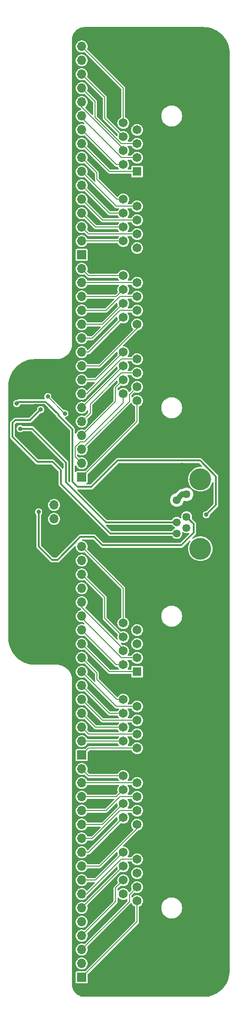
<source format=gbl>
%TF.GenerationSoftware,KiCad,Pcbnew,8.0.4*%
%TF.CreationDate,2024-08-08T21:12:42+02:00*%
%TF.ProjectId,Pico Wide GPIO Connect,5069636f-2057-4696-9465-204750494f20,rev?*%
%TF.SameCoordinates,PX1c76608PY1287e58*%
%TF.FileFunction,Copper,L2,Bot*%
%TF.FilePolarity,Positive*%
%FSLAX46Y46*%
G04 Gerber Fmt 4.6, Leading zero omitted, Abs format (unit mm)*
G04 Created by KiCad (PCBNEW 8.0.4) date 2024-08-08 21:12:42*
%MOMM*%
%LPD*%
G01*
G04 APERTURE LIST*
%TA.AperFunction,ComponentPad*%
%ADD10R,1.650000X1.650000*%
%TD*%
%TA.AperFunction,ComponentPad*%
%ADD11C,1.650000*%
%TD*%
%TA.AperFunction,ComponentPad*%
%ADD12C,2.475000*%
%TD*%
%TA.AperFunction,WasherPad*%
%ADD13C,4.000000*%
%TD*%
%TA.AperFunction,ComponentPad*%
%ADD14C,1.470000*%
%TD*%
%TA.AperFunction,ComponentPad*%
%ADD15C,2.500000*%
%TD*%
%TA.AperFunction,ComponentPad*%
%ADD16R,1.700000X1.700000*%
%TD*%
%TA.AperFunction,ComponentPad*%
%ADD17O,1.700000X1.700000*%
%TD*%
%TA.AperFunction,ViaPad*%
%ADD18C,0.800000*%
%TD*%
%TA.AperFunction,ViaPad*%
%ADD19C,1.600000*%
%TD*%
%TA.AperFunction,Conductor*%
%ADD20C,0.380000*%
%TD*%
%TA.AperFunction,Conductor*%
%ADD21C,1.000000*%
%TD*%
%TA.AperFunction,Conductor*%
%ADD22C,0.200000*%
%TD*%
G04 APERTURE END LIST*
D10*
%TO.P,J3,A1,A1*%
%TO.N,Net-(J5-Pin_9)*%
X10156000Y-114300000D03*
D11*
%TO.P,J3,A2,A2*%
%TO.N,Net-(J5-Pin_10)*%
X7616000Y-113030000D03*
%TO.P,J3,A3,A3*%
%TO.N,Net-(J5-Pin_11)*%
X10156000Y-111760000D03*
%TO.P,J3,A4,A4*%
%TO.N,Net-(J5-Pin_12)*%
X7616000Y-110490000D03*
%TO.P,J3,A5,A5*%
%TO.N,Net-(J5-Pin_13)*%
X10156000Y-109220000D03*
%TO.P,J3,A6,A6*%
%TO.N,Net-(J5-Pin_14)*%
X7616000Y-107950000D03*
%TO.P,J3,A7,A7*%
%TO.N,Net-(J5-Pin_15)*%
X10156000Y-106680000D03*
%TO.P,J3,A8,A8*%
%TO.N,Net-(J5-Pin_16)*%
X7616000Y-105410000D03*
%TO.P,J3,B1,B1*%
%TO.N,Net-(J5-Pin_1)*%
X10156000Y-128270000D03*
%TO.P,J3,B2,B2*%
%TO.N,Net-(J5-Pin_2)*%
X7616000Y-127000000D03*
%TO.P,J3,B3,B3*%
%TO.N,Net-(J5-Pin_3)*%
X10156000Y-125730000D03*
%TO.P,J3,B4,B4*%
%TO.N,Net-(J5-Pin_4)*%
X7616000Y-124460000D03*
%TO.P,J3,B5,B5*%
%TO.N,Net-(J5-Pin_5)*%
X10156000Y-123190000D03*
%TO.P,J3,B6,B6*%
%TO.N,Net-(J5-Pin_6)*%
X7616000Y-121920000D03*
%TO.P,J3,B7,B7*%
%TO.N,Net-(J5-Pin_7)*%
X10156000Y-120650000D03*
%TO.P,J3,B8,B8*%
%TO.N,Net-(J5-Pin_8)*%
X7616000Y-119380000D03*
%TO.P,J3,C1,C1*%
%TO.N,Net-(J4-Pin_9)*%
X10156000Y-142240000D03*
%TO.P,J3,C2,C2*%
%TO.N,Net-(J4-Pin_10)*%
X7616000Y-140970000D03*
%TO.P,J3,C3,C3*%
%TO.N,Net-(J4-Pin_11)*%
X10156000Y-139700000D03*
%TO.P,J3,C4,C4*%
%TO.N,Net-(J4-Pin_12)*%
X7616000Y-138430000D03*
%TO.P,J3,C5,C5*%
%TO.N,Net-(J4-Pin_13)*%
X10156000Y-137160000D03*
%TO.P,J3,C6,C6*%
%TO.N,Net-(J4-Pin_14)*%
X7616000Y-135890000D03*
%TO.P,J3,C7,C7*%
%TO.N,Net-(J4-Pin_15)*%
X10156000Y-134620000D03*
%TO.P,J3,C8,C8*%
%TO.N,Net-(J4-Pin_16)*%
X7616000Y-133350000D03*
%TO.P,J3,D1,D1*%
%TO.N,Net-(J4-Pin_1)*%
X10156000Y-156210000D03*
%TO.P,J3,D2,D2*%
%TO.N,Net-(J4-Pin_2)*%
X7616000Y-154940000D03*
%TO.P,J3,D3,D3*%
%TO.N,Net-(J4-Pin_3)*%
X10156000Y-153670000D03*
%TO.P,J3,D4,D4*%
%TO.N,Net-(J4-Pin_4)*%
X7616000Y-152400000D03*
%TO.P,J3,D5,D5*%
%TO.N,Net-(J4-Pin_5)*%
X10156000Y-151130000D03*
%TO.P,J3,D6,D6*%
%TO.N,Net-(J4-Pin_6)*%
X7616000Y-149860000D03*
%TO.P,J3,D7,D7*%
%TO.N,Net-(J4-Pin_7)*%
X10156000Y-148590000D03*
%TO.P,J3,D8,D8*%
%TO.N,Net-(J4-Pin_8)*%
X7616000Y-147320000D03*
D12*
%TO.P,J3,MH1,MH1*%
%TO.N,/GND*%
X21076000Y-160270000D03*
%TO.P,J3,MH2,MH2*%
X6096000Y-144780000D03*
%TO.P,J3,MH3,MH3*%
X6096000Y-130810000D03*
%TO.P,J3,MH4,MH4*%
X6096000Y-116840000D03*
%TO.P,J3,MH5,MH5*%
X21076000Y-101350000D03*
%TD*%
D10*
%TO.P,J2,A1,A1*%
%TO.N,Net-(J7-Pin_9)*%
X10156000Y-22860000D03*
D11*
%TO.P,J2,A2,A2*%
%TO.N,Net-(J7-Pin_10)*%
X7616000Y-21590000D03*
%TO.P,J2,A3,A3*%
%TO.N,Net-(J7-Pin_11)*%
X10156000Y-20320000D03*
%TO.P,J2,A4,A4*%
%TO.N,Net-(J7-Pin_12)*%
X7616000Y-19050000D03*
%TO.P,J2,A5,A5*%
%TO.N,Net-(J7-Pin_13)*%
X10156000Y-17780000D03*
%TO.P,J2,A6,A6*%
%TO.N,Net-(J7-Pin_14)*%
X7616000Y-16510000D03*
%TO.P,J2,A7,A7*%
%TO.N,Net-(J7-Pin_15)*%
X10156000Y-15240000D03*
%TO.P,J2,A8,A8*%
%TO.N,Net-(J7-Pin_16)*%
X7616000Y-13970000D03*
%TO.P,J2,B1,B1*%
%TO.N,Net-(J7-Pin_1)*%
X10156000Y-36830000D03*
%TO.P,J2,B2,B2*%
%TO.N,Net-(J7-Pin_2)*%
X7616000Y-35560000D03*
%TO.P,J2,B3,B3*%
%TO.N,Net-(J7-Pin_3)*%
X10156000Y-34290000D03*
%TO.P,J2,B4,B4*%
%TO.N,Net-(J7-Pin_4)*%
X7616000Y-33020000D03*
%TO.P,J2,B5,B5*%
%TO.N,Net-(J7-Pin_5)*%
X10156000Y-31750000D03*
%TO.P,J2,B6,B6*%
%TO.N,Net-(J7-Pin_6)*%
X7616000Y-30480000D03*
%TO.P,J2,B7,B7*%
%TO.N,Net-(J7-Pin_7)*%
X10156000Y-29210000D03*
%TO.P,J2,B8,B8*%
%TO.N,Net-(J7-Pin_8)*%
X7616000Y-27940000D03*
%TO.P,J2,C1,C1*%
%TO.N,Net-(J6-Pin_9)*%
X10156000Y-50800000D03*
%TO.P,J2,C2,C2*%
%TO.N,Net-(J6-Pin_10)*%
X7616000Y-49530000D03*
%TO.P,J2,C3,C3*%
%TO.N,Net-(J6-Pin_11)*%
X10156000Y-48260000D03*
%TO.P,J2,C4,C4*%
%TO.N,Net-(J6-Pin_12)*%
X7616000Y-46990000D03*
%TO.P,J2,C5,C5*%
%TO.N,Net-(J6-Pin_13)*%
X10156000Y-45720000D03*
%TO.P,J2,C6,C6*%
%TO.N,Net-(J6-Pin_14)*%
X7616000Y-44450000D03*
%TO.P,J2,C7,C7*%
%TO.N,Net-(J6-Pin_15)*%
X10156000Y-43180000D03*
%TO.P,J2,C8,C8*%
%TO.N,Net-(J6-Pin_16)*%
X7616000Y-41910000D03*
%TO.P,J2,D1,D1*%
%TO.N,Net-(J6-Pin_1)*%
X10156000Y-64770000D03*
%TO.P,J2,D2,D2*%
%TO.N,Net-(J6-Pin_2)*%
X7616000Y-63500000D03*
%TO.P,J2,D3,D3*%
%TO.N,Net-(J6-Pin_3)*%
X10156000Y-62230000D03*
%TO.P,J2,D4,D4*%
%TO.N,Net-(J6-Pin_4)*%
X7616000Y-60960000D03*
%TO.P,J2,D5,D5*%
%TO.N,Net-(J6-Pin_5)*%
X10156000Y-59690000D03*
%TO.P,J2,D6,D6*%
%TO.N,Net-(J6-Pin_6)*%
X7616000Y-58420000D03*
%TO.P,J2,D7,D7*%
%TO.N,Net-(J6-Pin_7)*%
X10156000Y-57150000D03*
%TO.P,J2,D8,D8*%
%TO.N,Net-(J6-Pin_8)*%
X7616000Y-55880000D03*
D12*
%TO.P,J2,MH1,MH1*%
%TO.N,/GND*%
X21076000Y-68830000D03*
%TO.P,J2,MH2,MH2*%
X6096000Y-53340000D03*
%TO.P,J2,MH3,MH3*%
X6096000Y-39370000D03*
%TO.P,J2,MH4,MH4*%
X6096000Y-25400000D03*
%TO.P,J2,MH5,MH5*%
X21076000Y-9910000D03*
%TD*%
D13*
%TO.P,J1,*%
%TO.N,*%
X21774000Y-91809000D03*
X21774000Y-79109000D03*
D14*
%TO.P,J1,1,1*%
%TO.N,/12V_{OUT}*%
X19234000Y-81879000D03*
%TO.P,J1,2,2*%
X17454000Y-82899000D03*
%TO.P,J1,3,3*%
%TO.N,/GND*%
X19234000Y-83919000D03*
%TO.P,J1,4,4*%
X17454000Y-84939000D03*
%TO.P,J1,5,5*%
%TO.N,/5V_{OUT1}*%
X19234000Y-85959000D03*
%TO.P,J1,6,6*%
%TO.N,/5V_{OUT2}*%
X17454000Y-86979000D03*
%TO.P,J1,7,7*%
%TO.N,/5V_{OUT3}*%
X19234000Y-87999000D03*
%TO.P,J1,8,8*%
%TO.N,/5V_{OUT4}*%
X17454000Y-89019000D03*
D15*
%TO.P,J1,MH1,MH1*%
%TO.N,/GND*%
X18344000Y-77329000D03*
%TO.P,J1,MH2,MH2*%
X18344000Y-93589000D03*
%TD*%
D16*
%TO.P,J4,1,Pin_1*%
%TO.N,Net-(J4-Pin_1)*%
X0Y-170180000D03*
D17*
%TO.P,J4,2,Pin_2*%
%TO.N,Net-(J4-Pin_2)*%
X0Y-167640000D03*
%TO.P,J4,3,Pin_3*%
%TO.N,Net-(J4-Pin_3)*%
X0Y-165100000D03*
%TO.P,J4,4,Pin_4*%
%TO.N,Net-(J4-Pin_4)*%
X0Y-162560000D03*
%TO.P,J4,5,Pin_5*%
%TO.N,Net-(J4-Pin_5)*%
X0Y-160020000D03*
%TO.P,J4,6,Pin_6*%
%TO.N,Net-(J4-Pin_6)*%
X0Y-157480000D03*
%TO.P,J4,7,Pin_7*%
%TO.N,Net-(J4-Pin_7)*%
X0Y-154940000D03*
%TO.P,J4,8,Pin_8*%
%TO.N,Net-(J4-Pin_8)*%
X0Y-152400000D03*
%TO.P,J4,9,Pin_9*%
%TO.N,Net-(J4-Pin_9)*%
X0Y-149860000D03*
%TO.P,J4,10,Pin_10*%
%TO.N,Net-(J4-Pin_10)*%
X0Y-147320000D03*
%TO.P,J4,11,Pin_11*%
%TO.N,Net-(J4-Pin_11)*%
X0Y-144780000D03*
%TO.P,J4,12,Pin_12*%
%TO.N,Net-(J4-Pin_12)*%
X0Y-142240000D03*
%TO.P,J4,13,Pin_13*%
%TO.N,Net-(J4-Pin_13)*%
X0Y-139700000D03*
%TO.P,J4,14,Pin_14*%
%TO.N,Net-(J4-Pin_14)*%
X0Y-137160000D03*
%TO.P,J4,15,Pin_15*%
%TO.N,Net-(J4-Pin_15)*%
X0Y-134620000D03*
%TO.P,J4,16,Pin_16*%
%TO.N,Net-(J4-Pin_16)*%
X0Y-132080000D03*
%TD*%
D16*
%TO.P,J7,1,Pin_1*%
%TO.N,Net-(J7-Pin_1)*%
X0Y-38100000D03*
D17*
%TO.P,J7,2,Pin_2*%
%TO.N,Net-(J7-Pin_2)*%
X0Y-35560000D03*
%TO.P,J7,3,Pin_3*%
%TO.N,Net-(J7-Pin_3)*%
X0Y-33020000D03*
%TO.P,J7,4,Pin_4*%
%TO.N,Net-(J7-Pin_4)*%
X0Y-30480000D03*
%TO.P,J7,5,Pin_5*%
%TO.N,Net-(J7-Pin_5)*%
X0Y-27940000D03*
%TO.P,J7,6,Pin_6*%
%TO.N,Net-(J7-Pin_6)*%
X0Y-25400000D03*
%TO.P,J7,7,Pin_7*%
%TO.N,Net-(J7-Pin_7)*%
X0Y-22860000D03*
%TO.P,J7,8,Pin_8*%
%TO.N,Net-(J7-Pin_8)*%
X0Y-20320000D03*
%TO.P,J7,9,Pin_9*%
%TO.N,Net-(J7-Pin_9)*%
X0Y-17780000D03*
%TO.P,J7,10,Pin_10*%
%TO.N,Net-(J7-Pin_10)*%
X0Y-15240000D03*
%TO.P,J7,11,Pin_11*%
%TO.N,Net-(J7-Pin_11)*%
X0Y-12700000D03*
%TO.P,J7,12,Pin_12*%
%TO.N,Net-(J7-Pin_12)*%
X0Y-10160000D03*
%TO.P,J7,13,Pin_13*%
%TO.N,Net-(J7-Pin_13)*%
X0Y-7620000D03*
%TO.P,J7,14,Pin_14*%
%TO.N,Net-(J7-Pin_14)*%
X0Y-5080000D03*
%TO.P,J7,15,Pin_15*%
%TO.N,Net-(J7-Pin_15)*%
X0Y-2540000D03*
%TO.P,J7,16,Pin_16*%
%TO.N,Net-(J7-Pin_16)*%
X0Y0D03*
%TD*%
D16*
%TO.P,J6,1,Pin_1*%
%TO.N,Net-(J6-Pin_1)*%
X0Y-78740000D03*
D17*
%TO.P,J6,2,Pin_2*%
%TO.N,Net-(J6-Pin_2)*%
X0Y-76200000D03*
%TO.P,J6,3,Pin_3*%
%TO.N,Net-(J6-Pin_3)*%
X0Y-73660000D03*
%TO.P,J6,4,Pin_4*%
%TO.N,Net-(J6-Pin_4)*%
X0Y-71120000D03*
%TO.P,J6,5,Pin_5*%
%TO.N,Net-(J6-Pin_5)*%
X0Y-68580000D03*
%TO.P,J6,6,Pin_6*%
%TO.N,Net-(J6-Pin_6)*%
X0Y-66040000D03*
%TO.P,J6,7,Pin_7*%
%TO.N,Net-(J6-Pin_7)*%
X0Y-63500000D03*
%TO.P,J6,8,Pin_8*%
%TO.N,Net-(J6-Pin_8)*%
X0Y-60960000D03*
%TO.P,J6,9,Pin_9*%
%TO.N,Net-(J6-Pin_9)*%
X0Y-58420000D03*
%TO.P,J6,10,Pin_10*%
%TO.N,Net-(J6-Pin_10)*%
X0Y-55880000D03*
%TO.P,J6,11,Pin_11*%
%TO.N,Net-(J6-Pin_11)*%
X0Y-53340000D03*
%TO.P,J6,12,Pin_12*%
%TO.N,Net-(J6-Pin_12)*%
X0Y-50800000D03*
%TO.P,J6,13,Pin_13*%
%TO.N,Net-(J6-Pin_13)*%
X0Y-48260000D03*
%TO.P,J6,14,Pin_14*%
%TO.N,Net-(J6-Pin_14)*%
X0Y-45720000D03*
%TO.P,J6,15,Pin_15*%
%TO.N,Net-(J6-Pin_15)*%
X0Y-43180000D03*
%TO.P,J6,16,Pin_16*%
%TO.N,Net-(J6-Pin_16)*%
X0Y-40640000D03*
%TD*%
D16*
%TO.P,J9,1,Pin_1*%
%TO.N,/GND*%
X-5080000Y-78740000D03*
D17*
%TO.P,J9,2,Pin_2*%
X-5080000Y-81280000D03*
%TO.P,J9,3,Pin_3*%
%TO.N,/5V*%
X-5080000Y-83820000D03*
%TO.P,J9,4,Pin_4*%
X-5080000Y-86360000D03*
%TO.P,J9,5,Pin_5*%
%TO.N,/GND*%
X-5080000Y-88900000D03*
%TO.P,J9,6,Pin_6*%
X-5080000Y-91440000D03*
%TD*%
D16*
%TO.P,J5,1,Pin_1*%
%TO.N,Net-(J5-Pin_1)*%
X0Y-129540000D03*
D17*
%TO.P,J5,2,Pin_2*%
%TO.N,Net-(J5-Pin_2)*%
X0Y-127000000D03*
%TO.P,J5,3,Pin_3*%
%TO.N,Net-(J5-Pin_3)*%
X0Y-124460000D03*
%TO.P,J5,4,Pin_4*%
%TO.N,Net-(J5-Pin_4)*%
X0Y-121920000D03*
%TO.P,J5,5,Pin_5*%
%TO.N,Net-(J5-Pin_5)*%
X0Y-119380000D03*
%TO.P,J5,6,Pin_6*%
%TO.N,Net-(J5-Pin_6)*%
X0Y-116840000D03*
%TO.P,J5,7,Pin_7*%
%TO.N,Net-(J5-Pin_7)*%
X0Y-114300000D03*
%TO.P,J5,8,Pin_8*%
%TO.N,Net-(J5-Pin_8)*%
X0Y-111760000D03*
%TO.P,J5,9,Pin_9*%
%TO.N,Net-(J5-Pin_9)*%
X0Y-109220000D03*
%TO.P,J5,10,Pin_10*%
%TO.N,Net-(J5-Pin_10)*%
X0Y-106680000D03*
%TO.P,J5,11,Pin_11*%
%TO.N,Net-(J5-Pin_11)*%
X0Y-104140000D03*
%TO.P,J5,12,Pin_12*%
%TO.N,Net-(J5-Pin_12)*%
X0Y-101600000D03*
%TO.P,J5,13,Pin_13*%
%TO.N,Net-(J5-Pin_13)*%
X0Y-99060000D03*
%TO.P,J5,14,Pin_14*%
%TO.N,Net-(J5-Pin_14)*%
X0Y-96520000D03*
%TO.P,J5,15,Pin_15*%
%TO.N,Net-(J5-Pin_15)*%
X0Y-93980000D03*
%TO.P,J5,16,Pin_16*%
%TO.N,Net-(J5-Pin_16)*%
X0Y-91440000D03*
%TD*%
D18*
%TO.N,/GND*%
X11938000Y-88011000D03*
X-7134331Y-69827669D03*
X-8636000Y-77470000D03*
X-12714170Y-82542752D03*
D19*
X-5030000Y-95879998D03*
X14478000Y-84836002D03*
X14478000Y-80518000D03*
D18*
X-7522107Y-67510065D03*
X-3175000Y-64389000D03*
D19*
X-2286000Y-83566000D03*
D18*
X-8636000Y-82550000D03*
X-12192000Y-75692000D03*
X4572000Y-72136000D03*
X-12954000Y-67056000D03*
D19*
X-11176000Y-106680000D03*
D18*
X-2540000Y-72390000D03*
X-4572000Y-71120000D03*
X-9940999Y-91404999D03*
X-12700000Y-88138000D03*
X-9652000Y-89662000D03*
%TO.N,/5V_{OUT4}*%
X-7534030Y-66379970D03*
%TO.N,/5V_{OUT3}*%
X-11938000Y-65278000D03*
X22860000Y-85598000D03*
%TO.N,/5V_{OUT2}*%
X-11297660Y-69860681D03*
%TO.N,/EN2_{5V}*%
X-3094000Y-67116356D03*
X-6223000Y-64008000D03*
%TO.N,/5V_{OUT1}*%
X-7919958Y-85090008D03*
%TD*%
D20*
%TO.N,/GND*%
X-12954000Y-67056000D02*
X-12700000Y-67310000D01*
X-6804065Y-67510065D02*
X-7522107Y-67510065D01*
D21*
X-11176000Y-100815758D02*
X-11176000Y-106680000D01*
D20*
X-7522107Y-67510065D02*
X-7522107Y-69439893D01*
X-5080000Y-78740000D02*
X-7366000Y-78740000D01*
X-10414000Y-67310000D02*
X-8636000Y-65532000D01*
D21*
X-5080000Y-78740000D02*
X-5080000Y-80772000D01*
D20*
X-12714170Y-82542752D02*
X-12706922Y-82550000D01*
X-3302000Y-72390000D02*
X-2540000Y-72390000D01*
X-11176000Y-88138000D02*
X-12700000Y-88138000D01*
D21*
X-5030000Y-95879998D02*
X-6240240Y-95879998D01*
D20*
X-5080000Y-81280000D02*
X-7366000Y-81280000D01*
X-6350000Y-66040000D02*
X-6350000Y-67056000D01*
X-12706922Y-82550000D02*
X-8636000Y-82550000D01*
X-7522107Y-69439893D02*
X-7134331Y-69827669D01*
D21*
X14478000Y-80518000D02*
X14478000Y-84836002D01*
D20*
X-6858000Y-65532000D02*
X-6350000Y-66040000D01*
X-10414000Y-75692000D02*
X-12192000Y-75692000D01*
D21*
X-5080000Y-80772000D02*
X-2286000Y-83566000D01*
X-6240240Y-95879998D02*
X-11176000Y-100815758D01*
D20*
X-8636000Y-65532000D02*
X-6858000Y-65532000D01*
X-9652000Y-89662000D02*
X-11176000Y-88138000D01*
X-5842000Y-71120000D02*
X-7134331Y-69827669D01*
X-12700000Y-67310000D02*
X-10414000Y-67310000D01*
X-4572000Y-71120000D02*
X-5842000Y-71120000D01*
X-8636000Y-77470000D02*
X-10414000Y-75692000D01*
X-7366000Y-81280000D02*
X-8636000Y-82550000D01*
X-7366000Y-78740000D02*
X-8636000Y-77470000D01*
X-4572000Y-71120000D02*
X-3302000Y-72390000D01*
X-6350000Y-67056000D02*
X-6804065Y-67510065D01*
D22*
%TO.N,Net-(J7-Pin_14)*%
X4235200Y-13129200D02*
X7616000Y-16510000D01*
X4235200Y-9315200D02*
X4235200Y-13129200D01*
X0Y-5080000D02*
X4235200Y-9315200D01*
%TO.N,Net-(J7-Pin_5)*%
X3810000Y-31750000D02*
X0Y-27940000D01*
X10156000Y-31750000D02*
X3810000Y-31750000D01*
%TO.N,Net-(J6-Pin_3)*%
X8742700Y-63643300D02*
X10156000Y-62230000D01*
X0Y-73660000D02*
X8742700Y-64917300D01*
X8742700Y-64917300D02*
X8742700Y-63643300D01*
%TO.N,Net-(J6-Pin_16)*%
X1270000Y-41910000D02*
X7616000Y-41910000D01*
X0Y-40640000D02*
X1270000Y-41910000D01*
%TO.N,Net-(J6-Pin_4)*%
X0Y-71120000D02*
X6201200Y-64918800D01*
X6201200Y-62374800D02*
X7616000Y-60960000D01*
X6201200Y-64918800D02*
X6201200Y-62374800D01*
%TO.N,Net-(J6-Pin_10)*%
X1266000Y-55880000D02*
X7616000Y-49530000D01*
X0Y-55880000D02*
X1266000Y-55880000D01*
%TO.N,Net-(J7-Pin_6)*%
X5080000Y-30480000D02*
X7616000Y-30480000D01*
X0Y-25400000D02*
X5080000Y-30480000D01*
%TO.N,Net-(J7-Pin_16)*%
X7616000Y-7616000D02*
X7616000Y-13970000D01*
X0Y0D02*
X7616000Y-7616000D01*
%TO.N,Net-(J7-Pin_12)*%
X0Y-10160000D02*
X0Y-11055700D01*
X0Y-11055700D02*
X7616000Y-18671700D01*
%TO.N,Net-(J7-Pin_9)*%
X0Y-17780000D02*
X5080000Y-22860000D01*
X5080000Y-22860000D02*
X10156000Y-22860000D01*
%TO.N,Net-(J6-Pin_5)*%
X0Y-68580000D02*
X1546100Y-67033900D01*
X1546100Y-67033900D02*
X1546100Y-65433600D01*
X7289700Y-59690000D02*
X10156000Y-59690000D01*
X1546100Y-65433600D02*
X7289700Y-59690000D01*
%TO.N,Net-(J7-Pin_8)*%
X6416100Y-27940000D02*
X2774000Y-24297900D01*
X7616000Y-27940000D02*
X6416100Y-27940000D01*
X2774000Y-24297900D02*
X2774000Y-23094000D01*
X2774000Y-23094000D02*
X0Y-20320000D01*
%TO.N,Net-(J6-Pin_2)*%
X-1197200Y-73223900D02*
X-245000Y-72271700D01*
X-245000Y-72271700D02*
X516000Y-72271700D01*
X0Y-76200000D02*
X-1197200Y-75002800D01*
X7616000Y-65171700D02*
X7616000Y-63500000D01*
X516000Y-72271700D02*
X7616000Y-65171700D01*
X-1197200Y-75002800D02*
X-1197200Y-73223900D01*
%TO.N,Net-(J6-Pin_7)*%
X10156000Y-57150000D02*
X7232100Y-57150000D01*
X882100Y-63500000D02*
X0Y-63500000D01*
X7232100Y-57150000D02*
X882100Y-63500000D01*
%TO.N,Net-(J6-Pin_13)*%
X4449500Y-48260000D02*
X6989500Y-45720000D01*
X0Y-48260000D02*
X4449500Y-48260000D01*
X6989500Y-45720000D02*
X10156000Y-45720000D01*
%TO.N,Net-(J6-Pin_1)*%
X0Y-78740000D02*
X10156000Y-68584000D01*
X10156000Y-68584000D02*
X10156000Y-64770000D01*
%TO.N,Net-(J7-Pin_4)*%
X2540000Y-33020000D02*
X7616000Y-33020000D01*
X0Y-30480000D02*
X2540000Y-33020000D01*
%TO.N,Net-(J6-Pin_14)*%
X7616000Y-44450000D02*
X6346000Y-45720000D01*
X6346000Y-45720000D02*
X0Y-45720000D01*
%TO.N,Net-(J7-Pin_11)*%
X7282400Y-20320000D02*
X10156000Y-20320000D01*
X0Y-13037600D02*
X7282400Y-20320000D01*
%TO.N,Net-(J7-Pin_7)*%
X10156000Y-29210000D02*
X6350000Y-29210000D01*
X6350000Y-29210000D02*
X0Y-22860000D01*
%TO.N,Net-(J6-Pin_12)*%
X3806000Y-50800000D02*
X0Y-50800000D01*
X7616000Y-46990000D02*
X3806000Y-50800000D01*
%TO.N,Net-(J6-Pin_8)*%
X7616000Y-55880000D02*
X2536000Y-60960000D01*
X2536000Y-60960000D02*
X0Y-60960000D01*
%TO.N,Net-(J6-Pin_15)*%
X0Y-43180000D02*
X10156000Y-43180000D01*
%TO.N,Net-(J6-Pin_9)*%
X0Y-58420000D02*
X3268300Y-58420000D01*
X10156000Y-51532300D02*
X10156000Y-50800000D01*
X3268300Y-58420000D02*
X10156000Y-51532300D01*
%TO.N,Net-(J7-Pin_2)*%
X0Y-35560000D02*
X7616000Y-35560000D01*
%TO.N,Net-(J6-Pin_6)*%
X7616000Y-58424000D02*
X0Y-66040000D01*
%TO.N,Net-(J7-Pin_3)*%
X1270000Y-34290000D02*
X10156000Y-34290000D01*
X0Y-33020000D02*
X1270000Y-34290000D01*
%TO.N,Net-(J7-Pin_10)*%
X6350000Y-21590000D02*
X7616000Y-21590000D01*
X0Y-15240000D02*
X6350000Y-21590000D01*
%TO.N,Net-(J6-Pin_11)*%
X0Y-53340000D02*
X1927600Y-53340000D01*
X7007600Y-48260000D02*
X10156000Y-48260000D01*
X1927600Y-53340000D02*
X7007600Y-48260000D01*
%TO.N,Net-(J7-Pin_13)*%
X7292600Y-17780000D02*
X10156000Y-17780000D01*
X0Y-7620000D02*
X2431100Y-10051100D01*
X2431100Y-10051100D02*
X2431100Y-12918500D01*
X2431100Y-12918500D02*
X7292600Y-17780000D01*
%TO.N,Net-(J5-Pin_11)*%
X7282400Y-111760000D02*
X10156000Y-111760000D01*
X0Y-104477600D02*
X7282400Y-111760000D01*
%TO.N,Net-(J5-Pin_4)*%
X0Y-121920000D02*
X2540000Y-124460000D01*
X2540000Y-124460000D02*
X7616000Y-124460000D01*
%TO.N,Net-(J5-Pin_16)*%
X7616000Y-99056000D02*
X7616000Y-105410000D01*
X0Y-91440000D02*
X7616000Y-99056000D01*
%TO.N,Net-(J4-Pin_14)*%
X7616000Y-135890000D02*
X6346000Y-137160000D01*
X6346000Y-137160000D02*
X0Y-137160000D01*
%TO.N,Net-(J5-Pin_6)*%
X0Y-116840000D02*
X5080000Y-121920000D01*
X5080000Y-121920000D02*
X7616000Y-121920000D01*
%TO.N,Net-(J4-Pin_16)*%
X1270000Y-133350000D02*
X7616000Y-133350000D01*
X0Y-132080000D02*
X1270000Y-133350000D01*
%TO.N,Net-(J4-Pin_4)*%
X6201200Y-156358800D02*
X6201200Y-153814800D01*
X6201200Y-153814800D02*
X7616000Y-152400000D01*
X0Y-162560000D02*
X6201200Y-156358800D01*
%TO.N,Net-(J5-Pin_8)*%
X2774000Y-115737900D02*
X2774000Y-114534000D01*
X6416100Y-119380000D02*
X2774000Y-115737900D01*
X7616000Y-119380000D02*
X6416100Y-119380000D01*
X2774000Y-114534000D02*
X0Y-111760000D01*
%TO.N,Net-(J5-Pin_12)*%
X0Y-101600000D02*
X0Y-102495700D01*
X0Y-102495700D02*
X7616000Y-110111700D01*
%TO.N,Net-(J4-Pin_9)*%
X0Y-149860000D02*
X3268300Y-149860000D01*
X3268300Y-149860000D02*
X10156000Y-142972300D01*
X10156000Y-142972300D02*
X10156000Y-142240000D01*
%TO.N,Net-(J5-Pin_7)*%
X6350000Y-120650000D02*
X0Y-114300000D01*
X10156000Y-120650000D02*
X6350000Y-120650000D01*
%TO.N,Net-(J4-Pin_1)*%
X0Y-170180000D02*
X10156000Y-160024000D01*
X10156000Y-160024000D02*
X10156000Y-156210000D01*
%TO.N,Net-(J4-Pin_7)*%
X882100Y-154940000D02*
X0Y-154940000D01*
X7232100Y-148590000D02*
X882100Y-154940000D01*
X10156000Y-148590000D02*
X7232100Y-148590000D01*
%TO.N,Net-(J5-Pin_2)*%
X0Y-127000000D02*
X7616000Y-127000000D01*
%TO.N,Net-(J4-Pin_13)*%
X4449500Y-139700000D02*
X6989500Y-137160000D01*
X6989500Y-137160000D02*
X10156000Y-137160000D01*
X0Y-139700000D02*
X4449500Y-139700000D01*
%TO.N,Net-(J4-Pin_6)*%
X7616000Y-149864000D02*
X0Y-157480000D01*
%TO.N,Net-(J5-Pin_10)*%
X6350000Y-113030000D02*
X7616000Y-113030000D01*
X0Y-106680000D02*
X6350000Y-113030000D01*
%TO.N,Net-(J4-Pin_10)*%
X0Y-147320000D02*
X1266000Y-147320000D01*
X1266000Y-147320000D02*
X7616000Y-140970000D01*
%TO.N,Net-(J5-Pin_5)*%
X10156000Y-123190000D02*
X3810000Y-123190000D01*
X3810000Y-123190000D02*
X0Y-119380000D01*
%TO.N,Net-(J5-Pin_14)*%
X0Y-96520000D02*
X4235200Y-100755200D01*
X4235200Y-104569200D02*
X7616000Y-107950000D01*
X4235200Y-100755200D02*
X4235200Y-104569200D01*
%TO.N,Net-(J4-Pin_11)*%
X1927600Y-144780000D02*
X7007600Y-139700000D01*
X0Y-144780000D02*
X1927600Y-144780000D01*
X7007600Y-139700000D02*
X10156000Y-139700000D01*
%TO.N,Net-(J5-Pin_3)*%
X1270000Y-125730000D02*
X10156000Y-125730000D01*
X0Y-124460000D02*
X1270000Y-125730000D01*
%TO.N,Net-(J4-Pin_12)*%
X3806000Y-142240000D02*
X0Y-142240000D01*
X7616000Y-138430000D02*
X3806000Y-142240000D01*
%TO.N,Net-(J4-Pin_15)*%
X0Y-134620000D02*
X10156000Y-134620000D01*
%TO.N,Net-(J5-Pin_9)*%
X5080000Y-114300000D02*
X10156000Y-114300000D01*
X0Y-109220000D02*
X5080000Y-114300000D01*
%TO.N,Net-(J4-Pin_3)*%
X0Y-165100000D02*
X8742700Y-156357300D01*
X8742700Y-155083300D02*
X10156000Y-153670000D01*
X8742700Y-156357300D02*
X8742700Y-155083300D01*
%TO.N,Net-(J4-Pin_8)*%
X7616000Y-147320000D02*
X2536000Y-152400000D01*
X2536000Y-152400000D02*
X0Y-152400000D01*
%TO.N,Net-(J5-Pin_1)*%
X0Y-129540000D02*
X1270000Y-128270000D01*
X1270000Y-128270000D02*
X10156000Y-128270000D01*
D20*
%TO.N,/5V_{OUT4}*%
X-12192000Y-68326000D02*
X-12700000Y-68834000D01*
X-8128000Y-75946000D02*
X-5364000Y-75946000D01*
X-12700000Y-68834000D02*
X-12700000Y-71374000D01*
X5199000Y-89019000D02*
X17454000Y-89019000D01*
X-12700000Y-71374000D02*
X-8128000Y-75946000D01*
X-3840000Y-77470000D02*
X-3840000Y-79980000D01*
X-5364000Y-75946000D02*
X-3840000Y-77470000D01*
X-7534030Y-66379970D02*
X-9480060Y-68326000D01*
X-9480060Y-68326000D02*
X-12192000Y-68326000D01*
X-3840000Y-79980000D02*
X5199000Y-89019000D01*
%TO.N,/5V_{OUT3}*%
X-762000Y-80518000D02*
X-1700000Y-79580000D01*
X1778000Y-80518000D02*
X-762000Y-80518000D01*
X-6617756Y-64952000D02*
X-11612000Y-64952000D01*
X21733971Y-75689000D02*
X6607000Y-75689000D01*
X-11612000Y-64952000D02*
X-11938000Y-65278000D01*
X-1700000Y-79580000D02*
X-1700000Y-69972940D01*
X24638000Y-83820000D02*
X24638000Y-78593029D01*
X-4269000Y-67403940D02*
X-4269000Y-67300756D01*
X-1700000Y-69972940D02*
X-4269000Y-67403940D01*
X22860000Y-85598000D02*
X24638000Y-83820000D01*
X-4269000Y-67300756D02*
X-6617756Y-64952000D01*
X24638000Y-78593029D02*
X21733971Y-75689000D01*
X6607000Y-75689000D02*
X1778000Y-80518000D01*
%TO.N,/5V_{OUT2}*%
X4429000Y-86979000D02*
X-2921000Y-79629000D01*
X-2921000Y-76044756D02*
X-9105075Y-69860681D01*
X-2921000Y-79629000D02*
X-2921000Y-76044756D01*
X17454000Y-86979000D02*
X4429000Y-86979000D01*
X-9105075Y-69860681D02*
X-11297660Y-69860681D01*
D22*
%TO.N,/EN2_{5V}*%
X-3114644Y-67116356D02*
X-6223000Y-64008000D01*
X-3094000Y-67116356D02*
X-3114644Y-67116356D01*
D20*
%TO.N,/5V_{OUT1}*%
X-254000Y-89662000D02*
X-4445000Y-93853000D01*
X20574000Y-88900000D02*
X18288000Y-91186000D01*
X-5461000Y-93853000D02*
X-7919958Y-91394042D01*
X18288000Y-91186000D02*
X3810000Y-91186000D01*
X-7919958Y-91394042D02*
X-7919958Y-85090008D01*
X-4445000Y-93853000D02*
X-5461000Y-93853000D01*
X19234000Y-85959000D02*
X20574000Y-87299000D01*
X3810000Y-91186000D02*
X2286000Y-89662000D01*
X20574000Y-87299000D02*
X20574000Y-88900000D01*
X2286000Y-89662000D02*
X-254000Y-89662000D01*
D21*
%TO.N,/12V_{OUT}*%
X19234000Y-81879000D02*
X18474000Y-81879000D01*
X18474000Y-81879000D02*
X17454000Y-82899000D01*
%TD*%
%TA.AperFunction,Conductor*%
%TO.N,/GND*%
G36*
X16564722Y-87439185D02*
G01*
X16607042Y-87485048D01*
X16630620Y-87529161D01*
X16630622Y-87529164D01*
X16753774Y-87679225D01*
X16903835Y-87802377D01*
X16903838Y-87802379D01*
X17067096Y-87889642D01*
X17116940Y-87938604D01*
X17132401Y-88006742D01*
X17108569Y-88072421D01*
X17067096Y-88108358D01*
X16903838Y-88195620D01*
X16903835Y-88195622D01*
X16753774Y-88318774D01*
X16630622Y-88468835D01*
X16630620Y-88468838D01*
X16607042Y-88512952D01*
X16558080Y-88562797D01*
X16497683Y-88578500D01*
X5432824Y-88578500D01*
X5365785Y-88558815D01*
X5345143Y-88542181D01*
X4434143Y-87631181D01*
X4400658Y-87569858D01*
X4405642Y-87500166D01*
X4447514Y-87444233D01*
X4512978Y-87419816D01*
X4521824Y-87419500D01*
X16497683Y-87419500D01*
X16564722Y-87439185D01*
G37*
%TD.AperFunction*%
%TA.AperFunction,Conductor*%
G36*
X9107012Y-65151183D02*
G01*
X9162945Y-65193055D01*
X9174678Y-65212093D01*
X9237670Y-65338598D01*
X9237675Y-65338606D01*
X9357792Y-65497666D01*
X9450878Y-65582524D01*
X9505090Y-65631945D01*
X9559301Y-65665511D01*
X9674552Y-65736872D01*
X9674560Y-65736876D01*
X9704125Y-65748329D01*
X9726293Y-65756917D01*
X9781694Y-65799487D01*
X9805286Y-65865254D01*
X9805500Y-65872543D01*
X9805500Y-68387456D01*
X9785815Y-68454495D01*
X9769181Y-68475137D01*
X641137Y-77603181D01*
X579814Y-77636666D01*
X553456Y-77639500D01*
X-874677Y-77639500D01*
X-947736Y-77654032D01*
X-947740Y-77654033D01*
X-1030603Y-77709400D01*
X-1032400Y-77712091D01*
X-1037834Y-77716631D01*
X-1039237Y-77718035D01*
X-1039363Y-77717909D01*
X-1086014Y-77756894D01*
X-1155339Y-77765600D01*
X-1218365Y-77735443D01*
X-1255083Y-77675999D01*
X-1259500Y-77643197D01*
X-1259500Y-76666737D01*
X-1239815Y-76599698D01*
X-1187011Y-76553943D01*
X-1117853Y-76543999D01*
X-1054297Y-76573024D01*
X-1024500Y-76611466D01*
X-939675Y-76781819D01*
X-816763Y-76944581D01*
X-666042Y-77081980D01*
X-666040Y-77081982D01*
X-647896Y-77093216D01*
X-492637Y-77189348D01*
X-302456Y-77263024D01*
X-101976Y-77300500D01*
X-101974Y-77300500D01*
X101974Y-77300500D01*
X101976Y-77300500D01*
X302456Y-77263024D01*
X492637Y-77189348D01*
X666041Y-77081981D01*
X816764Y-76944579D01*
X939673Y-76781821D01*
X1030582Y-76599250D01*
X1086397Y-76403083D01*
X1105215Y-76200000D01*
X1086397Y-75996917D01*
X1030582Y-75800750D01*
X939673Y-75618179D01*
X854582Y-75505500D01*
X816762Y-75455418D01*
X666041Y-75318019D01*
X666039Y-75318017D01*
X492642Y-75210655D01*
X492635Y-75210651D01*
X348734Y-75154904D01*
X302456Y-75136976D01*
X101976Y-75099500D01*
X-101976Y-75099500D01*
X-302456Y-75136976D01*
X-302459Y-75136976D01*
X-302459Y-75136977D01*
X-418037Y-75181752D01*
X-487661Y-75187614D01*
X-549401Y-75154904D01*
X-550512Y-75153806D01*
X-810381Y-74893937D01*
X-843866Y-74832614D01*
X-846700Y-74806256D01*
X-846700Y-74652744D01*
X-827015Y-74585705D01*
X-774211Y-74539950D01*
X-705053Y-74530006D01*
X-657425Y-74547316D01*
X-492637Y-74649348D01*
X-302456Y-74723024D01*
X-101976Y-74760500D01*
X-101974Y-74760500D01*
X101974Y-74760500D01*
X101976Y-74760500D01*
X302456Y-74723024D01*
X492637Y-74649348D01*
X666041Y-74541981D01*
X816764Y-74404579D01*
X939673Y-74241821D01*
X1030582Y-74059250D01*
X1086397Y-73863083D01*
X1105215Y-73660000D01*
X1086397Y-73456917D01*
X1030582Y-73260750D01*
X1025256Y-73250055D01*
X1012996Y-73181272D01*
X1039869Y-73116777D01*
X1048566Y-73107114D01*
X8975999Y-65179682D01*
X9037320Y-65146199D01*
X9107012Y-65151183D01*
G37*
%TD.AperFunction*%
%TA.AperFunction,Conductor*%
G36*
X22354702Y3559383D02*
G01*
X22767533Y3541358D01*
X22778268Y3540418D01*
X23185279Y3486834D01*
X23195898Y3484962D01*
X23596699Y3396107D01*
X23607111Y3393318D01*
X23998640Y3269869D01*
X24008775Y3266180D01*
X24388042Y3109081D01*
X24397834Y3104515D01*
X24761965Y2914961D01*
X24771305Y2909568D01*
X24961785Y2788219D01*
X25117516Y2689007D01*
X25126377Y2682803D01*
X25452050Y2432906D01*
X25460337Y2425952D01*
X25762980Y2148630D01*
X25770629Y2140981D01*
X26047951Y1838338D01*
X26054905Y1830051D01*
X26304802Y1504378D01*
X26311006Y1495517D01*
X26531559Y1149320D01*
X26536964Y1139958D01*
X26663402Y897072D01*
X26726511Y775841D01*
X26731083Y766037D01*
X26888173Y386791D01*
X26891872Y376628D01*
X27010622Y1D01*
X27015311Y-14869D01*
X27018111Y-25319D01*
X27106958Y-426084D01*
X27108836Y-436737D01*
X27162415Y-843711D01*
X27163358Y-854487D01*
X27181382Y-1267297D01*
X27181500Y-1272706D01*
X27181500Y-168907293D01*
X27181382Y-168912702D01*
X27163358Y-169325512D01*
X27162415Y-169336288D01*
X27108836Y-169743262D01*
X27106958Y-169753915D01*
X27018111Y-170154680D01*
X27015311Y-170165130D01*
X26891873Y-170556625D01*
X26888173Y-170566790D01*
X26731083Y-170946036D01*
X26726511Y-170955840D01*
X26536968Y-171319951D01*
X26531559Y-171329319D01*
X26311006Y-171675516D01*
X26304802Y-171684377D01*
X26054905Y-172010050D01*
X26047951Y-172018337D01*
X25770629Y-172320980D01*
X25762980Y-172328629D01*
X25460337Y-172605951D01*
X25452050Y-172612905D01*
X25126377Y-172862802D01*
X25117516Y-172869006D01*
X24771319Y-173089559D01*
X24761951Y-173094968D01*
X24397840Y-173284511D01*
X24388036Y-173289083D01*
X24008790Y-173446173D01*
X23998625Y-173449873D01*
X23607130Y-173573311D01*
X23596680Y-173576111D01*
X23195915Y-173664958D01*
X23185262Y-173666836D01*
X22778288Y-173720415D01*
X22767512Y-173721358D01*
X22583118Y-173729409D01*
X22357177Y-173739274D01*
X22354703Y-173739382D01*
X22349294Y-173739500D01*
X511751Y-173739500D01*
X504264Y-173739274D01*
X239517Y-173723259D01*
X224652Y-173721454D01*
X-32542Y-173674321D01*
X-47076Y-173670739D01*
X-296712Y-173592950D01*
X-310702Y-173587644D01*
X-549145Y-173480330D01*
X-562404Y-173473371D01*
X-786166Y-173338102D01*
X-798490Y-173329595D01*
X-1004319Y-173168337D01*
X-1015526Y-173158408D01*
X-1200409Y-172973525D01*
X-1210338Y-172962318D01*
X-1283444Y-172869006D01*
X-1371599Y-172756485D01*
X-1380099Y-172744171D01*
X-1515375Y-172520397D01*
X-1522327Y-172507151D01*
X-1629647Y-172268697D01*
X-1634948Y-172254720D01*
X-1712743Y-172005063D01*
X-1716322Y-171990541D01*
X-1763455Y-171733347D01*
X-1765260Y-171718482D01*
X-1781274Y-171453736D01*
X-1781500Y-171446249D01*
X-1781500Y-167639999D01*
X-1105215Y-167639999D01*
X-1105215Y-167640000D01*
X-1086398Y-167843082D01*
X-1030583Y-168039247D01*
X-1030578Y-168039260D01*
X-939673Y-168221821D01*
X-816763Y-168384581D01*
X-666042Y-168521980D01*
X-666040Y-168521982D01*
X-566859Y-168583392D01*
X-492637Y-168629348D01*
X-302456Y-168703024D01*
X-101976Y-168740500D01*
X-101974Y-168740500D01*
X101974Y-168740500D01*
X101976Y-168740500D01*
X302456Y-168703024D01*
X492637Y-168629348D01*
X666041Y-168521981D01*
X816764Y-168384579D01*
X939673Y-168221821D01*
X1030582Y-168039250D01*
X1086397Y-167843083D01*
X1105215Y-167640000D01*
X1086397Y-167436917D01*
X1030582Y-167240750D01*
X939673Y-167058179D01*
X816764Y-166895421D01*
X816762Y-166895418D01*
X666041Y-166758019D01*
X666039Y-166758017D01*
X492642Y-166650655D01*
X492635Y-166650651D01*
X397546Y-166613814D01*
X302456Y-166576976D01*
X101976Y-166539500D01*
X-101976Y-166539500D01*
X-302456Y-166576976D01*
X-302459Y-166576976D01*
X-302459Y-166576977D01*
X-492636Y-166650651D01*
X-492643Y-166650655D01*
X-666040Y-166758017D01*
X-666042Y-166758019D01*
X-816763Y-166895418D01*
X-939673Y-167058178D01*
X-1030578Y-167240739D01*
X-1030583Y-167240752D01*
X-1086398Y-167436917D01*
X-1105215Y-167639999D01*
X-1781500Y-167639999D01*
X-1781500Y-162559999D01*
X-1105215Y-162559999D01*
X-1105215Y-162560000D01*
X-1086398Y-162763082D01*
X-1030583Y-162959247D01*
X-1030578Y-162959260D01*
X-939673Y-163141821D01*
X-816763Y-163304581D01*
X-666042Y-163441980D01*
X-666040Y-163441982D01*
X-566859Y-163503392D01*
X-492637Y-163549348D01*
X-302456Y-163623024D01*
X-101976Y-163660500D01*
X-101974Y-163660500D01*
X101974Y-163660500D01*
X101976Y-163660500D01*
X302456Y-163623024D01*
X492637Y-163549348D01*
X666041Y-163441981D01*
X816764Y-163304579D01*
X939673Y-163141821D01*
X1030582Y-162959250D01*
X1086397Y-162763083D01*
X1105215Y-162560000D01*
X1086397Y-162356917D01*
X1030582Y-162160750D01*
X1025256Y-162150055D01*
X1012996Y-162081272D01*
X1039869Y-162016777D01*
X1048566Y-162007114D01*
X6481670Y-156574012D01*
X6527814Y-156494088D01*
X6528735Y-156490652D01*
X6551700Y-156404944D01*
X6551700Y-155685268D01*
X6571385Y-155618229D01*
X6624189Y-155572474D01*
X6693347Y-155562530D01*
X6756903Y-155591555D01*
X6774651Y-155610538D01*
X6794956Y-155637426D01*
X6817792Y-155667666D01*
X6917271Y-155758352D01*
X6965090Y-155801945D01*
X7134554Y-155906873D01*
X7320414Y-155978876D01*
X7516340Y-156015500D01*
X7516342Y-156015500D01*
X7715658Y-156015500D01*
X7715660Y-156015500D01*
X7911586Y-155978876D01*
X8097446Y-155906873D01*
X8097450Y-155906870D01*
X8097455Y-155906868D01*
X8202922Y-155841565D01*
X8270282Y-155823008D01*
X8336982Y-155843816D01*
X8381843Y-155897381D01*
X8392200Y-155946991D01*
X8392200Y-156160755D01*
X8372515Y-156227794D01*
X8355881Y-156248436D01*
X550511Y-164053805D01*
X489188Y-164087290D01*
X419496Y-164082306D01*
X418037Y-164081751D01*
X302461Y-164036977D01*
X302456Y-164036976D01*
X101976Y-163999500D01*
X-101976Y-163999500D01*
X-302456Y-164036976D01*
X-302459Y-164036976D01*
X-302459Y-164036977D01*
X-492636Y-164110651D01*
X-492643Y-164110655D01*
X-666040Y-164218017D01*
X-666042Y-164218019D01*
X-816763Y-164355418D01*
X-939673Y-164518178D01*
X-1030578Y-164700739D01*
X-1030583Y-164700752D01*
X-1086398Y-164896917D01*
X-1105215Y-165099999D01*
X-1105215Y-165100000D01*
X-1086398Y-165303082D01*
X-1030583Y-165499247D01*
X-1030578Y-165499260D01*
X-939673Y-165681821D01*
X-816763Y-165844581D01*
X-666042Y-165981980D01*
X-666040Y-165981982D01*
X-566859Y-166043392D01*
X-492637Y-166089348D01*
X-302456Y-166163024D01*
X-101976Y-166200500D01*
X-101974Y-166200500D01*
X101974Y-166200500D01*
X101976Y-166200500D01*
X302456Y-166163024D01*
X492637Y-166089348D01*
X666041Y-165981981D01*
X816764Y-165844579D01*
X939673Y-165681821D01*
X1030582Y-165499250D01*
X1086397Y-165303083D01*
X1105215Y-165100000D01*
X1086397Y-164896917D01*
X1030582Y-164700750D01*
X1025256Y-164690055D01*
X1012996Y-164621272D01*
X1039869Y-164556777D01*
X1048566Y-164547114D01*
X8975999Y-156619682D01*
X9037320Y-156586199D01*
X9107012Y-156591183D01*
X9162945Y-156633055D01*
X9174678Y-156652093D01*
X9237670Y-156778598D01*
X9237675Y-156778606D01*
X9357792Y-156937666D01*
X9484508Y-157053182D01*
X9505090Y-157071945D01*
X9559301Y-157105511D01*
X9674552Y-157176872D01*
X9674560Y-157176876D01*
X9704125Y-157188329D01*
X9726293Y-157196917D01*
X9781694Y-157239487D01*
X9805286Y-157305254D01*
X9805500Y-157312543D01*
X9805500Y-159827456D01*
X9785815Y-159894495D01*
X9769181Y-159915137D01*
X641137Y-169043181D01*
X579814Y-169076666D01*
X553456Y-169079500D01*
X-874677Y-169079500D01*
X-947736Y-169094032D01*
X-947740Y-169094033D01*
X-1030601Y-169149399D01*
X-1085967Y-169232260D01*
X-1085968Y-169232264D01*
X-1100500Y-169305321D01*
X-1100500Y-171054678D01*
X-1085968Y-171127735D01*
X-1085967Y-171127739D01*
X-1085966Y-171127740D01*
X-1030601Y-171210601D01*
X-966937Y-171253139D01*
X-947740Y-171265966D01*
X-947736Y-171265967D01*
X-874679Y-171280499D01*
X-874676Y-171280500D01*
X-874674Y-171280500D01*
X874676Y-171280500D01*
X874677Y-171280499D01*
X947740Y-171265966D01*
X1030601Y-171210601D01*
X1085966Y-171127740D01*
X1100500Y-171054674D01*
X1100500Y-169626544D01*
X1120185Y-169559505D01*
X1136819Y-169538863D01*
X5778765Y-164896917D01*
X10436470Y-160239212D01*
X10482614Y-160159288D01*
X10506500Y-160070144D01*
X10506500Y-157354443D01*
X14590500Y-157354443D01*
X14590500Y-157605556D01*
X14617797Y-157812892D01*
X14623275Y-157854497D01*
X14678827Y-158061821D01*
X14688263Y-158097037D01*
X14688266Y-158097047D01*
X14784352Y-158329018D01*
X14784357Y-158329029D01*
X14909898Y-158546470D01*
X14909909Y-158546486D01*
X15062759Y-158745685D01*
X15062765Y-158745692D01*
X15240307Y-158923234D01*
X15240313Y-158923239D01*
X15439522Y-159076097D01*
X15439529Y-159076101D01*
X15656970Y-159201642D01*
X15656975Y-159201644D01*
X15656978Y-159201646D01*
X15888962Y-159297737D01*
X16131503Y-159362725D01*
X16380451Y-159395500D01*
X16380458Y-159395500D01*
X16631542Y-159395500D01*
X16631549Y-159395500D01*
X16880497Y-159362725D01*
X17123038Y-159297737D01*
X17355022Y-159201646D01*
X17572478Y-159076097D01*
X17771687Y-158923239D01*
X17949239Y-158745687D01*
X18102097Y-158546478D01*
X18227646Y-158329022D01*
X18323737Y-158097038D01*
X18388725Y-157854497D01*
X18421500Y-157605549D01*
X18421500Y-157354451D01*
X18388725Y-157105503D01*
X18323737Y-156862962D01*
X18227646Y-156630978D01*
X18227644Y-156630975D01*
X18227642Y-156630970D01*
X18102101Y-156413529D01*
X18102097Y-156413522D01*
X18058082Y-156356160D01*
X17949240Y-156214314D01*
X17949234Y-156214307D01*
X17771692Y-156036765D01*
X17771685Y-156036759D01*
X17572486Y-155883909D01*
X17572484Y-155883907D01*
X17572478Y-155883903D01*
X17572473Y-155883900D01*
X17572470Y-155883898D01*
X17355029Y-155758357D01*
X17355018Y-155758352D01*
X17123047Y-155662266D01*
X17123040Y-155662264D01*
X17123038Y-155662263D01*
X16880497Y-155597275D01*
X16837050Y-155591555D01*
X16631556Y-155564500D01*
X16631549Y-155564500D01*
X16380451Y-155564500D01*
X16380443Y-155564500D01*
X16143487Y-155595697D01*
X16131503Y-155597275D01*
X16053301Y-155618229D01*
X15888962Y-155662263D01*
X15888952Y-155662266D01*
X15656981Y-155758352D01*
X15656970Y-155758357D01*
X15439529Y-155883898D01*
X15439513Y-155883909D01*
X15240314Y-156036759D01*
X15240307Y-156036765D01*
X15062765Y-156214307D01*
X15062759Y-156214314D01*
X14909909Y-156413513D01*
X14909898Y-156413529D01*
X14784357Y-156630970D01*
X14784352Y-156630981D01*
X14688266Y-156862952D01*
X14688263Y-156862962D01*
X14629906Y-157080758D01*
X14623276Y-157105500D01*
X14623274Y-157105511D01*
X14590500Y-157354443D01*
X10506500Y-157354443D01*
X10506500Y-157312543D01*
X10526185Y-157245504D01*
X10578989Y-157199749D01*
X10585693Y-157196922D01*
X10618679Y-157184143D01*
X10637439Y-157176876D01*
X10637441Y-157176874D01*
X10637446Y-157176873D01*
X10806910Y-157071945D01*
X10954209Y-156937664D01*
X11074326Y-156778604D01*
X11163171Y-156600180D01*
X11217717Y-156408469D01*
X11236108Y-156210000D01*
X11217717Y-156011531D01*
X11163171Y-155819820D01*
X11132566Y-155758357D01*
X11074329Y-155641401D01*
X11074324Y-155641393D01*
X10954207Y-155482333D01*
X10806911Y-155348056D01*
X10806910Y-155348055D01*
X10715658Y-155291554D01*
X10637447Y-155243127D01*
X10637445Y-155243126D01*
X10555379Y-155211334D01*
X10451586Y-155171124D01*
X10451582Y-155171123D01*
X10372639Y-155156366D01*
X10255660Y-155134500D01*
X10056340Y-155134500D01*
X9966254Y-155151339D01*
X9860417Y-155171123D01*
X9860415Y-155171123D01*
X9860414Y-155171124D01*
X9808517Y-155191229D01*
X9674554Y-155243126D01*
X9674552Y-155243127D01*
X9505088Y-155348056D01*
X9357792Y-155482334D01*
X9316154Y-155537472D01*
X9260045Y-155579108D01*
X9190333Y-155583799D01*
X9129151Y-155550057D01*
X9095924Y-155488594D01*
X9093200Y-155462745D01*
X9093200Y-155279843D01*
X9112885Y-155212804D01*
X9129515Y-155192166D01*
X9624814Y-154696866D01*
X9686135Y-154663383D01*
X9755826Y-154668367D01*
X9757098Y-154668850D01*
X9860414Y-154708876D01*
X10056340Y-154745500D01*
X10056342Y-154745500D01*
X10255658Y-154745500D01*
X10255660Y-154745500D01*
X10451586Y-154708876D01*
X10637446Y-154636873D01*
X10806910Y-154531945D01*
X10954209Y-154397664D01*
X11074326Y-154238604D01*
X11163171Y-154060180D01*
X11217717Y-153868469D01*
X11236108Y-153670000D01*
X11217717Y-153471531D01*
X11163171Y-153279820D01*
X11087406Y-153127664D01*
X11074329Y-153101401D01*
X11074324Y-153101393D01*
X10954207Y-152942333D01*
X10806911Y-152808056D01*
X10806910Y-152808055D01*
X10713956Y-152750500D01*
X10637447Y-152703127D01*
X10637445Y-152703126D01*
X10555379Y-152671334D01*
X10451586Y-152631124D01*
X10451582Y-152631123D01*
X10372639Y-152616366D01*
X10255660Y-152594500D01*
X10056340Y-152594500D01*
X9966254Y-152611339D01*
X9860417Y-152631123D01*
X9860415Y-152631123D01*
X9860414Y-152631124D01*
X9808517Y-152651229D01*
X9674554Y-152703126D01*
X9674552Y-152703127D01*
X9505088Y-152808056D01*
X9357792Y-152942333D01*
X9237675Y-153101393D01*
X9237670Y-153101401D01*
X9148830Y-153279816D01*
X9123246Y-153369736D01*
X9096704Y-153463024D01*
X9094282Y-153471535D01*
X9075892Y-153669997D01*
X9075892Y-153670000D01*
X9082167Y-153737720D01*
X9094282Y-153868464D01*
X9094282Y-153868466D01*
X9094283Y-153868469D01*
X9148829Y-154060180D01*
X9149383Y-154061292D01*
X9149488Y-154061883D01*
X9150900Y-154065527D01*
X9150187Y-154065803D01*
X9161647Y-154130077D01*
X9134777Y-154194573D01*
X9126066Y-154204250D01*
X8797331Y-154532985D01*
X8736008Y-154566470D01*
X8666316Y-154561486D01*
X8610383Y-154519614D01*
X8598650Y-154500575D01*
X8534331Y-154371405D01*
X8534324Y-154371393D01*
X8414207Y-154212333D01*
X8266911Y-154078056D01*
X8266910Y-154078055D01*
X8159167Y-154011343D01*
X8097447Y-153973127D01*
X8097445Y-153973126D01*
X8015379Y-153941334D01*
X7911586Y-153901124D01*
X7911582Y-153901123D01*
X7832639Y-153886366D01*
X7715660Y-153864500D01*
X7516340Y-153864500D01*
X7426254Y-153881339D01*
X7320417Y-153901123D01*
X7320415Y-153901123D01*
X7320414Y-153901124D01*
X7268517Y-153921229D01*
X7134554Y-153973126D01*
X7134552Y-153973127D01*
X6965088Y-154078056D01*
X6817792Y-154212334D01*
X6774654Y-154269458D01*
X6718545Y-154311094D01*
X6648833Y-154315785D01*
X6587651Y-154282043D01*
X6554424Y-154220579D01*
X6551700Y-154194731D01*
X6551700Y-154011343D01*
X6571385Y-153944304D01*
X6588019Y-153923662D01*
X6832172Y-153679509D01*
X7084814Y-153426866D01*
X7146135Y-153393383D01*
X7215826Y-153398367D01*
X7217098Y-153398850D01*
X7320414Y-153438876D01*
X7516340Y-153475500D01*
X7516342Y-153475500D01*
X7715658Y-153475500D01*
X7715660Y-153475500D01*
X7911586Y-153438876D01*
X8097446Y-153366873D01*
X8266910Y-153261945D01*
X8414209Y-153127664D01*
X8534326Y-152968604D01*
X8623171Y-152790180D01*
X8677717Y-152598469D01*
X8696108Y-152400000D01*
X8677717Y-152201531D01*
X8623171Y-152009820D01*
X8547406Y-151857664D01*
X8534329Y-151831401D01*
X8534324Y-151831393D01*
X8414207Y-151672333D01*
X8266911Y-151538056D01*
X8266910Y-151538055D01*
X8202375Y-151498096D01*
X8097447Y-151433127D01*
X8097445Y-151433126D01*
X8015379Y-151401334D01*
X7911586Y-151361124D01*
X7911582Y-151361123D01*
X7832639Y-151346366D01*
X7715660Y-151324500D01*
X7516340Y-151324500D01*
X7426254Y-151341339D01*
X7320417Y-151361123D01*
X7320415Y-151361123D01*
X7320414Y-151361124D01*
X7268517Y-151381229D01*
X7134554Y-151433126D01*
X7134552Y-151433127D01*
X6965088Y-151538056D01*
X6817792Y-151672333D01*
X6697675Y-151831393D01*
X6697670Y-151831401D01*
X6608830Y-152009816D01*
X6554282Y-152201535D01*
X6535892Y-152399999D01*
X6535892Y-152400000D01*
X6554282Y-152598464D01*
X6608828Y-152790178D01*
X6608830Y-152790183D01*
X6609390Y-152791307D01*
X6609495Y-152791899D01*
X6610899Y-152795522D01*
X6610189Y-152795796D01*
X6621645Y-152860094D01*
X6594767Y-152924587D01*
X6586066Y-152934251D01*
X5920731Y-153599586D01*
X5920729Y-153599589D01*
X5880080Y-153669997D01*
X5880078Y-153669999D01*
X5874586Y-153679509D01*
X5874586Y-153679510D01*
X5850700Y-153768656D01*
X5850700Y-156162255D01*
X5831015Y-156229294D01*
X5814381Y-156249936D01*
X550511Y-161513805D01*
X489188Y-161547290D01*
X419496Y-161542306D01*
X418037Y-161541751D01*
X302461Y-161496977D01*
X302456Y-161496976D01*
X101976Y-161459500D01*
X-101976Y-161459500D01*
X-302456Y-161496976D01*
X-302459Y-161496976D01*
X-302459Y-161496977D01*
X-492636Y-161570651D01*
X-492643Y-161570655D01*
X-666040Y-161678017D01*
X-666042Y-161678019D01*
X-816763Y-161815418D01*
X-939673Y-161978178D01*
X-1030578Y-162160739D01*
X-1030583Y-162160752D01*
X-1086398Y-162356917D01*
X-1105215Y-162559999D01*
X-1781500Y-162559999D01*
X-1781500Y-160019999D01*
X-1105215Y-160019999D01*
X-1105215Y-160020000D01*
X-1086398Y-160223082D01*
X-1030583Y-160419247D01*
X-1030578Y-160419260D01*
X-939673Y-160601821D01*
X-816763Y-160764581D01*
X-666042Y-160901980D01*
X-666040Y-160901982D01*
X-566859Y-160963392D01*
X-492637Y-161009348D01*
X-302456Y-161083024D01*
X-101976Y-161120500D01*
X-101974Y-161120500D01*
X101974Y-161120500D01*
X101976Y-161120500D01*
X302456Y-161083024D01*
X492637Y-161009348D01*
X666041Y-160901981D01*
X816764Y-160764579D01*
X939673Y-160601821D01*
X1030582Y-160419250D01*
X1086397Y-160223083D01*
X1105215Y-160020000D01*
X1086397Y-159816917D01*
X1030582Y-159620750D01*
X939673Y-159438179D01*
X833616Y-159297737D01*
X816762Y-159275418D01*
X666041Y-159138019D01*
X666039Y-159138017D01*
X492642Y-159030655D01*
X492635Y-159030651D01*
X397546Y-158993814D01*
X302456Y-158956976D01*
X101976Y-158919500D01*
X-101976Y-158919500D01*
X-302456Y-158956976D01*
X-302459Y-158956976D01*
X-302459Y-158956977D01*
X-492636Y-159030651D01*
X-492643Y-159030655D01*
X-666040Y-159138017D01*
X-666042Y-159138019D01*
X-816763Y-159275418D01*
X-939673Y-159438178D01*
X-1030578Y-159620739D01*
X-1030583Y-159620752D01*
X-1086398Y-159816917D01*
X-1105215Y-160019999D01*
X-1781500Y-160019999D01*
X-1781500Y-149859999D01*
X-1105215Y-149859999D01*
X-1105215Y-149860000D01*
X-1086398Y-150063082D01*
X-1030583Y-150259247D01*
X-1030578Y-150259260D01*
X-939673Y-150441821D01*
X-816763Y-150604581D01*
X-677362Y-150731660D01*
X-668412Y-150739820D01*
X-666042Y-150741980D01*
X-666040Y-150741982D01*
X-566859Y-150803392D01*
X-492637Y-150849348D01*
X-302456Y-150923024D01*
X-101976Y-150960500D01*
X-101974Y-150960500D01*
X101974Y-150960500D01*
X101976Y-150960500D01*
X302456Y-150923024D01*
X492637Y-150849348D01*
X666041Y-150741981D01*
X816764Y-150604579D01*
X939673Y-150441821D01*
X993444Y-150333834D01*
X1020635Y-150279228D01*
X1068138Y-150227991D01*
X1131635Y-150210500D01*
X3314442Y-150210500D01*
X3314444Y-150210500D01*
X3403588Y-150186614D01*
X3483512Y-150140470D01*
X6329445Y-147294535D01*
X6390768Y-147261051D01*
X6460460Y-147266035D01*
X6516393Y-147307907D01*
X6540597Y-147370776D01*
X6554282Y-147518464D01*
X6554282Y-147518466D01*
X6554283Y-147518469D01*
X6608829Y-147710180D01*
X6609383Y-147711292D01*
X6609488Y-147711883D01*
X6610900Y-147715527D01*
X6610187Y-147715803D01*
X6621647Y-147780077D01*
X6594777Y-147844573D01*
X6586066Y-147854250D01*
X2427137Y-152013181D01*
X2365814Y-152046666D01*
X2339456Y-152049500D01*
X1131635Y-152049500D01*
X1064596Y-152029815D01*
X1020635Y-151980772D01*
X959334Y-151857664D01*
X939673Y-151818179D01*
X829538Y-151672336D01*
X816762Y-151655418D01*
X666041Y-151518019D01*
X666039Y-151518017D01*
X492642Y-151410655D01*
X492635Y-151410651D01*
X397546Y-151373814D01*
X302456Y-151336976D01*
X101976Y-151299500D01*
X-101976Y-151299500D01*
X-302456Y-151336976D01*
X-302459Y-151336976D01*
X-302459Y-151336977D01*
X-492636Y-151410651D01*
X-492643Y-151410655D01*
X-666040Y-151518017D01*
X-666042Y-151518019D01*
X-816763Y-151655418D01*
X-939673Y-151818178D01*
X-1030578Y-152000739D01*
X-1030583Y-152000752D01*
X-1086398Y-152196917D01*
X-1105215Y-152399999D01*
X-1105215Y-152400000D01*
X-1086398Y-152603082D01*
X-1030583Y-152799247D01*
X-1030578Y-152799260D01*
X-939673Y-152981821D01*
X-816763Y-153144581D01*
X-677362Y-153271660D01*
X-668412Y-153279820D01*
X-666042Y-153281980D01*
X-666040Y-153281982D01*
X-566859Y-153343392D01*
X-492637Y-153389348D01*
X-302456Y-153463024D01*
X-101976Y-153500500D01*
X-101974Y-153500500D01*
X101974Y-153500500D01*
X101976Y-153500500D01*
X302456Y-153463024D01*
X492637Y-153389348D01*
X666041Y-153281981D01*
X816764Y-153144579D01*
X939673Y-152981821D01*
X984622Y-152891548D01*
X1020635Y-152819228D01*
X1068138Y-152767991D01*
X1131635Y-152750500D01*
X2276556Y-152750500D01*
X2343595Y-152770185D01*
X2389350Y-152822989D01*
X2399294Y-152892147D01*
X2370269Y-152955703D01*
X2364237Y-152962181D01*
X1052724Y-154273692D01*
X991401Y-154307177D01*
X921709Y-154302193D01*
X866089Y-154260738D01*
X816762Y-154195418D01*
X666041Y-154058019D01*
X666039Y-154058017D01*
X492642Y-153950655D01*
X492635Y-153950651D01*
X397546Y-153913814D01*
X302456Y-153876976D01*
X101976Y-153839500D01*
X-101976Y-153839500D01*
X-302456Y-153876976D01*
X-302459Y-153876976D01*
X-302459Y-153876977D01*
X-492636Y-153950651D01*
X-492643Y-153950655D01*
X-666040Y-154058017D01*
X-666042Y-154058019D01*
X-816763Y-154195418D01*
X-939673Y-154358178D01*
X-1030578Y-154540739D01*
X-1030583Y-154540752D01*
X-1086398Y-154736917D01*
X-1105215Y-154939999D01*
X-1105215Y-154940000D01*
X-1086398Y-155143082D01*
X-1030583Y-155339247D01*
X-1030578Y-155339260D01*
X-939673Y-155521821D01*
X-816763Y-155684581D01*
X-677362Y-155811660D01*
X-668412Y-155819820D01*
X-666042Y-155821980D01*
X-666040Y-155821982D01*
X-566859Y-155883392D01*
X-492637Y-155929348D01*
X-302456Y-156003024D01*
X-101976Y-156040500D01*
X-101974Y-156040500D01*
X101974Y-156040500D01*
X101976Y-156040500D01*
X302456Y-156003024D01*
X492637Y-155929348D01*
X666041Y-155821981D01*
X816764Y-155684579D01*
X939673Y-155521821D01*
X1030582Y-155339250D01*
X1044152Y-155291552D01*
X1081430Y-155232460D01*
X1090995Y-155225588D01*
X1090864Y-155225418D01*
X1097309Y-155220471D01*
X1097312Y-155220470D01*
X6342490Y-149975290D01*
X6403811Y-149941807D01*
X6473503Y-149946791D01*
X6529436Y-149988663D01*
X6553640Y-150051530D01*
X6554282Y-150058465D01*
X6608828Y-150250178D01*
X6608831Y-150250186D01*
X6610713Y-150253964D01*
X6622977Y-150322749D01*
X6596106Y-150387245D01*
X6587396Y-150396920D01*
X550511Y-156433805D01*
X489188Y-156467290D01*
X419496Y-156462306D01*
X418037Y-156461751D01*
X302461Y-156416977D01*
X284016Y-156413529D01*
X101976Y-156379500D01*
X-101976Y-156379500D01*
X-302456Y-156416976D01*
X-302459Y-156416976D01*
X-302459Y-156416977D01*
X-492636Y-156490651D01*
X-492643Y-156490655D01*
X-666040Y-156598017D01*
X-666042Y-156598019D01*
X-816763Y-156735418D01*
X-939673Y-156898178D01*
X-1030578Y-157080739D01*
X-1030583Y-157080752D01*
X-1086398Y-157276917D01*
X-1105215Y-157479999D01*
X-1105215Y-157480000D01*
X-1086398Y-157683082D01*
X-1030583Y-157879247D01*
X-1030578Y-157879260D01*
X-939673Y-158061821D01*
X-816763Y-158224581D01*
X-666042Y-158361980D01*
X-666040Y-158361982D01*
X-566859Y-158423392D01*
X-492637Y-158469348D01*
X-302456Y-158543024D01*
X-101976Y-158580500D01*
X-101974Y-158580500D01*
X101974Y-158580500D01*
X101976Y-158580500D01*
X302456Y-158543024D01*
X492637Y-158469348D01*
X666041Y-158361981D01*
X816764Y-158224579D01*
X939673Y-158061821D01*
X1030582Y-157879250D01*
X1086397Y-157683083D01*
X1105215Y-157480000D01*
X1086397Y-157276917D01*
X1030582Y-157080750D01*
X1025256Y-157070055D01*
X1012996Y-157001272D01*
X1039869Y-156936777D01*
X1048566Y-156927114D01*
X6845681Y-151129999D01*
X9075892Y-151129999D01*
X9075892Y-151130000D01*
X9094282Y-151328464D01*
X9094282Y-151328466D01*
X9094283Y-151328469D01*
X9096704Y-151336977D01*
X9148830Y-151520183D01*
X9237670Y-151698598D01*
X9237675Y-151698606D01*
X9357792Y-151857666D01*
X9484508Y-151973182D01*
X9505090Y-151991945D01*
X9674554Y-152096873D01*
X9860414Y-152168876D01*
X10056340Y-152205500D01*
X10056342Y-152205500D01*
X10255658Y-152205500D01*
X10255660Y-152205500D01*
X10451586Y-152168876D01*
X10637446Y-152096873D01*
X10806910Y-151991945D01*
X10954209Y-151857664D01*
X11074326Y-151698604D01*
X11163171Y-151520180D01*
X11217717Y-151328469D01*
X11236108Y-151130000D01*
X11217717Y-150931531D01*
X11163171Y-150739820D01*
X11087406Y-150587664D01*
X11074329Y-150561401D01*
X11074324Y-150561393D01*
X10954207Y-150402333D01*
X10806911Y-150268056D01*
X10806910Y-150268055D01*
X10675379Y-150186614D01*
X10637447Y-150163127D01*
X10637445Y-150163126D01*
X10555379Y-150131334D01*
X10451586Y-150091124D01*
X10451582Y-150091123D01*
X10372639Y-150076366D01*
X10255660Y-150054500D01*
X10056340Y-150054500D01*
X9966254Y-150071339D01*
X9860417Y-150091123D01*
X9860415Y-150091123D01*
X9860414Y-150091124D01*
X9808517Y-150111229D01*
X9674554Y-150163126D01*
X9674552Y-150163127D01*
X9505088Y-150268056D01*
X9357792Y-150402333D01*
X9237675Y-150561393D01*
X9237670Y-150561401D01*
X9148830Y-150739816D01*
X9122928Y-150830853D01*
X9096704Y-150923024D01*
X9094282Y-150931535D01*
X9075892Y-151129999D01*
X6845681Y-151129999D01*
X7087697Y-150887983D01*
X7149018Y-150854500D01*
X7218710Y-150859484D01*
X7219981Y-150859967D01*
X7320414Y-150898876D01*
X7516340Y-150935500D01*
X7516342Y-150935500D01*
X7715658Y-150935500D01*
X7715660Y-150935500D01*
X7911586Y-150898876D01*
X8097446Y-150826873D01*
X8266910Y-150721945D01*
X8414209Y-150587664D01*
X8534326Y-150428604D01*
X8623171Y-150250180D01*
X8677717Y-150058469D01*
X8696108Y-149860000D01*
X8677717Y-149661531D01*
X8623171Y-149469820D01*
X8547406Y-149317664D01*
X8534329Y-149291401D01*
X8534324Y-149291393D01*
X8419413Y-149139227D01*
X8394721Y-149073866D01*
X8409286Y-149005531D01*
X8458483Y-148955918D01*
X8518367Y-148940500D01*
X9052293Y-148940500D01*
X9119332Y-148960185D01*
X9163293Y-149009228D01*
X9237670Y-149158598D01*
X9237675Y-149158606D01*
X9357792Y-149317666D01*
X9484508Y-149433182D01*
X9505090Y-149451945D01*
X9674554Y-149556873D01*
X9860414Y-149628876D01*
X10056340Y-149665500D01*
X10056342Y-149665500D01*
X10255658Y-149665500D01*
X10255660Y-149665500D01*
X10451586Y-149628876D01*
X10637446Y-149556873D01*
X10806910Y-149451945D01*
X10954209Y-149317664D01*
X11074326Y-149158604D01*
X11163171Y-148980180D01*
X11217717Y-148788469D01*
X11236108Y-148590000D01*
X11217717Y-148391531D01*
X11163171Y-148199820D01*
X11146834Y-148167011D01*
X11074329Y-148021401D01*
X11074324Y-148021393D01*
X10954207Y-147862333D01*
X10806911Y-147728056D01*
X10806910Y-147728055D01*
X10675379Y-147646614D01*
X10637447Y-147623127D01*
X10637445Y-147623126D01*
X10555379Y-147591334D01*
X10451586Y-147551124D01*
X10451582Y-147551123D01*
X10372639Y-147536366D01*
X10255660Y-147514500D01*
X10056340Y-147514500D01*
X9966254Y-147531339D01*
X9860417Y-147551123D01*
X9860415Y-147551123D01*
X9860414Y-147551124D01*
X9808517Y-147571229D01*
X9674554Y-147623126D01*
X9674552Y-147623127D01*
X9505088Y-147728056D01*
X9357792Y-147862333D01*
X9237675Y-148021393D01*
X9237670Y-148021401D01*
X9163293Y-148170772D01*
X9115790Y-148222009D01*
X9052293Y-148239500D01*
X8518367Y-148239500D01*
X8451328Y-148219815D01*
X8405573Y-148167011D01*
X8395629Y-148097853D01*
X8419413Y-148040773D01*
X8534324Y-147888606D01*
X8534326Y-147888604D01*
X8623171Y-147710180D01*
X8677717Y-147518469D01*
X8696108Y-147320000D01*
X8677717Y-147121531D01*
X8623171Y-146929820D01*
X8588037Y-146859261D01*
X8534329Y-146751401D01*
X8534324Y-146751393D01*
X8414207Y-146592333D01*
X8266911Y-146458056D01*
X8266910Y-146458055D01*
X8202375Y-146418096D01*
X8097447Y-146353127D01*
X8097445Y-146353126D01*
X8015379Y-146321334D01*
X7911586Y-146281124D01*
X7911582Y-146281123D01*
X7832639Y-146266366D01*
X7715660Y-146244500D01*
X7678843Y-146244500D01*
X7611804Y-146224815D01*
X7566049Y-146172011D01*
X7556105Y-146102853D01*
X7585130Y-146039297D01*
X7591162Y-146032819D01*
X8843982Y-144779999D01*
X10293474Y-143330506D01*
X10354795Y-143297023D01*
X10358325Y-143296308D01*
X10451586Y-143278876D01*
X10451589Y-143278874D01*
X10451593Y-143278874D01*
X10637436Y-143206877D01*
X10637437Y-143206876D01*
X10637446Y-143206873D01*
X10806910Y-143101945D01*
X10954209Y-142967664D01*
X11074326Y-142808604D01*
X11163171Y-142630180D01*
X11217717Y-142438469D01*
X11236108Y-142240000D01*
X11217717Y-142041531D01*
X11163171Y-141849820D01*
X11087406Y-141697664D01*
X11074329Y-141671401D01*
X11074324Y-141671393D01*
X10954207Y-141512333D01*
X10806911Y-141378056D01*
X10806910Y-141378055D01*
X10742375Y-141338096D01*
X10637447Y-141273127D01*
X10637445Y-141273126D01*
X10555379Y-141241334D01*
X10451586Y-141201124D01*
X10451582Y-141201123D01*
X10372639Y-141186366D01*
X10255660Y-141164500D01*
X10056340Y-141164500D01*
X9966254Y-141181339D01*
X9860417Y-141201123D01*
X9860415Y-141201123D01*
X9860414Y-141201124D01*
X9808517Y-141221229D01*
X9674554Y-141273126D01*
X9674552Y-141273127D01*
X9505088Y-141378056D01*
X9357792Y-141512333D01*
X9237675Y-141671393D01*
X9237670Y-141671401D01*
X9148830Y-141849816D01*
X9094282Y-142041535D01*
X9075892Y-142239999D01*
X9075892Y-142240000D01*
X9094282Y-142438464D01*
X9148830Y-142630183D01*
X9237670Y-142808598D01*
X9237675Y-142808606D01*
X9357790Y-142967663D01*
X9422501Y-143026655D01*
X9458782Y-143086367D01*
X9457021Y-143156214D01*
X9426643Y-143205973D01*
X3159437Y-149473181D01*
X3098114Y-149506666D01*
X3071756Y-149509500D01*
X1131635Y-149509500D01*
X1064596Y-149489815D01*
X1020635Y-149440772D01*
X959334Y-149317664D01*
X939673Y-149278179D01*
X849370Y-149158598D01*
X816762Y-149115418D01*
X666041Y-148978019D01*
X666039Y-148978017D01*
X492642Y-148870655D01*
X492635Y-148870651D01*
X397546Y-148833814D01*
X302456Y-148796976D01*
X101976Y-148759500D01*
X-101976Y-148759500D01*
X-302456Y-148796976D01*
X-302459Y-148796976D01*
X-302459Y-148796977D01*
X-492636Y-148870651D01*
X-492643Y-148870655D01*
X-666040Y-148978017D01*
X-666042Y-148978019D01*
X-816763Y-149115418D01*
X-939673Y-149278178D01*
X-1030578Y-149460739D01*
X-1030583Y-149460752D01*
X-1086398Y-149656917D01*
X-1105215Y-149859999D01*
X-1781500Y-149859999D01*
X-1781500Y-132079999D01*
X-1105215Y-132079999D01*
X-1105215Y-132080000D01*
X-1086398Y-132283082D01*
X-1030583Y-132479247D01*
X-1030578Y-132479260D01*
X-939673Y-132661821D01*
X-816763Y-132824581D01*
X-700276Y-132930772D01*
X-668412Y-132959820D01*
X-666042Y-132961980D01*
X-666040Y-132961982D01*
X-637238Y-132979815D01*
X-492637Y-133069348D01*
X-302456Y-133143024D01*
X-101976Y-133180500D01*
X-101974Y-133180500D01*
X101974Y-133180500D01*
X101976Y-133180500D01*
X302456Y-133143024D01*
X418037Y-133098247D01*
X487658Y-133092385D01*
X549399Y-133125094D01*
X550511Y-133126193D01*
X1054788Y-133630470D01*
X1054789Y-133630471D01*
X1054791Y-133630472D01*
X1055103Y-133630652D01*
X1134712Y-133676614D01*
X1223856Y-133700500D01*
X6512293Y-133700500D01*
X6579332Y-133720185D01*
X6623293Y-133769228D01*
X6697670Y-133918598D01*
X6697675Y-133918606D01*
X6812587Y-134070773D01*
X6837279Y-134136134D01*
X6822714Y-134204469D01*
X6773517Y-134254082D01*
X6713633Y-134269500D01*
X1131635Y-134269500D01*
X1064596Y-134249815D01*
X1020635Y-134200772D01*
X955903Y-134070773D01*
X939673Y-134038179D01*
X829538Y-133892336D01*
X816762Y-133875418D01*
X666041Y-133738019D01*
X666039Y-133738017D01*
X492642Y-133630655D01*
X492635Y-133630651D01*
X397546Y-133593814D01*
X302456Y-133556976D01*
X101976Y-133519500D01*
X-101976Y-133519500D01*
X-302456Y-133556976D01*
X-302459Y-133556976D01*
X-302459Y-133556977D01*
X-492636Y-133630651D01*
X-492643Y-133630655D01*
X-666040Y-133738017D01*
X-666042Y-133738019D01*
X-816763Y-133875418D01*
X-939673Y-134038178D01*
X-1030578Y-134220739D01*
X-1030583Y-134220752D01*
X-1086398Y-134416917D01*
X-1105215Y-134619999D01*
X-1105215Y-134620000D01*
X-1086398Y-134823082D01*
X-1030583Y-135019247D01*
X-1030578Y-135019260D01*
X-939673Y-135201821D01*
X-816763Y-135364581D01*
X-677362Y-135491660D01*
X-668412Y-135499820D01*
X-666042Y-135501980D01*
X-666040Y-135501982D01*
X-566859Y-135563392D01*
X-492637Y-135609348D01*
X-302456Y-135683024D01*
X-101976Y-135720500D01*
X-101974Y-135720500D01*
X101974Y-135720500D01*
X101976Y-135720500D01*
X302456Y-135683024D01*
X492637Y-135609348D01*
X666041Y-135501981D01*
X816764Y-135364579D01*
X939673Y-135201821D01*
X984622Y-135111548D01*
X1020635Y-135039228D01*
X1068138Y-134987991D01*
X1131635Y-134970500D01*
X6713633Y-134970500D01*
X6780672Y-134990185D01*
X6826427Y-135042989D01*
X6836371Y-135112147D01*
X6812587Y-135169227D01*
X6697675Y-135321393D01*
X6697670Y-135321401D01*
X6608830Y-135499816D01*
X6581556Y-135595675D01*
X6556704Y-135683024D01*
X6554282Y-135691535D01*
X6535892Y-135889999D01*
X6535892Y-135890000D01*
X6554282Y-136088464D01*
X6554282Y-136088466D01*
X6554283Y-136088469D01*
X6608829Y-136280180D01*
X6609383Y-136281292D01*
X6609488Y-136281883D01*
X6610900Y-136285527D01*
X6610187Y-136285803D01*
X6621647Y-136350077D01*
X6594777Y-136414573D01*
X6586066Y-136424250D01*
X6237137Y-136773181D01*
X6175814Y-136806666D01*
X6149456Y-136809500D01*
X1131635Y-136809500D01*
X1064596Y-136789815D01*
X1020635Y-136740772D01*
X955903Y-136610773D01*
X939673Y-136578179D01*
X829538Y-136432336D01*
X816762Y-136415418D01*
X666041Y-136278019D01*
X666039Y-136278017D01*
X492642Y-136170655D01*
X492635Y-136170651D01*
X397546Y-136133814D01*
X302456Y-136096976D01*
X101976Y-136059500D01*
X-101976Y-136059500D01*
X-302456Y-136096976D01*
X-302459Y-136096976D01*
X-302459Y-136096977D01*
X-492636Y-136170651D01*
X-492643Y-136170655D01*
X-666040Y-136278017D01*
X-666042Y-136278019D01*
X-816763Y-136415418D01*
X-939673Y-136578178D01*
X-1030578Y-136760739D01*
X-1030583Y-136760752D01*
X-1086398Y-136956917D01*
X-1105215Y-137159999D01*
X-1105215Y-137160000D01*
X-1086398Y-137363082D01*
X-1030583Y-137559247D01*
X-1030578Y-137559260D01*
X-939673Y-137741821D01*
X-816763Y-137904581D01*
X-677362Y-138031660D01*
X-668412Y-138039820D01*
X-666042Y-138041980D01*
X-666040Y-138041982D01*
X-566859Y-138103392D01*
X-492637Y-138149348D01*
X-302456Y-138223024D01*
X-101976Y-138260500D01*
X-101974Y-138260500D01*
X101974Y-138260500D01*
X101976Y-138260500D01*
X302456Y-138223024D01*
X492637Y-138149348D01*
X666041Y-138041981D01*
X816764Y-137904579D01*
X939673Y-137741821D01*
X984622Y-137651548D01*
X1020635Y-137579228D01*
X1068138Y-137527991D01*
X1131635Y-137510500D01*
X5843956Y-137510500D01*
X5910995Y-137530185D01*
X5956750Y-137582989D01*
X5966694Y-137652147D01*
X5937669Y-137715703D01*
X5931637Y-137722181D01*
X4340637Y-139313181D01*
X4279314Y-139346666D01*
X4252956Y-139349500D01*
X1131635Y-139349500D01*
X1064596Y-139329815D01*
X1020635Y-139280772D01*
X955903Y-139150773D01*
X939673Y-139118179D01*
X829538Y-138972336D01*
X816762Y-138955418D01*
X666041Y-138818019D01*
X666039Y-138818017D01*
X492642Y-138710655D01*
X492635Y-138710651D01*
X397546Y-138673814D01*
X302456Y-138636976D01*
X101976Y-138599500D01*
X-101976Y-138599500D01*
X-302456Y-138636976D01*
X-302459Y-138636976D01*
X-302459Y-138636977D01*
X-492636Y-138710651D01*
X-492643Y-138710655D01*
X-666040Y-138818017D01*
X-666042Y-138818019D01*
X-816763Y-138955418D01*
X-939673Y-139118178D01*
X-1030578Y-139300739D01*
X-1030583Y-139300752D01*
X-1086398Y-139496917D01*
X-1105215Y-139699999D01*
X-1105215Y-139700000D01*
X-1086398Y-139903082D01*
X-1030583Y-140099247D01*
X-1030578Y-140099260D01*
X-939673Y-140281821D01*
X-816763Y-140444581D01*
X-677362Y-140571660D01*
X-668412Y-140579820D01*
X-666042Y-140581980D01*
X-666040Y-140581982D01*
X-636500Y-140600272D01*
X-492637Y-140689348D01*
X-302456Y-140763024D01*
X-101976Y-140800500D01*
X-101974Y-140800500D01*
X101974Y-140800500D01*
X101976Y-140800500D01*
X302456Y-140763024D01*
X492637Y-140689348D01*
X666041Y-140581981D01*
X816764Y-140444579D01*
X939673Y-140281821D01*
X984622Y-140191548D01*
X1020635Y-140119228D01*
X1068138Y-140067991D01*
X1131635Y-140050500D01*
X4495642Y-140050500D01*
X4495644Y-140050500D01*
X4584788Y-140026614D01*
X4664712Y-139980470D01*
X6325807Y-138319373D01*
X6387128Y-138285890D01*
X6456819Y-138290874D01*
X6512753Y-138332746D01*
X6537170Y-138398210D01*
X6536958Y-138418491D01*
X6535892Y-138430000D01*
X6554282Y-138628464D01*
X6554282Y-138628466D01*
X6554283Y-138628469D01*
X6608829Y-138820180D01*
X6609383Y-138821292D01*
X6609488Y-138821883D01*
X6610900Y-138825527D01*
X6610187Y-138825803D01*
X6621647Y-138890077D01*
X6594777Y-138954573D01*
X6586066Y-138964250D01*
X3697137Y-141853181D01*
X3635814Y-141886666D01*
X3609456Y-141889500D01*
X1131635Y-141889500D01*
X1064596Y-141869815D01*
X1020635Y-141820772D01*
X959334Y-141697664D01*
X939673Y-141658179D01*
X829538Y-141512336D01*
X816762Y-141495418D01*
X666041Y-141358019D01*
X666039Y-141358017D01*
X492642Y-141250655D01*
X492635Y-141250651D01*
X397546Y-141213814D01*
X302456Y-141176976D01*
X101976Y-141139500D01*
X-101976Y-141139500D01*
X-302456Y-141176976D01*
X-302459Y-141176976D01*
X-302459Y-141176977D01*
X-492636Y-141250651D01*
X-492643Y-141250655D01*
X-666040Y-141358017D01*
X-666042Y-141358019D01*
X-816763Y-141495418D01*
X-939673Y-141658178D01*
X-1030578Y-141840739D01*
X-1030583Y-141840752D01*
X-1086398Y-142036917D01*
X-1105215Y-142239999D01*
X-1105215Y-142240000D01*
X-1086398Y-142443082D01*
X-1030583Y-142639247D01*
X-1030578Y-142639260D01*
X-939673Y-142821821D01*
X-816763Y-142984581D01*
X-666042Y-143121980D01*
X-666040Y-143121982D01*
X-610753Y-143156214D01*
X-492637Y-143229348D01*
X-302456Y-143303024D01*
X-101976Y-143340500D01*
X-101974Y-143340500D01*
X101974Y-143340500D01*
X101976Y-143340500D01*
X302456Y-143303024D01*
X492637Y-143229348D01*
X666041Y-143121981D01*
X816764Y-142984579D01*
X939673Y-142821821D01*
X984622Y-142731548D01*
X1020635Y-142659228D01*
X1068138Y-142607991D01*
X1131635Y-142590500D01*
X3322056Y-142590500D01*
X3389095Y-142610185D01*
X3434850Y-142662989D01*
X3444794Y-142732147D01*
X3415769Y-142795703D01*
X3409737Y-142802181D01*
X1818737Y-144393181D01*
X1757414Y-144426666D01*
X1731056Y-144429500D01*
X1131635Y-144429500D01*
X1064596Y-144409815D01*
X1020635Y-144360772D01*
X970863Y-144260817D01*
X939673Y-144198179D01*
X816764Y-144035421D01*
X816762Y-144035418D01*
X666041Y-143898019D01*
X666039Y-143898017D01*
X492642Y-143790655D01*
X492635Y-143790651D01*
X397546Y-143753814D01*
X302456Y-143716976D01*
X101976Y-143679500D01*
X-101976Y-143679500D01*
X-302456Y-143716976D01*
X-302459Y-143716976D01*
X-302459Y-143716977D01*
X-492636Y-143790651D01*
X-492643Y-143790655D01*
X-666040Y-143898017D01*
X-666042Y-143898019D01*
X-816763Y-144035418D01*
X-939673Y-144198178D01*
X-1030578Y-144380739D01*
X-1030583Y-144380752D01*
X-1086398Y-144576917D01*
X-1105215Y-144779999D01*
X-1105215Y-144780000D01*
X-1086398Y-144983082D01*
X-1030583Y-145179247D01*
X-1030578Y-145179260D01*
X-939673Y-145361821D01*
X-816763Y-145524581D01*
X-666042Y-145661980D01*
X-666040Y-145661982D01*
X-566859Y-145723392D01*
X-492637Y-145769348D01*
X-302456Y-145843024D01*
X-101976Y-145880500D01*
X-101974Y-145880500D01*
X101974Y-145880500D01*
X101976Y-145880500D01*
X302456Y-145843024D01*
X492637Y-145769348D01*
X666041Y-145661981D01*
X816764Y-145524579D01*
X939673Y-145361821D01*
X984622Y-145271548D01*
X1020635Y-145199228D01*
X1068138Y-145147991D01*
X1131635Y-145130500D01*
X1973742Y-145130500D01*
X1973744Y-145130500D01*
X2062888Y-145106614D01*
X2142812Y-145060470D01*
X6324211Y-140879069D01*
X6385534Y-140845585D01*
X6455226Y-140850569D01*
X6511159Y-140892441D01*
X6535576Y-140957905D01*
X6535892Y-140966751D01*
X6535892Y-140970000D01*
X6554282Y-141168464D01*
X6554282Y-141168466D01*
X6554283Y-141168469D01*
X6608829Y-141360180D01*
X6609383Y-141361292D01*
X6609488Y-141361883D01*
X6610900Y-141365527D01*
X6610187Y-141365803D01*
X6621647Y-141430077D01*
X6594777Y-141494573D01*
X6586066Y-141504250D01*
X1198646Y-146891671D01*
X1137323Y-146925156D01*
X1067631Y-146920172D01*
X1011698Y-146878300D01*
X999965Y-146859261D01*
X939674Y-146738180D01*
X816762Y-146575418D01*
X666041Y-146438019D01*
X666039Y-146438017D01*
X492642Y-146330655D01*
X492635Y-146330651D01*
X397546Y-146293814D01*
X302456Y-146256976D01*
X101976Y-146219500D01*
X-101976Y-146219500D01*
X-302456Y-146256976D01*
X-302459Y-146256976D01*
X-302459Y-146256977D01*
X-492636Y-146330651D01*
X-492643Y-146330655D01*
X-666040Y-146438017D01*
X-666042Y-146438019D01*
X-816763Y-146575418D01*
X-939673Y-146738178D01*
X-1030578Y-146920739D01*
X-1030583Y-146920752D01*
X-1086398Y-147116917D01*
X-1105215Y-147319999D01*
X-1105215Y-147320000D01*
X-1086398Y-147523082D01*
X-1030583Y-147719247D01*
X-1030578Y-147719260D01*
X-939673Y-147901821D01*
X-816763Y-148064581D01*
X-677362Y-148191660D01*
X-668412Y-148199820D01*
X-666042Y-148201980D01*
X-666040Y-148201982D01*
X-637238Y-148219815D01*
X-492637Y-148309348D01*
X-302456Y-148383024D01*
X-101976Y-148420500D01*
X-101974Y-148420500D01*
X101974Y-148420500D01*
X101976Y-148420500D01*
X302456Y-148383024D01*
X492637Y-148309348D01*
X666041Y-148201981D01*
X816764Y-148064579D01*
X939673Y-147901821D01*
X1000294Y-147780077D01*
X1020635Y-147739228D01*
X1068138Y-147687991D01*
X1131635Y-147670500D01*
X1312142Y-147670500D01*
X1312144Y-147670500D01*
X1401288Y-147646614D01*
X1481212Y-147600470D01*
X7084814Y-141996866D01*
X7146135Y-141963383D01*
X7215827Y-141968367D01*
X7217091Y-141968848D01*
X7320414Y-142008876D01*
X7516340Y-142045500D01*
X7516342Y-142045500D01*
X7715658Y-142045500D01*
X7715660Y-142045500D01*
X7911586Y-142008876D01*
X8097446Y-141936873D01*
X8266910Y-141831945D01*
X8414209Y-141697664D01*
X8534326Y-141538604D01*
X8623171Y-141360180D01*
X8677717Y-141168469D01*
X8696108Y-140970000D01*
X8677717Y-140771531D01*
X8623171Y-140579820D01*
X8547406Y-140427664D01*
X8534329Y-140401401D01*
X8534324Y-140401393D01*
X8419413Y-140249227D01*
X8394721Y-140183866D01*
X8409286Y-140115531D01*
X8458483Y-140065918D01*
X8518367Y-140050500D01*
X9052293Y-140050500D01*
X9119332Y-140070185D01*
X9163293Y-140119228D01*
X9237670Y-140268598D01*
X9237675Y-140268606D01*
X9357792Y-140427666D01*
X9484508Y-140543182D01*
X9505090Y-140561945D01*
X9674554Y-140666873D01*
X9860414Y-140738876D01*
X10056340Y-140775500D01*
X10056342Y-140775500D01*
X10255658Y-140775500D01*
X10255660Y-140775500D01*
X10451586Y-140738876D01*
X10637446Y-140666873D01*
X10806910Y-140561945D01*
X10954209Y-140427664D01*
X11074326Y-140268604D01*
X11163171Y-140090180D01*
X11217717Y-139898469D01*
X11236108Y-139700000D01*
X11217717Y-139501531D01*
X11163171Y-139309820D01*
X11146834Y-139277011D01*
X11074329Y-139131401D01*
X11074324Y-139131393D01*
X10954207Y-138972333D01*
X10806911Y-138838056D01*
X10806910Y-138838055D01*
X10742375Y-138798096D01*
X10637447Y-138733127D01*
X10637445Y-138733126D01*
X10555379Y-138701334D01*
X10451586Y-138661124D01*
X10451582Y-138661123D01*
X10372639Y-138646366D01*
X10255660Y-138624500D01*
X10056340Y-138624500D01*
X9966254Y-138641339D01*
X9860417Y-138661123D01*
X9860415Y-138661123D01*
X9860414Y-138661124D01*
X9808517Y-138681229D01*
X9674554Y-138733126D01*
X9674552Y-138733127D01*
X9505088Y-138838056D01*
X9357792Y-138972333D01*
X9237675Y-139131393D01*
X9237670Y-139131401D01*
X9163293Y-139280772D01*
X9115790Y-139332009D01*
X9052293Y-139349500D01*
X8518367Y-139349500D01*
X8451328Y-139329815D01*
X8405573Y-139277011D01*
X8395629Y-139207853D01*
X8419413Y-139150773D01*
X8534324Y-138998606D01*
X8534326Y-138998604D01*
X8623171Y-138820180D01*
X8677717Y-138628469D01*
X8696108Y-138430000D01*
X8677717Y-138231531D01*
X8623171Y-138039820D01*
X8547406Y-137887664D01*
X8534329Y-137861401D01*
X8534324Y-137861393D01*
X8419413Y-137709227D01*
X8394721Y-137643866D01*
X8409286Y-137575531D01*
X8458483Y-137525918D01*
X8518367Y-137510500D01*
X9052293Y-137510500D01*
X9119332Y-137530185D01*
X9163293Y-137579228D01*
X9237670Y-137728598D01*
X9237675Y-137728606D01*
X9357792Y-137887666D01*
X9484508Y-138003182D01*
X9505090Y-138021945D01*
X9674554Y-138126873D01*
X9860414Y-138198876D01*
X10056340Y-138235500D01*
X10056342Y-138235500D01*
X10255658Y-138235500D01*
X10255660Y-138235500D01*
X10451586Y-138198876D01*
X10637446Y-138126873D01*
X10806910Y-138021945D01*
X10954209Y-137887664D01*
X11074326Y-137728604D01*
X11163171Y-137550180D01*
X11217717Y-137358469D01*
X11236108Y-137160000D01*
X11217717Y-136961531D01*
X11163171Y-136769820D01*
X11146834Y-136737011D01*
X11074329Y-136591401D01*
X11074324Y-136591393D01*
X10954207Y-136432333D01*
X10806911Y-136298056D01*
X10806910Y-136298055D01*
X10742375Y-136258096D01*
X10637447Y-136193127D01*
X10637445Y-136193126D01*
X10555379Y-136161334D01*
X10451586Y-136121124D01*
X10451582Y-136121123D01*
X10372639Y-136106366D01*
X10255660Y-136084500D01*
X10056340Y-136084500D01*
X9966254Y-136101339D01*
X9860417Y-136121123D01*
X9860415Y-136121123D01*
X9860414Y-136121124D01*
X9808517Y-136141229D01*
X9674554Y-136193126D01*
X9674552Y-136193127D01*
X9505088Y-136298056D01*
X9357792Y-136432333D01*
X9237675Y-136591393D01*
X9237670Y-136591401D01*
X9163293Y-136740772D01*
X9115790Y-136792009D01*
X9052293Y-136809500D01*
X8518367Y-136809500D01*
X8451328Y-136789815D01*
X8405573Y-136737011D01*
X8395629Y-136667853D01*
X8419413Y-136610773D01*
X8534324Y-136458606D01*
X8534326Y-136458604D01*
X8623171Y-136280180D01*
X8677717Y-136088469D01*
X8696108Y-135890000D01*
X8677717Y-135691531D01*
X8623171Y-135499820D01*
X8547406Y-135347664D01*
X8534329Y-135321401D01*
X8534324Y-135321393D01*
X8419413Y-135169227D01*
X8394721Y-135103866D01*
X8409286Y-135035531D01*
X8458483Y-134985918D01*
X8518367Y-134970500D01*
X9052293Y-134970500D01*
X9119332Y-134990185D01*
X9163293Y-135039228D01*
X9237670Y-135188598D01*
X9237675Y-135188606D01*
X9357792Y-135347666D01*
X9484508Y-135463182D01*
X9505090Y-135481945D01*
X9674554Y-135586873D01*
X9860414Y-135658876D01*
X10056340Y-135695500D01*
X10056342Y-135695500D01*
X10255658Y-135695500D01*
X10255660Y-135695500D01*
X10451586Y-135658876D01*
X10637446Y-135586873D01*
X10806910Y-135481945D01*
X10954209Y-135347664D01*
X11074326Y-135188604D01*
X11163171Y-135010180D01*
X11217717Y-134818469D01*
X11236108Y-134620000D01*
X11217717Y-134421531D01*
X11163171Y-134229820D01*
X11116521Y-134136134D01*
X11074329Y-134051401D01*
X11074324Y-134051393D01*
X10954207Y-133892333D01*
X10806911Y-133758056D01*
X10806910Y-133758055D01*
X10675379Y-133676614D01*
X10637447Y-133653127D01*
X10637445Y-133653126D01*
X10555379Y-133621334D01*
X10451586Y-133581124D01*
X10451582Y-133581123D01*
X10372639Y-133566366D01*
X10255660Y-133544500D01*
X10056340Y-133544500D01*
X9966254Y-133561339D01*
X9860417Y-133581123D01*
X9860415Y-133581123D01*
X9860414Y-133581124D01*
X9808517Y-133601229D01*
X9674554Y-133653126D01*
X9674552Y-133653127D01*
X9505088Y-133758056D01*
X9357792Y-133892333D01*
X9237675Y-134051393D01*
X9237670Y-134051401D01*
X9163293Y-134200772D01*
X9115790Y-134252009D01*
X9052293Y-134269500D01*
X8518367Y-134269500D01*
X8451328Y-134249815D01*
X8405573Y-134197011D01*
X8395629Y-134127853D01*
X8419413Y-134070773D01*
X8534324Y-133918606D01*
X8534326Y-133918604D01*
X8623171Y-133740180D01*
X8677717Y-133548469D01*
X8696108Y-133350000D01*
X8677717Y-133151531D01*
X8623171Y-132959820D01*
X8555829Y-132824579D01*
X8534329Y-132781401D01*
X8534324Y-132781393D01*
X8414207Y-132622333D01*
X8266911Y-132488056D01*
X8266910Y-132488055D01*
X8202375Y-132448096D01*
X8097447Y-132383127D01*
X8097445Y-132383126D01*
X8015379Y-132351334D01*
X7911586Y-132311124D01*
X7911582Y-132311123D01*
X7832639Y-132296366D01*
X7715660Y-132274500D01*
X7516340Y-132274500D01*
X7426254Y-132291339D01*
X7320417Y-132311123D01*
X7320415Y-132311123D01*
X7320414Y-132311124D01*
X7268517Y-132331229D01*
X7134554Y-132383126D01*
X7134552Y-132383127D01*
X6965088Y-132488056D01*
X6817792Y-132622333D01*
X6697675Y-132781393D01*
X6697670Y-132781401D01*
X6623293Y-132930772D01*
X6575790Y-132982009D01*
X6512293Y-132999500D01*
X1466544Y-132999500D01*
X1399505Y-132979815D01*
X1378863Y-132963181D01*
X1048576Y-132632894D01*
X1015091Y-132571571D01*
X1020075Y-132501879D01*
X1025251Y-132489954D01*
X1030582Y-132479250D01*
X1086397Y-132283083D01*
X1105215Y-132080000D01*
X1086397Y-131876917D01*
X1030582Y-131680750D01*
X939673Y-131498179D01*
X816764Y-131335421D01*
X816762Y-131335418D01*
X666041Y-131198019D01*
X666039Y-131198017D01*
X492642Y-131090655D01*
X492635Y-131090651D01*
X397546Y-131053814D01*
X302456Y-131016976D01*
X101976Y-130979500D01*
X-101976Y-130979500D01*
X-302456Y-131016976D01*
X-302459Y-131016976D01*
X-302459Y-131016977D01*
X-492636Y-131090651D01*
X-492643Y-131090655D01*
X-666040Y-131198017D01*
X-666042Y-131198019D01*
X-816763Y-131335418D01*
X-939673Y-131498178D01*
X-1030578Y-131680739D01*
X-1030583Y-131680752D01*
X-1086398Y-131876917D01*
X-1105215Y-132079999D01*
X-1781500Y-132079999D01*
X-1781500Y-115667286D01*
X-1781501Y-115667282D01*
X-1816590Y-115355851D01*
X-1816591Y-115355846D01*
X-1816592Y-115355837D01*
X-1886335Y-115050273D01*
X-1989852Y-114754439D01*
X-2125841Y-114472056D01*
X-2292591Y-114206673D01*
X-2488007Y-113961630D01*
X-2709630Y-113740007D01*
X-2737003Y-113718178D01*
X-2780763Y-113683280D01*
X-2954673Y-113544591D01*
X-3220056Y-113377841D01*
X-3220059Y-113377839D01*
X-3502432Y-113241855D01*
X-3502446Y-113241849D01*
X-3798262Y-113138338D01*
X-3798270Y-113138335D01*
X-4027446Y-113086027D01*
X-4103837Y-113068592D01*
X-4103840Y-113068591D01*
X-4103852Y-113068589D01*
X-4415283Y-113033500D01*
X-4415289Y-113033500D01*
X-4522172Y-113033500D01*
X-8633294Y-113033500D01*
X-8638703Y-113033382D01*
X-9051513Y-113015358D01*
X-9062289Y-113014415D01*
X-9469263Y-112960836D01*
X-9479916Y-112958958D01*
X-9517427Y-112950642D01*
X-9880684Y-112870110D01*
X-9891127Y-112867312D01*
X-10282628Y-112743872D01*
X-10292791Y-112740173D01*
X-10672037Y-112583083D01*
X-10681841Y-112578511D01*
X-10856354Y-112487666D01*
X-11045958Y-112388964D01*
X-11055314Y-112383563D01*
X-11381857Y-112175531D01*
X-11401517Y-112163006D01*
X-11410378Y-112156802D01*
X-11736051Y-111906905D01*
X-11744338Y-111899951D01*
X-11897068Y-111759999D01*
X-1105215Y-111759999D01*
X-1105215Y-111760000D01*
X-1086398Y-111963082D01*
X-1030583Y-112159247D01*
X-1030578Y-112159260D01*
X-939673Y-112341821D01*
X-816763Y-112504581D01*
X-677362Y-112631660D01*
X-668412Y-112639820D01*
X-666042Y-112641980D01*
X-666040Y-112641982D01*
X-642489Y-112656564D01*
X-492637Y-112749348D01*
X-302456Y-112823024D01*
X-101976Y-112860500D01*
X-101974Y-112860500D01*
X101974Y-112860500D01*
X101976Y-112860500D01*
X302456Y-112823024D01*
X418037Y-112778247D01*
X487658Y-112772385D01*
X549399Y-112805094D01*
X550511Y-112806193D01*
X2387181Y-114642862D01*
X2420666Y-114704185D01*
X2423500Y-114730543D01*
X2423500Y-115784044D01*
X2441348Y-115850652D01*
X2441347Y-115850652D01*
X2441348Y-115850654D01*
X2447385Y-115873186D01*
X2447386Y-115873190D01*
X2493511Y-115953081D01*
X2509984Y-116020981D01*
X2487131Y-116087008D01*
X2432210Y-116130198D01*
X2362656Y-116136839D01*
X2300554Y-116104823D01*
X2298443Y-116102761D01*
X1048576Y-114852894D01*
X1015091Y-114791571D01*
X1020075Y-114721879D01*
X1025251Y-114709954D01*
X1030582Y-114699250D01*
X1086397Y-114503083D01*
X1105215Y-114300000D01*
X1086397Y-114096917D01*
X1030582Y-113900750D01*
X1026493Y-113892539D01*
X959334Y-113757664D01*
X939673Y-113718179D01*
X816764Y-113555421D01*
X816762Y-113555418D01*
X666041Y-113418019D01*
X666039Y-113418017D01*
X492642Y-113310655D01*
X492635Y-113310651D01*
X315042Y-113241852D01*
X302456Y-113236976D01*
X101976Y-113199500D01*
X-101976Y-113199500D01*
X-302456Y-113236976D01*
X-302459Y-113236976D01*
X-302459Y-113236977D01*
X-492636Y-113310651D01*
X-492643Y-113310655D01*
X-666040Y-113418017D01*
X-666042Y-113418019D01*
X-816763Y-113555418D01*
X-939673Y-113718178D01*
X-1030578Y-113900739D01*
X-1030583Y-113900752D01*
X-1086398Y-114096917D01*
X-1105215Y-114299999D01*
X-1105215Y-114300000D01*
X-1086398Y-114503082D01*
X-1030583Y-114699247D01*
X-1030578Y-114699260D01*
X-939673Y-114881821D01*
X-816763Y-115044581D01*
X-666042Y-115181980D01*
X-666040Y-115181982D01*
X-600213Y-115222740D01*
X-492637Y-115289348D01*
X-302456Y-115363024D01*
X-101976Y-115400500D01*
X-101974Y-115400500D01*
X101974Y-115400500D01*
X101976Y-115400500D01*
X302456Y-115363024D01*
X418037Y-115318247D01*
X487658Y-115312385D01*
X549399Y-115345094D01*
X550511Y-115346193D01*
X6134788Y-120930470D01*
X6134789Y-120930471D01*
X6134791Y-120930472D01*
X6135103Y-120930652D01*
X6214712Y-120976614D01*
X6303856Y-121000500D01*
X6713633Y-121000500D01*
X6780672Y-121020185D01*
X6826427Y-121072989D01*
X6836371Y-121142147D01*
X6812587Y-121199227D01*
X6697675Y-121351393D01*
X6697670Y-121351401D01*
X6623293Y-121500772D01*
X6575790Y-121552009D01*
X6512293Y-121569500D01*
X5276544Y-121569500D01*
X5209505Y-121549815D01*
X5188863Y-121533181D01*
X1048576Y-117392894D01*
X1015091Y-117331571D01*
X1020075Y-117261879D01*
X1025251Y-117249954D01*
X1030582Y-117239250D01*
X1086397Y-117043083D01*
X1105215Y-116840000D01*
X1086397Y-116636917D01*
X1030582Y-116440750D01*
X939673Y-116258179D01*
X880704Y-116180091D01*
X816762Y-116095418D01*
X666041Y-115958019D01*
X666039Y-115958017D01*
X492640Y-115850654D01*
X492635Y-115850651D01*
X397546Y-115813814D01*
X302456Y-115776976D01*
X101976Y-115739500D01*
X-101976Y-115739500D01*
X-302456Y-115776976D01*
X-302459Y-115776976D01*
X-302459Y-115776977D01*
X-492636Y-115850651D01*
X-492640Y-115850654D01*
X-666040Y-115958017D01*
X-666042Y-115958019D01*
X-816763Y-116095418D01*
X-939673Y-116258178D01*
X-1030578Y-116440739D01*
X-1030583Y-116440752D01*
X-1086398Y-116636917D01*
X-1105215Y-116839999D01*
X-1105215Y-116840000D01*
X-1086398Y-117043082D01*
X-1030583Y-117239247D01*
X-1030578Y-117239260D01*
X-939673Y-117421821D01*
X-816763Y-117584581D01*
X-666042Y-117721980D01*
X-666040Y-117721982D01*
X-566859Y-117783392D01*
X-492637Y-117829348D01*
X-302456Y-117903024D01*
X-101976Y-117940500D01*
X-101974Y-117940500D01*
X101974Y-117940500D01*
X101976Y-117940500D01*
X302456Y-117903024D01*
X418037Y-117858247D01*
X487658Y-117852385D01*
X549399Y-117885094D01*
X550511Y-117886193D01*
X4864788Y-122200470D01*
X4944712Y-122246614D01*
X5033856Y-122270500D01*
X6512293Y-122270500D01*
X6579332Y-122290185D01*
X6623293Y-122339228D01*
X6697670Y-122488598D01*
X6697675Y-122488606D01*
X6812587Y-122640773D01*
X6837279Y-122706134D01*
X6822714Y-122774469D01*
X6773517Y-122824082D01*
X6713633Y-122839500D01*
X4006544Y-122839500D01*
X3939505Y-122819815D01*
X3918863Y-122803181D01*
X1048576Y-119932894D01*
X1015091Y-119871571D01*
X1020075Y-119801879D01*
X1025251Y-119789954D01*
X1030582Y-119779250D01*
X1086397Y-119583083D01*
X1105215Y-119380000D01*
X1086397Y-119176917D01*
X1030582Y-118980750D01*
X1021463Y-118962437D01*
X986272Y-118891764D01*
X939673Y-118798179D01*
X829538Y-118652336D01*
X816762Y-118635418D01*
X666041Y-118498019D01*
X666039Y-118498017D01*
X492642Y-118390655D01*
X492635Y-118390651D01*
X397546Y-118353814D01*
X302456Y-118316976D01*
X101976Y-118279500D01*
X-101976Y-118279500D01*
X-302456Y-118316976D01*
X-302459Y-118316976D01*
X-302459Y-118316977D01*
X-492636Y-118390651D01*
X-492643Y-118390655D01*
X-666040Y-118498017D01*
X-666042Y-118498019D01*
X-816763Y-118635418D01*
X-939673Y-118798178D01*
X-1030578Y-118980739D01*
X-1030583Y-118980752D01*
X-1086398Y-119176917D01*
X-1105215Y-119379999D01*
X-1105215Y-119380000D01*
X-1086398Y-119583082D01*
X-1030583Y-119779247D01*
X-1030578Y-119779260D01*
X-939673Y-119961821D01*
X-816763Y-120124581D01*
X-677362Y-120251660D01*
X-668412Y-120259820D01*
X-666042Y-120261980D01*
X-666040Y-120261982D01*
X-637238Y-120279815D01*
X-492637Y-120369348D01*
X-302456Y-120443024D01*
X-101976Y-120480500D01*
X-101974Y-120480500D01*
X101974Y-120480500D01*
X101976Y-120480500D01*
X302456Y-120443024D01*
X418037Y-120398247D01*
X487658Y-120392385D01*
X549399Y-120425094D01*
X550511Y-120426193D01*
X3594788Y-123470470D01*
X3594789Y-123470471D01*
X3594791Y-123470472D01*
X3595103Y-123470652D01*
X3674712Y-123516614D01*
X3763856Y-123540500D01*
X3763857Y-123540500D01*
X3856144Y-123540500D01*
X6713633Y-123540500D01*
X6780672Y-123560185D01*
X6826427Y-123612989D01*
X6836371Y-123682147D01*
X6812587Y-123739227D01*
X6697675Y-123891393D01*
X6697670Y-123891401D01*
X6623293Y-124040772D01*
X6575790Y-124092009D01*
X6512293Y-124109500D01*
X2736544Y-124109500D01*
X2669505Y-124089815D01*
X2648863Y-124073181D01*
X1048576Y-122472894D01*
X1015091Y-122411571D01*
X1020075Y-122341879D01*
X1025251Y-122329954D01*
X1030582Y-122319250D01*
X1086397Y-122123083D01*
X1105215Y-121920000D01*
X1086397Y-121716917D01*
X1030582Y-121520750D01*
X1020634Y-121500772D01*
X959334Y-121377664D01*
X939673Y-121338179D01*
X849370Y-121218598D01*
X816762Y-121175418D01*
X666041Y-121038019D01*
X666039Y-121038017D01*
X492642Y-120930655D01*
X492635Y-120930651D01*
X397546Y-120893814D01*
X302456Y-120856976D01*
X101976Y-120819500D01*
X-101976Y-120819500D01*
X-302456Y-120856976D01*
X-302459Y-120856976D01*
X-302459Y-120856977D01*
X-492636Y-120930651D01*
X-492643Y-120930655D01*
X-666040Y-121038017D01*
X-666042Y-121038019D01*
X-816763Y-121175418D01*
X-939673Y-121338178D01*
X-1030578Y-121520739D01*
X-1030583Y-121520752D01*
X-1086398Y-121716917D01*
X-1105215Y-121919999D01*
X-1105215Y-121920000D01*
X-1086398Y-122123082D01*
X-1030583Y-122319247D01*
X-1030578Y-122319260D01*
X-939673Y-122501821D01*
X-816763Y-122664581D01*
X-677362Y-122791660D01*
X-668412Y-122799820D01*
X-666042Y-122801980D01*
X-666040Y-122801982D01*
X-637238Y-122819815D01*
X-492637Y-122909348D01*
X-302456Y-122983024D01*
X-101976Y-123020500D01*
X-101974Y-123020500D01*
X101974Y-123020500D01*
X101976Y-123020500D01*
X302456Y-122983024D01*
X418037Y-122938247D01*
X487658Y-122932385D01*
X549399Y-122965094D01*
X550511Y-122966193D01*
X2324787Y-124740469D01*
X2324788Y-124740470D01*
X2324790Y-124740471D01*
X2364029Y-124763125D01*
X2364031Y-124763127D01*
X2364032Y-124763127D01*
X2404712Y-124786614D01*
X2493856Y-124810500D01*
X6512293Y-124810500D01*
X6579332Y-124830185D01*
X6623293Y-124879228D01*
X6697670Y-125028598D01*
X6697675Y-125028606D01*
X6812587Y-125180773D01*
X6837279Y-125246134D01*
X6822714Y-125314469D01*
X6773517Y-125364082D01*
X6713633Y-125379500D01*
X1466544Y-125379500D01*
X1399505Y-125359815D01*
X1378863Y-125343181D01*
X1048576Y-125012894D01*
X1015091Y-124951571D01*
X1020075Y-124881879D01*
X1025251Y-124869954D01*
X1030582Y-124859250D01*
X1086397Y-124663083D01*
X1105215Y-124460000D01*
X1086397Y-124256917D01*
X1030582Y-124060750D01*
X1020634Y-124040772D01*
X959334Y-123917664D01*
X939673Y-123878179D01*
X849370Y-123758598D01*
X816762Y-123715418D01*
X666041Y-123578019D01*
X666039Y-123578017D01*
X492642Y-123470655D01*
X492635Y-123470651D01*
X397546Y-123433814D01*
X302456Y-123396976D01*
X101976Y-123359500D01*
X-101976Y-123359500D01*
X-302456Y-123396976D01*
X-302459Y-123396976D01*
X-302459Y-123396977D01*
X-492636Y-123470651D01*
X-492643Y-123470655D01*
X-666040Y-123578017D01*
X-666042Y-123578019D01*
X-816763Y-123715418D01*
X-939673Y-123878178D01*
X-1030578Y-124060739D01*
X-1030583Y-124060752D01*
X-1086398Y-124256917D01*
X-1105215Y-124459999D01*
X-1105215Y-124460000D01*
X-1086398Y-124663082D01*
X-1030583Y-124859247D01*
X-1030578Y-124859260D01*
X-939673Y-125041821D01*
X-816763Y-125204581D01*
X-677362Y-125331660D01*
X-668412Y-125339820D01*
X-666042Y-125341980D01*
X-666040Y-125341982D01*
X-637238Y-125359815D01*
X-492637Y-125449348D01*
X-302456Y-125523024D01*
X-101976Y-125560500D01*
X-101974Y-125560500D01*
X101974Y-125560500D01*
X101976Y-125560500D01*
X302456Y-125523024D01*
X418037Y-125478247D01*
X487658Y-125472385D01*
X549399Y-125505094D01*
X550511Y-125506193D01*
X1054788Y-126010470D01*
X1054789Y-126010471D01*
X1054791Y-126010472D01*
X1055103Y-126010652D01*
X1134712Y-126056614D01*
X1223856Y-126080500D01*
X6713633Y-126080500D01*
X6780672Y-126100185D01*
X6826427Y-126152989D01*
X6836371Y-126222147D01*
X6812587Y-126279227D01*
X6697675Y-126431393D01*
X6697670Y-126431401D01*
X6623293Y-126580772D01*
X6575790Y-126632009D01*
X6512293Y-126649500D01*
X1131635Y-126649500D01*
X1064596Y-126629815D01*
X1020635Y-126580772D01*
X959334Y-126457664D01*
X939673Y-126418179D01*
X849370Y-126298598D01*
X816762Y-126255418D01*
X666041Y-126118019D01*
X666039Y-126118017D01*
X492642Y-126010655D01*
X492635Y-126010651D01*
X397546Y-125973814D01*
X302456Y-125936976D01*
X101976Y-125899500D01*
X-101976Y-125899500D01*
X-302456Y-125936976D01*
X-302459Y-125936976D01*
X-302459Y-125936977D01*
X-492636Y-126010651D01*
X-492643Y-126010655D01*
X-666040Y-126118017D01*
X-666042Y-126118019D01*
X-816763Y-126255418D01*
X-939673Y-126418178D01*
X-1030578Y-126600739D01*
X-1030583Y-126600752D01*
X-1086398Y-126796917D01*
X-1105215Y-126999999D01*
X-1105215Y-127000000D01*
X-1086398Y-127203082D01*
X-1030583Y-127399247D01*
X-1030578Y-127399260D01*
X-939673Y-127581821D01*
X-816763Y-127744581D01*
X-677362Y-127871660D01*
X-668412Y-127879820D01*
X-666042Y-127881980D01*
X-666040Y-127881982D01*
X-637238Y-127899815D01*
X-492637Y-127989348D01*
X-302456Y-128063024D01*
X-101976Y-128100500D01*
X-101974Y-128100500D01*
X101974Y-128100500D01*
X101976Y-128100500D01*
X302456Y-128063024D01*
X492637Y-127989348D01*
X666041Y-127881981D01*
X816764Y-127744579D01*
X939673Y-127581821D01*
X984622Y-127491548D01*
X1020635Y-127419228D01*
X1068138Y-127367991D01*
X1131635Y-127350500D01*
X6512293Y-127350500D01*
X6579332Y-127370185D01*
X6623293Y-127419228D01*
X6697670Y-127568598D01*
X6697675Y-127568606D01*
X6812587Y-127720773D01*
X6837279Y-127786134D01*
X6822714Y-127854469D01*
X6773517Y-127904082D01*
X6713633Y-127919500D01*
X1223856Y-127919500D01*
X1134712Y-127943386D01*
X1134709Y-127943387D01*
X1054791Y-127989527D01*
X1054786Y-127989531D01*
X641137Y-128403181D01*
X579814Y-128436666D01*
X553456Y-128439500D01*
X-874677Y-128439500D01*
X-947736Y-128454032D01*
X-947740Y-128454033D01*
X-1030601Y-128509399D01*
X-1085967Y-128592260D01*
X-1085968Y-128592264D01*
X-1100500Y-128665321D01*
X-1100500Y-130414678D01*
X-1085968Y-130487735D01*
X-1085967Y-130487739D01*
X-1085966Y-130487740D01*
X-1030601Y-130570601D01*
X-947740Y-130625966D01*
X-947736Y-130625967D01*
X-874679Y-130640499D01*
X-874676Y-130640500D01*
X-874674Y-130640500D01*
X874676Y-130640500D01*
X874677Y-130640499D01*
X947740Y-130625966D01*
X1030601Y-130570601D01*
X1085966Y-130487740D01*
X1100500Y-130414674D01*
X1100500Y-128986544D01*
X1120185Y-128919505D01*
X1136819Y-128898863D01*
X1378863Y-128656819D01*
X1440186Y-128623334D01*
X1466544Y-128620500D01*
X9052293Y-128620500D01*
X9119332Y-128640185D01*
X9163293Y-128689228D01*
X9237670Y-128838598D01*
X9237675Y-128838606D01*
X9357792Y-128997666D01*
X9484508Y-129113182D01*
X9505090Y-129131945D01*
X9674554Y-129236873D01*
X9860414Y-129308876D01*
X10056340Y-129345500D01*
X10056342Y-129345500D01*
X10255658Y-129345500D01*
X10255660Y-129345500D01*
X10451586Y-129308876D01*
X10637446Y-129236873D01*
X10806910Y-129131945D01*
X10954209Y-128997664D01*
X11074326Y-128838604D01*
X11163171Y-128660180D01*
X11217717Y-128468469D01*
X11236108Y-128270000D01*
X11217717Y-128071531D01*
X11163171Y-127879820D01*
X11116521Y-127786134D01*
X11074329Y-127701401D01*
X11074324Y-127701393D01*
X10954207Y-127542333D01*
X10806911Y-127408056D01*
X10806910Y-127408055D01*
X10713956Y-127350500D01*
X10637447Y-127303127D01*
X10637445Y-127303126D01*
X10555379Y-127271334D01*
X10451586Y-127231124D01*
X10451582Y-127231123D01*
X10372639Y-127216366D01*
X10255660Y-127194500D01*
X10056340Y-127194500D01*
X9966254Y-127211339D01*
X9860417Y-127231123D01*
X9860415Y-127231123D01*
X9860414Y-127231124D01*
X9808517Y-127251229D01*
X9674554Y-127303126D01*
X9674552Y-127303127D01*
X9505088Y-127408056D01*
X9357792Y-127542333D01*
X9237675Y-127701393D01*
X9237670Y-127701401D01*
X9163293Y-127850772D01*
X9115790Y-127902009D01*
X9052293Y-127919500D01*
X8518367Y-127919500D01*
X8451328Y-127899815D01*
X8405573Y-127847011D01*
X8395629Y-127777853D01*
X8419413Y-127720773D01*
X8534324Y-127568606D01*
X8534326Y-127568604D01*
X8623171Y-127390180D01*
X8677717Y-127198469D01*
X8696108Y-127000000D01*
X8677717Y-126801531D01*
X8623171Y-126609820D01*
X8547406Y-126457664D01*
X8534329Y-126431401D01*
X8534324Y-126431393D01*
X8419413Y-126279227D01*
X8394721Y-126213866D01*
X8409286Y-126145531D01*
X8458483Y-126095918D01*
X8518367Y-126080500D01*
X9052293Y-126080500D01*
X9119332Y-126100185D01*
X9163293Y-126149228D01*
X9237670Y-126298598D01*
X9237675Y-126298606D01*
X9357792Y-126457666D01*
X9484508Y-126573182D01*
X9505090Y-126591945D01*
X9674554Y-126696873D01*
X9860414Y-126768876D01*
X10056340Y-126805500D01*
X10056342Y-126805500D01*
X10255658Y-126805500D01*
X10255660Y-126805500D01*
X10451586Y-126768876D01*
X10637446Y-126696873D01*
X10806910Y-126591945D01*
X10954209Y-126457664D01*
X11074326Y-126298604D01*
X11163171Y-126120180D01*
X11217717Y-125928469D01*
X11236108Y-125730000D01*
X11217717Y-125531531D01*
X11163171Y-125339820D01*
X11116521Y-125246134D01*
X11074329Y-125161401D01*
X11074324Y-125161393D01*
X10954207Y-125002333D01*
X10806911Y-124868056D01*
X10806910Y-124868055D01*
X10675379Y-124786614D01*
X10637447Y-124763127D01*
X10637445Y-124763126D01*
X10555379Y-124731334D01*
X10451586Y-124691124D01*
X10451582Y-124691123D01*
X10372639Y-124676366D01*
X10255660Y-124654500D01*
X10056340Y-124654500D01*
X9966254Y-124671339D01*
X9860417Y-124691123D01*
X9860415Y-124691123D01*
X9860414Y-124691124D01*
X9808517Y-124711229D01*
X9674554Y-124763126D01*
X9674552Y-124763127D01*
X9505088Y-124868056D01*
X9357792Y-125002333D01*
X9237675Y-125161393D01*
X9237670Y-125161401D01*
X9163293Y-125310772D01*
X9115790Y-125362009D01*
X9052293Y-125379500D01*
X8518367Y-125379500D01*
X8451328Y-125359815D01*
X8405573Y-125307011D01*
X8395629Y-125237853D01*
X8419413Y-125180773D01*
X8534324Y-125028606D01*
X8534326Y-125028604D01*
X8623171Y-124850180D01*
X8677717Y-124658469D01*
X8696108Y-124460000D01*
X8677717Y-124261531D01*
X8623171Y-124069820D01*
X8547406Y-123917664D01*
X8534329Y-123891401D01*
X8534324Y-123891393D01*
X8419413Y-123739227D01*
X8394721Y-123673866D01*
X8409286Y-123605531D01*
X8458483Y-123555918D01*
X8518367Y-123540500D01*
X9052293Y-123540500D01*
X9119332Y-123560185D01*
X9163293Y-123609228D01*
X9237670Y-123758598D01*
X9237675Y-123758606D01*
X9357792Y-123917666D01*
X9484508Y-124033182D01*
X9505090Y-124051945D01*
X9674554Y-124156873D01*
X9860414Y-124228876D01*
X10056340Y-124265500D01*
X10056342Y-124265500D01*
X10255658Y-124265500D01*
X10255660Y-124265500D01*
X10451586Y-124228876D01*
X10637446Y-124156873D01*
X10806910Y-124051945D01*
X10954209Y-123917664D01*
X11074326Y-123758604D01*
X11163171Y-123580180D01*
X11217717Y-123388469D01*
X11236108Y-123190000D01*
X11217717Y-122991531D01*
X11163171Y-122799820D01*
X11116521Y-122706134D01*
X11074329Y-122621401D01*
X11074324Y-122621393D01*
X10954207Y-122462333D01*
X10806911Y-122328056D01*
X10806910Y-122328055D01*
X10675379Y-122246614D01*
X10637447Y-122223127D01*
X10637445Y-122223126D01*
X10555379Y-122191334D01*
X10451586Y-122151124D01*
X10451582Y-122151123D01*
X10372639Y-122136366D01*
X10255660Y-122114500D01*
X10056340Y-122114500D01*
X9966254Y-122131339D01*
X9860417Y-122151123D01*
X9860415Y-122151123D01*
X9860414Y-122151124D01*
X9808517Y-122171229D01*
X9674554Y-122223126D01*
X9674552Y-122223127D01*
X9505088Y-122328056D01*
X9357792Y-122462333D01*
X9237675Y-122621393D01*
X9237670Y-122621401D01*
X9163293Y-122770772D01*
X9115790Y-122822009D01*
X9052293Y-122839500D01*
X8518367Y-122839500D01*
X8451328Y-122819815D01*
X8405573Y-122767011D01*
X8395629Y-122697853D01*
X8419413Y-122640773D01*
X8534324Y-122488606D01*
X8534326Y-122488604D01*
X8623171Y-122310180D01*
X8677717Y-122118469D01*
X8696108Y-121920000D01*
X8677717Y-121721531D01*
X8623171Y-121529820D01*
X8547406Y-121377664D01*
X8534329Y-121351401D01*
X8534324Y-121351393D01*
X8419413Y-121199227D01*
X8394721Y-121133866D01*
X8409286Y-121065531D01*
X8458483Y-121015918D01*
X8518367Y-121000500D01*
X9052293Y-121000500D01*
X9119332Y-121020185D01*
X9163293Y-121069228D01*
X9237670Y-121218598D01*
X9237675Y-121218606D01*
X9357792Y-121377666D01*
X9484508Y-121493182D01*
X9505090Y-121511945D01*
X9674554Y-121616873D01*
X9860414Y-121688876D01*
X10056340Y-121725500D01*
X10056342Y-121725500D01*
X10255658Y-121725500D01*
X10255660Y-121725500D01*
X10451586Y-121688876D01*
X10637446Y-121616873D01*
X10806910Y-121511945D01*
X10954209Y-121377664D01*
X11074326Y-121218604D01*
X11163171Y-121040180D01*
X11217717Y-120848469D01*
X11236108Y-120650000D01*
X11217717Y-120451531D01*
X11163171Y-120259820D01*
X11116521Y-120166134D01*
X11074329Y-120081401D01*
X11074324Y-120081393D01*
X10954207Y-119922333D01*
X10806911Y-119788056D01*
X10806910Y-119788055D01*
X10675379Y-119706614D01*
X10637447Y-119683127D01*
X10637445Y-119683126D01*
X10536941Y-119644191D01*
X10451586Y-119611124D01*
X10451582Y-119611123D01*
X10372639Y-119596366D01*
X10255660Y-119574500D01*
X10056340Y-119574500D01*
X9966254Y-119591339D01*
X9860417Y-119611123D01*
X9860415Y-119611123D01*
X9860414Y-119611124D01*
X9808517Y-119631229D01*
X9674554Y-119683126D01*
X9674552Y-119683127D01*
X9505088Y-119788056D01*
X9357792Y-119922333D01*
X9237675Y-120081393D01*
X9237670Y-120081401D01*
X9163293Y-120230772D01*
X9115790Y-120282009D01*
X9052293Y-120299500D01*
X8518367Y-120299500D01*
X8451328Y-120279815D01*
X8405573Y-120227011D01*
X8395629Y-120157853D01*
X8419413Y-120100773D01*
X8534324Y-119948606D01*
X8534326Y-119948604D01*
X8623171Y-119770180D01*
X8677717Y-119578469D01*
X8696108Y-119380000D01*
X8677717Y-119181531D01*
X8623171Y-118989820D01*
X8575348Y-118893779D01*
X8534329Y-118811401D01*
X8534324Y-118811393D01*
X8414207Y-118652333D01*
X8266911Y-118518056D01*
X8266910Y-118518055D01*
X8202375Y-118478096D01*
X8097447Y-118413127D01*
X8097445Y-118413126D01*
X8015379Y-118381334D01*
X7911586Y-118341124D01*
X7911582Y-118341123D01*
X7832639Y-118326366D01*
X7715660Y-118304500D01*
X7516340Y-118304500D01*
X7426254Y-118321339D01*
X7320417Y-118341123D01*
X7320415Y-118341123D01*
X7320414Y-118341124D01*
X7268517Y-118361229D01*
X7134554Y-118413126D01*
X7134552Y-118413127D01*
X6965088Y-118518056D01*
X6817792Y-118652333D01*
X6697675Y-118811393D01*
X6697670Y-118811401D01*
X6656651Y-118893779D01*
X6609148Y-118945016D01*
X6541485Y-118962437D01*
X6475144Y-118940511D01*
X6457970Y-118926188D01*
X3160819Y-115629037D01*
X3127334Y-115567714D01*
X3124500Y-115541356D01*
X3124500Y-114487858D01*
X3124500Y-114487856D01*
X3100614Y-114398712D01*
X3100611Y-114398706D01*
X3054473Y-114318794D01*
X3054470Y-114318791D01*
X3054469Y-114318788D01*
X2989212Y-114253531D01*
X1048576Y-112312895D01*
X1015091Y-112251572D01*
X1020075Y-112181880D01*
X1025248Y-112169961D01*
X1030582Y-112159250D01*
X1086397Y-111963083D01*
X1105215Y-111760000D01*
X1086397Y-111556917D01*
X1030582Y-111360750D01*
X1020634Y-111340772D01*
X959334Y-111217664D01*
X939673Y-111178179D01*
X829538Y-111032336D01*
X816762Y-111015418D01*
X666041Y-110878019D01*
X666039Y-110878017D01*
X492642Y-110770655D01*
X492635Y-110770651D01*
X397546Y-110733814D01*
X302456Y-110696976D01*
X101976Y-110659500D01*
X-101976Y-110659500D01*
X-302456Y-110696976D01*
X-302459Y-110696976D01*
X-302459Y-110696977D01*
X-492636Y-110770651D01*
X-492643Y-110770655D01*
X-666040Y-110878017D01*
X-666042Y-110878019D01*
X-816763Y-111015418D01*
X-939673Y-111178178D01*
X-1030578Y-111360739D01*
X-1030583Y-111360752D01*
X-1086398Y-111556917D01*
X-1105215Y-111759999D01*
X-11897068Y-111759999D01*
X-12046981Y-111622629D01*
X-12054630Y-111614980D01*
X-12331952Y-111312337D01*
X-12338906Y-111304050D01*
X-12588803Y-110978377D01*
X-12595007Y-110969516D01*
X-12651919Y-110880183D01*
X-12815568Y-110623305D01*
X-12820961Y-110613965D01*
X-13010515Y-110249834D01*
X-13015084Y-110240036D01*
X-13172180Y-109860775D01*
X-13175869Y-109850640D01*
X-13299318Y-109459111D01*
X-13302107Y-109448699D01*
X-13390962Y-109047898D01*
X-13392834Y-109037279D01*
X-13446418Y-108630268D01*
X-13447358Y-108619533D01*
X-13465382Y-108206702D01*
X-13465500Y-108201293D01*
X-13465500Y-99059999D01*
X-1105215Y-99059999D01*
X-1105215Y-99060000D01*
X-1086398Y-99263082D01*
X-1030583Y-99459247D01*
X-1030578Y-99459260D01*
X-939673Y-99641821D01*
X-816763Y-99804581D01*
X-666042Y-99941980D01*
X-666040Y-99941982D01*
X-566859Y-100003392D01*
X-492637Y-100049348D01*
X-302456Y-100123024D01*
X-101976Y-100160500D01*
X-101974Y-100160500D01*
X101974Y-100160500D01*
X101976Y-100160500D01*
X302456Y-100123024D01*
X492637Y-100049348D01*
X666041Y-99941981D01*
X816764Y-99804579D01*
X939673Y-99641821D01*
X1030582Y-99459250D01*
X1086397Y-99263083D01*
X1105215Y-99060000D01*
X1086397Y-98856917D01*
X1030582Y-98660750D01*
X939673Y-98478179D01*
X816764Y-98315421D01*
X816762Y-98315418D01*
X666041Y-98178019D01*
X666039Y-98178017D01*
X492642Y-98070655D01*
X492635Y-98070651D01*
X397546Y-98033814D01*
X302456Y-97996976D01*
X101976Y-97959500D01*
X-101976Y-97959500D01*
X-302456Y-97996976D01*
X-302459Y-97996976D01*
X-302459Y-97996977D01*
X-492636Y-98070651D01*
X-492643Y-98070655D01*
X-666040Y-98178017D01*
X-666042Y-98178019D01*
X-816763Y-98315418D01*
X-939673Y-98478178D01*
X-1030578Y-98660739D01*
X-1030583Y-98660752D01*
X-1086398Y-98856917D01*
X-1105215Y-99059999D01*
X-13465500Y-99059999D01*
X-13465500Y-96519999D01*
X-1105215Y-96519999D01*
X-1105215Y-96520000D01*
X-1086398Y-96723082D01*
X-1030583Y-96919247D01*
X-1030578Y-96919260D01*
X-939673Y-97101821D01*
X-816763Y-97264581D01*
X-666042Y-97401980D01*
X-666040Y-97401982D01*
X-566859Y-97463392D01*
X-492637Y-97509348D01*
X-302456Y-97583024D01*
X-101976Y-97620500D01*
X-101974Y-97620500D01*
X101974Y-97620500D01*
X101976Y-97620500D01*
X302456Y-97583024D01*
X418037Y-97538247D01*
X487658Y-97532385D01*
X549399Y-97565094D01*
X550511Y-97566193D01*
X3848381Y-100864062D01*
X3881866Y-100925385D01*
X3884700Y-100951743D01*
X3884700Y-104615343D01*
X3907539Y-104700582D01*
X3907548Y-104700613D01*
X3908586Y-104704489D01*
X3954727Y-104784408D01*
X3954731Y-104784413D01*
X6586066Y-107415748D01*
X6619551Y-107477071D01*
X6614567Y-107546763D01*
X6609393Y-107558685D01*
X6608833Y-107559808D01*
X6608828Y-107559821D01*
X6577778Y-107668954D01*
X6556704Y-107743024D01*
X6554282Y-107751535D01*
X6535892Y-107949999D01*
X6535892Y-107950000D01*
X6554282Y-108148466D01*
X6585010Y-108256466D01*
X6584422Y-108326333D01*
X6546155Y-108384792D01*
X6482357Y-108413281D01*
X6413285Y-108402756D01*
X6378062Y-108378080D01*
X661574Y-102661592D01*
X628089Y-102600269D01*
X633073Y-102530577D01*
X665718Y-102482273D01*
X666032Y-102481986D01*
X666041Y-102481981D01*
X816764Y-102344579D01*
X939673Y-102181821D01*
X1030582Y-101999250D01*
X1086397Y-101803083D01*
X1105215Y-101600000D01*
X1086397Y-101396917D01*
X1030582Y-101200750D01*
X939673Y-101018179D01*
X850716Y-100900381D01*
X816762Y-100855418D01*
X666041Y-100718019D01*
X666039Y-100718017D01*
X492642Y-100610655D01*
X492635Y-100610651D01*
X310246Y-100539994D01*
X302456Y-100536976D01*
X101976Y-100499500D01*
X-101976Y-100499500D01*
X-302456Y-100536976D01*
X-302459Y-100536976D01*
X-302459Y-100536977D01*
X-492636Y-100610651D01*
X-492643Y-100610655D01*
X-666040Y-100718017D01*
X-666042Y-100718019D01*
X-816763Y-100855418D01*
X-939673Y-101018178D01*
X-1030578Y-101200739D01*
X-1030583Y-101200752D01*
X-1086398Y-101396917D01*
X-1105215Y-101599999D01*
X-1105215Y-101600000D01*
X-1086398Y-101803082D01*
X-1030583Y-101999247D01*
X-1030578Y-101999260D01*
X-939673Y-102181821D01*
X-816763Y-102344581D01*
X-666042Y-102481980D01*
X-666040Y-102481982D01*
X-587556Y-102530577D01*
X-492637Y-102589348D01*
X-350496Y-102644413D01*
X-295094Y-102686986D01*
X-287903Y-102698038D01*
X-280470Y-102710912D01*
X-280468Y-102710914D01*
X-141865Y-102849517D01*
X-108380Y-102910840D01*
X-113364Y-102980532D01*
X-155236Y-103036465D01*
X-206760Y-103059086D01*
X-302455Y-103076975D01*
X-492636Y-103150651D01*
X-492643Y-103150655D01*
X-666040Y-103258017D01*
X-666042Y-103258019D01*
X-816763Y-103395418D01*
X-939673Y-103558178D01*
X-1030578Y-103740739D01*
X-1030583Y-103740752D01*
X-1086398Y-103936917D01*
X-1105215Y-104139999D01*
X-1105215Y-104140000D01*
X-1086398Y-104343082D01*
X-1030583Y-104539247D01*
X-1030578Y-104539260D01*
X-939673Y-104721821D01*
X-816763Y-104884581D01*
X-702188Y-104989029D01*
X-668412Y-105019820D01*
X-666042Y-105021980D01*
X-666040Y-105021982D01*
X-566859Y-105083392D01*
X-492637Y-105129348D01*
X-302456Y-105203024D01*
X-101976Y-105240500D01*
X-101974Y-105240500D01*
X101973Y-105240500D01*
X101976Y-105240500D01*
X176946Y-105226485D01*
X246459Y-105233516D01*
X287411Y-105260693D01*
X443835Y-105417117D01*
X477320Y-105478440D01*
X472336Y-105548132D01*
X430464Y-105604065D01*
X365000Y-105628482D01*
X311363Y-105620426D01*
X302460Y-105616977D01*
X302457Y-105616976D01*
X302456Y-105616976D01*
X101976Y-105579500D01*
X-101976Y-105579500D01*
X-302456Y-105616976D01*
X-302459Y-105616976D01*
X-302459Y-105616977D01*
X-492636Y-105690651D01*
X-492643Y-105690655D01*
X-666040Y-105798017D01*
X-666042Y-105798019D01*
X-816763Y-105935418D01*
X-939673Y-106098178D01*
X-1030578Y-106280739D01*
X-1030583Y-106280752D01*
X-1086398Y-106476917D01*
X-1105215Y-106679999D01*
X-1105215Y-106680000D01*
X-1086398Y-106883082D01*
X-1030583Y-107079247D01*
X-1030578Y-107079260D01*
X-939673Y-107261821D01*
X-816763Y-107424581D01*
X-682734Y-107546763D01*
X-668412Y-107559820D01*
X-666042Y-107561980D01*
X-666040Y-107561982D01*
X-566859Y-107623392D01*
X-492637Y-107669348D01*
X-302456Y-107743024D01*
X-101976Y-107780500D01*
X-101974Y-107780500D01*
X101974Y-107780500D01*
X101976Y-107780500D01*
X302456Y-107743024D01*
X418037Y-107698247D01*
X487658Y-107692385D01*
X549399Y-107725094D01*
X550511Y-107726193D01*
X6134788Y-113310470D01*
X6134789Y-113310471D01*
X6134791Y-113310472D01*
X6135103Y-113310652D01*
X6214712Y-113356614D01*
X6303856Y-113380500D01*
X6512293Y-113380500D01*
X6579332Y-113400185D01*
X6623293Y-113449228D01*
X6697670Y-113598598D01*
X6697675Y-113598606D01*
X6812587Y-113750773D01*
X6837279Y-113816134D01*
X6822714Y-113884469D01*
X6773517Y-113934082D01*
X6713633Y-113949500D01*
X5276544Y-113949500D01*
X5209505Y-113929815D01*
X5188863Y-113913181D01*
X1048576Y-109772894D01*
X1015091Y-109711571D01*
X1020075Y-109641879D01*
X1025251Y-109629954D01*
X1030582Y-109619250D01*
X1086397Y-109423083D01*
X1105215Y-109220000D01*
X1086397Y-109016917D01*
X1030582Y-108820750D01*
X939673Y-108638179D01*
X829538Y-108492336D01*
X816762Y-108475418D01*
X666041Y-108338019D01*
X666039Y-108338017D01*
X492642Y-108230655D01*
X492635Y-108230651D01*
X397546Y-108193814D01*
X302456Y-108156976D01*
X101976Y-108119500D01*
X-101976Y-108119500D01*
X-302456Y-108156976D01*
X-302459Y-108156976D01*
X-302459Y-108156977D01*
X-492636Y-108230651D01*
X-492643Y-108230655D01*
X-666040Y-108338017D01*
X-666042Y-108338019D01*
X-816763Y-108475418D01*
X-939673Y-108638178D01*
X-1030578Y-108820739D01*
X-1030583Y-108820752D01*
X-1086398Y-109016917D01*
X-1105215Y-109219999D01*
X-1105215Y-109220000D01*
X-1086398Y-109423082D01*
X-1030583Y-109619247D01*
X-1030578Y-109619260D01*
X-939673Y-109801821D01*
X-816763Y-109964581D01*
X-677362Y-110091660D01*
X-668412Y-110099820D01*
X-666042Y-110101980D01*
X-666040Y-110101982D01*
X-599250Y-110143336D01*
X-492637Y-110209348D01*
X-302456Y-110283024D01*
X-101976Y-110320500D01*
X-101974Y-110320500D01*
X101974Y-110320500D01*
X101976Y-110320500D01*
X302456Y-110283024D01*
X418037Y-110238247D01*
X487658Y-110232385D01*
X549399Y-110265094D01*
X550511Y-110266193D01*
X4864788Y-114580470D01*
X4944712Y-114626614D01*
X5033856Y-114650500D01*
X8956500Y-114650500D01*
X9023539Y-114670185D01*
X9069294Y-114722989D01*
X9080500Y-114774500D01*
X9080500Y-115149678D01*
X9095032Y-115222735D01*
X9095033Y-115222739D01*
X9095034Y-115222740D01*
X9150399Y-115305601D01*
X9225584Y-115355837D01*
X9233260Y-115360966D01*
X9233264Y-115360967D01*
X9306321Y-115375499D01*
X9306324Y-115375500D01*
X9306326Y-115375500D01*
X11005676Y-115375500D01*
X11005677Y-115375499D01*
X11078740Y-115360966D01*
X11161601Y-115305601D01*
X11216966Y-115222740D01*
X11231500Y-115149674D01*
X11231500Y-113450326D01*
X11231500Y-113450323D01*
X11231499Y-113450321D01*
X11216967Y-113377264D01*
X11216966Y-113377260D01*
X11203170Y-113356613D01*
X11161601Y-113294399D01*
X11078740Y-113239034D01*
X11078739Y-113239033D01*
X11078735Y-113239032D01*
X11005677Y-113224500D01*
X11005674Y-113224500D01*
X9306326Y-113224500D01*
X9306323Y-113224500D01*
X9233264Y-113239032D01*
X9233260Y-113239033D01*
X9150399Y-113294399D01*
X9095033Y-113377260D01*
X9095032Y-113377264D01*
X9080500Y-113450321D01*
X9080500Y-113825500D01*
X9060815Y-113892539D01*
X9008011Y-113938294D01*
X8956500Y-113949500D01*
X8518367Y-113949500D01*
X8451328Y-113929815D01*
X8405573Y-113877011D01*
X8395629Y-113807853D01*
X8419413Y-113750773D01*
X8470381Y-113683280D01*
X8534326Y-113598604D01*
X8623171Y-113420180D01*
X8677717Y-113228469D01*
X8696108Y-113030000D01*
X8677717Y-112831531D01*
X8623171Y-112639820D01*
X8594919Y-112583083D01*
X8534329Y-112461401D01*
X8534324Y-112461393D01*
X8419413Y-112309227D01*
X8394721Y-112243866D01*
X8409286Y-112175531D01*
X8458483Y-112125918D01*
X8518367Y-112110500D01*
X9052293Y-112110500D01*
X9119332Y-112130185D01*
X9163293Y-112179228D01*
X9237670Y-112328598D01*
X9237675Y-112328606D01*
X9357792Y-112487666D01*
X9457445Y-112578511D01*
X9505090Y-112621945D01*
X9674554Y-112726873D01*
X9860414Y-112798876D01*
X10056340Y-112835500D01*
X10056342Y-112835500D01*
X10255658Y-112835500D01*
X10255660Y-112835500D01*
X10451586Y-112798876D01*
X10637446Y-112726873D01*
X10806910Y-112621945D01*
X10954209Y-112487664D01*
X11074326Y-112328604D01*
X11163171Y-112150180D01*
X11217717Y-111958469D01*
X11236108Y-111760000D01*
X11217717Y-111561531D01*
X11163171Y-111369820D01*
X11130421Y-111304050D01*
X11074329Y-111191401D01*
X11074324Y-111191393D01*
X10954207Y-111032333D01*
X10806911Y-110898056D01*
X10806910Y-110898055D01*
X10742375Y-110858096D01*
X10637447Y-110793127D01*
X10637445Y-110793126D01*
X10555379Y-110761334D01*
X10451586Y-110721124D01*
X10451582Y-110721123D01*
X10372639Y-110706366D01*
X10255660Y-110684500D01*
X10056340Y-110684500D01*
X9966254Y-110701339D01*
X9860417Y-110721123D01*
X9860415Y-110721123D01*
X9860414Y-110721124D01*
X9808517Y-110741229D01*
X9674554Y-110793126D01*
X9674552Y-110793127D01*
X9505088Y-110898056D01*
X9357792Y-111032333D01*
X9237675Y-111191393D01*
X9237670Y-111191401D01*
X9163293Y-111340772D01*
X9115790Y-111392009D01*
X9052293Y-111409500D01*
X8518367Y-111409500D01*
X8451328Y-111389815D01*
X8405573Y-111337011D01*
X8395629Y-111267853D01*
X8419413Y-111210773D01*
X8534324Y-111058606D01*
X8534326Y-111058604D01*
X8623171Y-110880180D01*
X8677717Y-110688469D01*
X8696108Y-110490000D01*
X8677717Y-110291531D01*
X8623171Y-110099820D01*
X8547406Y-109947664D01*
X8534329Y-109921401D01*
X8534324Y-109921393D01*
X8414207Y-109762333D01*
X8266911Y-109628056D01*
X8266910Y-109628055D01*
X8202375Y-109588096D01*
X8097447Y-109523127D01*
X8097445Y-109523126D01*
X8015379Y-109491334D01*
X7911586Y-109451124D01*
X7911582Y-109451123D01*
X7832639Y-109436366D01*
X7715660Y-109414500D01*
X7516340Y-109414500D01*
X7516337Y-109414500D01*
X7494764Y-109418532D01*
X7425250Y-109411497D01*
X7384305Y-109384323D01*
X7219981Y-109219999D01*
X9075892Y-109219999D01*
X9075892Y-109220000D01*
X9094282Y-109418464D01*
X9148830Y-109610183D01*
X9237670Y-109788598D01*
X9237675Y-109788606D01*
X9357792Y-109947666D01*
X9484508Y-110063182D01*
X9505090Y-110081945D01*
X9674554Y-110186873D01*
X9860414Y-110258876D01*
X10056340Y-110295500D01*
X10056342Y-110295500D01*
X10255658Y-110295500D01*
X10255660Y-110295500D01*
X10451586Y-110258876D01*
X10637446Y-110186873D01*
X10806910Y-110081945D01*
X10954209Y-109947664D01*
X11074326Y-109788604D01*
X11163171Y-109610180D01*
X11217717Y-109418469D01*
X11236108Y-109220000D01*
X11217717Y-109021531D01*
X11163171Y-108829820D01*
X11087406Y-108677664D01*
X11074329Y-108651401D01*
X11074324Y-108651393D01*
X10954207Y-108492333D01*
X10806911Y-108358056D01*
X10806910Y-108358055D01*
X10742375Y-108318096D01*
X10637447Y-108253127D01*
X10637445Y-108253126D01*
X10555379Y-108221334D01*
X10451586Y-108181124D01*
X10451582Y-108181123D01*
X10337670Y-108159830D01*
X10255660Y-108144500D01*
X10056340Y-108144500D01*
X9974330Y-108159830D01*
X9860417Y-108181123D01*
X9860415Y-108181123D01*
X9860414Y-108181124D01*
X9808517Y-108201229D01*
X9674554Y-108253126D01*
X9674552Y-108253127D01*
X9505088Y-108358056D01*
X9357792Y-108492333D01*
X9237675Y-108651393D01*
X9237670Y-108651401D01*
X9148830Y-108829816D01*
X9094282Y-109021535D01*
X9075892Y-109219999D01*
X7219981Y-109219999D01*
X7194614Y-109194632D01*
X7161129Y-109133309D01*
X7166113Y-109063617D01*
X7207985Y-109007684D01*
X7273449Y-108983267D01*
X7316234Y-108987686D01*
X7320404Y-108988872D01*
X7320414Y-108988876D01*
X7516340Y-109025500D01*
X7516342Y-109025500D01*
X7715658Y-109025500D01*
X7715660Y-109025500D01*
X7911586Y-108988876D01*
X8097446Y-108916873D01*
X8266910Y-108811945D01*
X8414209Y-108677664D01*
X8534326Y-108518604D01*
X8623171Y-108340180D01*
X8677717Y-108148469D01*
X8696108Y-107950000D01*
X8677717Y-107751531D01*
X8623171Y-107559820D01*
X8555829Y-107424579D01*
X8534329Y-107381401D01*
X8534324Y-107381393D01*
X8414207Y-107222333D01*
X8266911Y-107088056D01*
X8266910Y-107088055D01*
X8202375Y-107048096D01*
X8097447Y-106983127D01*
X8097445Y-106983126D01*
X8014711Y-106951075D01*
X7911586Y-106911124D01*
X7911582Y-106911123D01*
X7832639Y-106896366D01*
X7715660Y-106874500D01*
X7516340Y-106874500D01*
X7320414Y-106911124D01*
X7320409Y-106911125D01*
X7217285Y-106951075D01*
X7147662Y-106956936D01*
X7085922Y-106924226D01*
X7084811Y-106923129D01*
X6841681Y-106679999D01*
X9075892Y-106679999D01*
X9075892Y-106680000D01*
X9094282Y-106878464D01*
X9094282Y-106878466D01*
X9094283Y-106878469D01*
X9106990Y-106923129D01*
X9148830Y-107070183D01*
X9237670Y-107248598D01*
X9237675Y-107248606D01*
X9357792Y-107407666D01*
X9484508Y-107523182D01*
X9505090Y-107541945D01*
X9674554Y-107646873D01*
X9860414Y-107718876D01*
X10056340Y-107755500D01*
X10056342Y-107755500D01*
X10255658Y-107755500D01*
X10255660Y-107755500D01*
X10451586Y-107718876D01*
X10637446Y-107646873D01*
X10806910Y-107541945D01*
X10954209Y-107407664D01*
X11074326Y-107248604D01*
X11163171Y-107070180D01*
X11217717Y-106878469D01*
X11236108Y-106680000D01*
X11217717Y-106481531D01*
X11163171Y-106289820D01*
X11087406Y-106137664D01*
X11074329Y-106111401D01*
X11074324Y-106111393D01*
X10954207Y-105952333D01*
X10806911Y-105818056D01*
X10806910Y-105818055D01*
X10742375Y-105778096D01*
X10637447Y-105713127D01*
X10637445Y-105713126D01*
X10555379Y-105681334D01*
X10451586Y-105641124D01*
X10451582Y-105641123D01*
X10372639Y-105626366D01*
X10255660Y-105604500D01*
X10056340Y-105604500D01*
X9971141Y-105620426D01*
X9860417Y-105641123D01*
X9860415Y-105641123D01*
X9860414Y-105641124D01*
X9808517Y-105661229D01*
X9674554Y-105713126D01*
X9674552Y-105713127D01*
X9505088Y-105818056D01*
X9357792Y-105952333D01*
X9237675Y-106111393D01*
X9237670Y-106111401D01*
X9148830Y-106289816D01*
X9094282Y-106481535D01*
X9075892Y-106679999D01*
X6841681Y-106679999D01*
X4622019Y-104460337D01*
X4588534Y-104399014D01*
X4585700Y-104372656D01*
X4585700Y-100709058D01*
X4585700Y-100709056D01*
X4561814Y-100619912D01*
X4561811Y-100619906D01*
X4515673Y-100539994D01*
X4515670Y-100539991D01*
X4515669Y-100539988D01*
X4450412Y-100474731D01*
X1048574Y-97072892D01*
X1015091Y-97011572D01*
X1020075Y-96941880D01*
X1025253Y-96929949D01*
X1030582Y-96919250D01*
X1086397Y-96723083D01*
X1105215Y-96520000D01*
X1086397Y-96316917D01*
X1030582Y-96120750D01*
X939673Y-95938179D01*
X816764Y-95775421D01*
X816762Y-95775418D01*
X666041Y-95638019D01*
X666039Y-95638017D01*
X492642Y-95530655D01*
X492635Y-95530651D01*
X397546Y-95493814D01*
X302456Y-95456976D01*
X101976Y-95419500D01*
X-101976Y-95419500D01*
X-302456Y-95456976D01*
X-302459Y-95456976D01*
X-302459Y-95456977D01*
X-492636Y-95530651D01*
X-492643Y-95530655D01*
X-666040Y-95638017D01*
X-666042Y-95638019D01*
X-816763Y-95775418D01*
X-939673Y-95938178D01*
X-1030578Y-96120739D01*
X-1030583Y-96120752D01*
X-1086398Y-96316917D01*
X-1105215Y-96519999D01*
X-13465500Y-96519999D01*
X-13465500Y-83819999D01*
X-6185215Y-83819999D01*
X-6185215Y-83820000D01*
X-6166398Y-84023082D01*
X-6110583Y-84219247D01*
X-6110578Y-84219260D01*
X-6019673Y-84401821D01*
X-5896763Y-84564581D01*
X-5746042Y-84701980D01*
X-5746040Y-84701982D01*
X-5646859Y-84763392D01*
X-5572637Y-84809348D01*
X-5382456Y-84883024D01*
X-5181976Y-84920500D01*
X-5181974Y-84920500D01*
X-4978026Y-84920500D01*
X-4978024Y-84920500D01*
X-4777544Y-84883024D01*
X-4587363Y-84809348D01*
X-4413959Y-84701981D01*
X-4263236Y-84564579D01*
X-4140327Y-84401821D01*
X-4049418Y-84219250D01*
X-3993603Y-84023083D01*
X-3974785Y-83820000D01*
X-3993603Y-83616917D01*
X-4049418Y-83420750D01*
X-4140327Y-83238179D01*
X-4244390Y-83100377D01*
X-4263238Y-83075418D01*
X-4413959Y-82938019D01*
X-4413961Y-82938017D01*
X-4587358Y-82830655D01*
X-4587365Y-82830651D01*
X-4682454Y-82793814D01*
X-4777544Y-82756976D01*
X-4978024Y-82719500D01*
X-5181976Y-82719500D01*
X-5382456Y-82756976D01*
X-5382459Y-82756976D01*
X-5382459Y-82756977D01*
X-5572636Y-82830651D01*
X-5572643Y-82830655D01*
X-5746040Y-82938017D01*
X-5746042Y-82938019D01*
X-5896763Y-83075418D01*
X-6019673Y-83238178D01*
X-6110578Y-83420739D01*
X-6110583Y-83420752D01*
X-6166398Y-83616917D01*
X-6185215Y-83819999D01*
X-13465500Y-83819999D01*
X-13465500Y-68776007D01*
X-13140500Y-68776007D01*
X-13140500Y-71431992D01*
X-13110481Y-71544028D01*
X-13085822Y-71586737D01*
X-13052488Y-71644473D01*
X-8480488Y-76216473D01*
X-8398473Y-76298488D01*
X-8334734Y-76335288D01*
X-8334733Y-76335289D01*
X-8298033Y-76356478D01*
X-8298032Y-76356478D01*
X-8298027Y-76356481D01*
X-8185994Y-76386500D01*
X-8185993Y-76386500D01*
X-5597823Y-76386500D01*
X-5530784Y-76406185D01*
X-5510142Y-76422819D01*
X-4316819Y-77616142D01*
X-4283334Y-77677465D01*
X-4280500Y-77703823D01*
X-4280500Y-80037992D01*
X-4250481Y-80150028D01*
X-4221485Y-80200250D01*
X-4192488Y-80250473D01*
X4928526Y-89371488D01*
X5028973Y-89429481D01*
X5141006Y-89459500D01*
X5141007Y-89459500D01*
X16497683Y-89459500D01*
X16564722Y-89479185D01*
X16607042Y-89525048D01*
X16630620Y-89569161D01*
X16630622Y-89569164D01*
X16753774Y-89719225D01*
X16903835Y-89842377D01*
X16903838Y-89842379D01*
X17075034Y-89933885D01*
X17075037Y-89933885D01*
X17075041Y-89933888D01*
X17260808Y-89990240D01*
X17454000Y-90009268D01*
X17647192Y-89990240D01*
X17832959Y-89933888D01*
X18004163Y-89842378D01*
X18154225Y-89719225D01*
X18277378Y-89569163D01*
X18368888Y-89397959D01*
X18425240Y-89212192D01*
X18444268Y-89019000D01*
X18431474Y-88889107D01*
X18444492Y-88820465D01*
X18492557Y-88769754D01*
X18560408Y-88753079D01*
X18626503Y-88775735D01*
X18633541Y-88781102D01*
X18683836Y-88822377D01*
X18683838Y-88822379D01*
X18855034Y-88913885D01*
X18855037Y-88913885D01*
X18855041Y-88913888D01*
X19040808Y-88970240D01*
X19234000Y-88989268D01*
X19427192Y-88970240D01*
X19604595Y-88916424D01*
X19674462Y-88915801D01*
X19733575Y-88953049D01*
X19763166Y-89016343D01*
X19753841Y-89085587D01*
X19728272Y-89122766D01*
X18141858Y-90709181D01*
X18080535Y-90742666D01*
X18054177Y-90745500D01*
X4043823Y-90745500D01*
X3976784Y-90725815D01*
X3956142Y-90709181D01*
X2556475Y-89309514D01*
X2556473Y-89309512D01*
X2506250Y-89280515D01*
X2456028Y-89251519D01*
X2400010Y-89236509D01*
X2343993Y-89221500D01*
X-196007Y-89221500D01*
X-311993Y-89221500D01*
X-424029Y-89251519D01*
X-524473Y-89309512D01*
X-524476Y-89309514D01*
X-4591142Y-93376181D01*
X-4652465Y-93409666D01*
X-4678823Y-93412500D01*
X-5227177Y-93412500D01*
X-5294216Y-93392815D01*
X-5314858Y-93376181D01*
X-7443139Y-91247900D01*
X-7476624Y-91186577D01*
X-7479458Y-91160219D01*
X-7479458Y-86359999D01*
X-6185215Y-86359999D01*
X-6185215Y-86360000D01*
X-6166398Y-86563082D01*
X-6110583Y-86759247D01*
X-6110578Y-86759260D01*
X-6019673Y-86941821D01*
X-5896763Y-87104581D01*
X-5746042Y-87241980D01*
X-5746040Y-87241982D01*
X-5654315Y-87298775D01*
X-5572637Y-87349348D01*
X-5382456Y-87423024D01*
X-5181976Y-87460500D01*
X-5181974Y-87460500D01*
X-4978026Y-87460500D01*
X-4978024Y-87460500D01*
X-4777544Y-87423024D01*
X-4587363Y-87349348D01*
X-4413959Y-87241981D01*
X-4263236Y-87104579D01*
X-4140327Y-86941821D01*
X-4049418Y-86759250D01*
X-3993603Y-86563083D01*
X-3974785Y-86360000D01*
X-3982312Y-86278774D01*
X-3993603Y-86156917D01*
X-4028995Y-86032530D01*
X-4049418Y-85960750D01*
X-4140327Y-85778179D01*
X-4199296Y-85700091D01*
X-4263238Y-85615418D01*
X-4413959Y-85478019D01*
X-4413961Y-85478017D01*
X-4587358Y-85370655D01*
X-4587365Y-85370651D01*
X-4682454Y-85333814D01*
X-4777544Y-85296976D01*
X-4978024Y-85259500D01*
X-5181976Y-85259500D01*
X-5382456Y-85296976D01*
X-5382459Y-85296976D01*
X-5382459Y-85296977D01*
X-5572636Y-85370651D01*
X-5572643Y-85370655D01*
X-5746040Y-85478017D01*
X-5746042Y-85478019D01*
X-5896763Y-85615418D01*
X-6019673Y-85778178D01*
X-6110578Y-85960739D01*
X-6110583Y-85960752D01*
X-6166398Y-86156917D01*
X-6185215Y-86359999D01*
X-7479458Y-86359999D01*
X-7479458Y-85624626D01*
X-7459773Y-85557587D01*
X-7437684Y-85531809D01*
X-7429475Y-85524538D01*
X-7339738Y-85394531D01*
X-7283721Y-85246826D01*
X-7264680Y-85090008D01*
X-7282327Y-84944666D01*
X-7283721Y-84933189D01*
X-7330688Y-84809348D01*
X-7339738Y-84785485D01*
X-7429475Y-84655478D01*
X-7547718Y-84550725D01*
X-7547720Y-84550724D01*
X-7547721Y-84550723D01*
X-7687593Y-84477311D01*
X-7840972Y-84439508D01*
X-7840973Y-84439508D01*
X-7998943Y-84439508D01*
X-7998944Y-84439508D01*
X-8152324Y-84477311D01*
X-8292196Y-84550723D01*
X-8410442Y-84655479D01*
X-8500177Y-84785483D01*
X-8500178Y-84785484D01*
X-8556196Y-84933189D01*
X-8575236Y-85090007D01*
X-8575236Y-85090008D01*
X-8556196Y-85246826D01*
X-8509234Y-85370652D01*
X-8500178Y-85394531D01*
X-8410441Y-85524538D01*
X-8402235Y-85531808D01*
X-8365106Y-85590995D01*
X-8360458Y-85624626D01*
X-8360458Y-91452034D01*
X-8330439Y-91564070D01*
X-8311726Y-91596481D01*
X-8272446Y-91664515D01*
X-5813488Y-94123473D01*
X-5731473Y-94205488D01*
X-5631027Y-94263481D01*
X-5518993Y-94293500D01*
X-5518991Y-94293500D01*
X-4387009Y-94293500D01*
X-4387007Y-94293500D01*
X-4274973Y-94263481D01*
X-4174527Y-94205488D01*
X-3949038Y-93979999D01*
X-1105215Y-93979999D01*
X-1105215Y-93980000D01*
X-1086398Y-94183082D01*
X-1030583Y-94379247D01*
X-1030578Y-94379260D01*
X-939673Y-94561821D01*
X-816763Y-94724581D01*
X-666042Y-94861980D01*
X-666040Y-94861982D01*
X-566859Y-94923392D01*
X-492637Y-94969348D01*
X-302456Y-95043024D01*
X-101976Y-95080500D01*
X-101974Y-95080500D01*
X101974Y-95080500D01*
X101976Y-95080500D01*
X302456Y-95043024D01*
X492637Y-94969348D01*
X666041Y-94861981D01*
X816764Y-94724579D01*
X939673Y-94561821D01*
X1030582Y-94379250D01*
X1086397Y-94183083D01*
X1105215Y-93980000D01*
X1086397Y-93776917D01*
X1030582Y-93580750D01*
X939673Y-93398179D01*
X816764Y-93235421D01*
X816762Y-93235418D01*
X666041Y-93098019D01*
X666039Y-93098017D01*
X492642Y-92990655D01*
X492635Y-92990651D01*
X397546Y-92953814D01*
X302456Y-92916976D01*
X101976Y-92879500D01*
X-101976Y-92879500D01*
X-302456Y-92916976D01*
X-302459Y-92916976D01*
X-302459Y-92916977D01*
X-492636Y-92990651D01*
X-492643Y-92990655D01*
X-666040Y-93098017D01*
X-666042Y-93098019D01*
X-816763Y-93235418D01*
X-939673Y-93398178D01*
X-1030578Y-93580739D01*
X-1030583Y-93580752D01*
X-1086398Y-93776917D01*
X-1105215Y-93979999D01*
X-3949038Y-93979999D01*
X-1316896Y-91347855D01*
X-1255573Y-91314371D01*
X-1185881Y-91319355D01*
X-1129948Y-91361227D01*
X-1105531Y-91426691D01*
X-1105215Y-91435537D01*
X-1105215Y-91440000D01*
X-1086398Y-91643082D01*
X-1030583Y-91839247D01*
X-1030578Y-91839260D01*
X-939673Y-92021821D01*
X-816763Y-92184581D01*
X-666042Y-92321980D01*
X-666040Y-92321982D01*
X-566859Y-92383392D01*
X-492637Y-92429348D01*
X-302456Y-92503024D01*
X-101976Y-92540500D01*
X-101974Y-92540500D01*
X101974Y-92540500D01*
X101976Y-92540500D01*
X302456Y-92503024D01*
X418037Y-92458247D01*
X487658Y-92452385D01*
X549399Y-92485094D01*
X550511Y-92486193D01*
X7229181Y-99164863D01*
X7262666Y-99226186D01*
X7265500Y-99252544D01*
X7265500Y-104307456D01*
X7245815Y-104374495D01*
X7193011Y-104420250D01*
X7186295Y-104423082D01*
X7134552Y-104443127D01*
X6965088Y-104548056D01*
X6817792Y-104682333D01*
X6697675Y-104841393D01*
X6697670Y-104841401D01*
X6608830Y-105019816D01*
X6608829Y-105019820D01*
X6555719Y-105206486D01*
X6554282Y-105211535D01*
X6535892Y-105409999D01*
X6535892Y-105410000D01*
X6554282Y-105608464D01*
X6554282Y-105608466D01*
X6554283Y-105608469D01*
X6563574Y-105641123D01*
X6608830Y-105800183D01*
X6697670Y-105978598D01*
X6697675Y-105978606D01*
X6817792Y-106137666D01*
X6944508Y-106253182D01*
X6965090Y-106271945D01*
X7134554Y-106376873D01*
X7320414Y-106448876D01*
X7516340Y-106485500D01*
X7516342Y-106485500D01*
X7715658Y-106485500D01*
X7715660Y-106485500D01*
X7911586Y-106448876D01*
X8097446Y-106376873D01*
X8266910Y-106271945D01*
X8414209Y-106137664D01*
X8534326Y-105978604D01*
X8623171Y-105800180D01*
X8677717Y-105608469D01*
X8696108Y-105410000D01*
X8677717Y-105211531D01*
X8623171Y-105019820D01*
X8538917Y-104850615D01*
X8534329Y-104841401D01*
X8534324Y-104841393D01*
X8414207Y-104682333D01*
X8266911Y-104548056D01*
X8266910Y-104548055D01*
X8202375Y-104508096D01*
X8097447Y-104443127D01*
X8045705Y-104423082D01*
X7990304Y-104380509D01*
X7966714Y-104314742D01*
X7966500Y-104307456D01*
X7966500Y-104014443D01*
X14590500Y-104014443D01*
X14590500Y-104265556D01*
X14604601Y-104372656D01*
X14623275Y-104514497D01*
X14674183Y-104704489D01*
X14688263Y-104757037D01*
X14688266Y-104757047D01*
X14784352Y-104989018D01*
X14784357Y-104989029D01*
X14909898Y-105206470D01*
X14909909Y-105206486D01*
X15062759Y-105405685D01*
X15062765Y-105405692D01*
X15240307Y-105583234D01*
X15240313Y-105583239D01*
X15439522Y-105736097D01*
X15439529Y-105736101D01*
X15656970Y-105861642D01*
X15656975Y-105861644D01*
X15656978Y-105861646D01*
X15803261Y-105922238D01*
X15875915Y-105952333D01*
X15888962Y-105957737D01*
X16131503Y-106022725D01*
X16380451Y-106055500D01*
X16380458Y-106055500D01*
X16631542Y-106055500D01*
X16631549Y-106055500D01*
X16880497Y-106022725D01*
X17123038Y-105957737D01*
X17355022Y-105861646D01*
X17572478Y-105736097D01*
X17771687Y-105583239D01*
X17949239Y-105405687D01*
X18102097Y-105206478D01*
X18227646Y-104989022D01*
X18323737Y-104757038D01*
X18388725Y-104514497D01*
X18421500Y-104265549D01*
X18421500Y-104014451D01*
X18388725Y-103765503D01*
X18323737Y-103522962D01*
X18227646Y-103290978D01*
X18227644Y-103290975D01*
X18227642Y-103290970D01*
X18102101Y-103073529D01*
X18102097Y-103073522D01*
X18058082Y-103016160D01*
X17949240Y-102874314D01*
X17949234Y-102874307D01*
X17771692Y-102696765D01*
X17771685Y-102696759D01*
X17572486Y-102543909D01*
X17572484Y-102543907D01*
X17572478Y-102543903D01*
X17572473Y-102543900D01*
X17572470Y-102543898D01*
X17355029Y-102418357D01*
X17355018Y-102418352D01*
X17123047Y-102322266D01*
X17123040Y-102322264D01*
X17123038Y-102322263D01*
X16880497Y-102257275D01*
X16838892Y-102251797D01*
X16631556Y-102224500D01*
X16631549Y-102224500D01*
X16380451Y-102224500D01*
X16380443Y-102224500D01*
X16143487Y-102255697D01*
X16131503Y-102257275D01*
X15888962Y-102322263D01*
X15888952Y-102322266D01*
X15656981Y-102418352D01*
X15656970Y-102418357D01*
X15439529Y-102543898D01*
X15439513Y-102543909D01*
X15240314Y-102696759D01*
X15240307Y-102696765D01*
X15062765Y-102874307D01*
X15062759Y-102874314D01*
X14909909Y-103073513D01*
X14909898Y-103073529D01*
X14784357Y-103290970D01*
X14784352Y-103290981D01*
X14688266Y-103522952D01*
X14688263Y-103522962D01*
X14629908Y-103740750D01*
X14623276Y-103765500D01*
X14623274Y-103765511D01*
X14590500Y-104014443D01*
X7966500Y-104014443D01*
X7966500Y-99009858D01*
X7966500Y-99009856D01*
X7942614Y-98920712D01*
X7896469Y-98840787D01*
X1048576Y-91992894D01*
X1015091Y-91931571D01*
X1020075Y-91861879D01*
X1025251Y-91849954D01*
X1030582Y-91839250D01*
X1086397Y-91643083D01*
X1105215Y-91440000D01*
X1104801Y-91435537D01*
X1086397Y-91236917D01*
X1064574Y-91160219D01*
X1030582Y-91040750D01*
X939673Y-90858179D01*
X852442Y-90742666D01*
X816762Y-90695418D01*
X666041Y-90558019D01*
X666039Y-90558017D01*
X492642Y-90450655D01*
X492635Y-90450651D01*
X373561Y-90404522D01*
X302456Y-90376976D01*
X149524Y-90348388D01*
X87245Y-90316721D01*
X51972Y-90256408D01*
X54906Y-90186600D01*
X95115Y-90129460D01*
X159833Y-90103129D01*
X172311Y-90102500D01*
X2052177Y-90102500D01*
X2119216Y-90122185D01*
X2139858Y-90138819D01*
X3457512Y-91456473D01*
X3539527Y-91538488D01*
X3583836Y-91564070D01*
X3603266Y-91575288D01*
X3603267Y-91575289D01*
X3639967Y-91596478D01*
X3639968Y-91596478D01*
X3639973Y-91596481D01*
X3752006Y-91626500D01*
X3752007Y-91626500D01*
X3752008Y-91626500D01*
X18345991Y-91626500D01*
X18345993Y-91626500D01*
X18458027Y-91596481D01*
X18558473Y-91538488D01*
X19746532Y-90350428D01*
X19807853Y-90316945D01*
X19877545Y-90321929D01*
X19933478Y-90363801D01*
X19957895Y-90429265D01*
X19943043Y-90497538D01*
X19937314Y-90507001D01*
X19820827Y-90681336D01*
X19690349Y-90945919D01*
X19595521Y-91225269D01*
X19595518Y-91225283D01*
X19537968Y-91514609D01*
X19537964Y-91514636D01*
X19518671Y-91808992D01*
X19518671Y-91809007D01*
X19537964Y-92103363D01*
X19537965Y-92103373D01*
X19537966Y-92103380D01*
X19537968Y-92103390D01*
X19595518Y-92392716D01*
X19595521Y-92392730D01*
X19690349Y-92672080D01*
X19820825Y-92936660D01*
X19820829Y-92936667D01*
X19984725Y-93181955D01*
X20179241Y-93403758D01*
X20381049Y-93580739D01*
X20401043Y-93598273D01*
X20646335Y-93762172D01*
X20910923Y-93892652D01*
X21190278Y-93987481D01*
X21479620Y-94045034D01*
X21507888Y-94046886D01*
X21773993Y-94064329D01*
X21774000Y-94064329D01*
X21774007Y-94064329D01*
X22009675Y-94048881D01*
X22068380Y-94045034D01*
X22357722Y-93987481D01*
X22637077Y-93892652D01*
X22901665Y-93762172D01*
X23146957Y-93598273D01*
X23368758Y-93403758D01*
X23563273Y-93181957D01*
X23727172Y-92936665D01*
X23857652Y-92672077D01*
X23952481Y-92392722D01*
X24010034Y-92103380D01*
X24027346Y-91839260D01*
X24029329Y-91809007D01*
X24029329Y-91808992D01*
X24010035Y-91514636D01*
X24010034Y-91514620D01*
X23952481Y-91225278D01*
X23857652Y-90945923D01*
X23727172Y-90681336D01*
X23563273Y-90436043D01*
X23478607Y-90339500D01*
X23368758Y-90214241D01*
X23146955Y-90019725D01*
X22901667Y-89855829D01*
X22901660Y-89855825D01*
X22637080Y-89725349D01*
X22357730Y-89630521D01*
X22357724Y-89630519D01*
X22357722Y-89630519D01*
X22068380Y-89572966D01*
X22068373Y-89572965D01*
X22068363Y-89572964D01*
X21774007Y-89553671D01*
X21773993Y-89553671D01*
X21479636Y-89572964D01*
X21479624Y-89572965D01*
X21479620Y-89572966D01*
X21479612Y-89572967D01*
X21479609Y-89572968D01*
X21190283Y-89630518D01*
X21190269Y-89630521D01*
X20910919Y-89725349D01*
X20646336Y-89855827D01*
X20472001Y-89972314D01*
X20405324Y-89993191D01*
X20337944Y-89974706D01*
X20291254Y-89922727D01*
X20280078Y-89853757D01*
X20307964Y-89789694D01*
X20315419Y-89781541D01*
X20926488Y-89170473D01*
X20984481Y-89070027D01*
X21014500Y-88957994D01*
X21014500Y-88842007D01*
X21014500Y-87241007D01*
X20984481Y-87128973D01*
X20926488Y-87028527D01*
X20844473Y-86946512D01*
X20221698Y-86323737D01*
X20188213Y-86262414D01*
X20190718Y-86200060D01*
X20205240Y-86152192D01*
X20224268Y-85959000D01*
X20205240Y-85765808D01*
X20148888Y-85580041D01*
X20148885Y-85580037D01*
X20148885Y-85580034D01*
X20057379Y-85408838D01*
X20057377Y-85408835D01*
X19934225Y-85258774D01*
X19784164Y-85135622D01*
X19784161Y-85135620D01*
X19612965Y-85044114D01*
X19612959Y-85044112D01*
X19427192Y-84987760D01*
X19427190Y-84987759D01*
X19427188Y-84987759D01*
X19234000Y-84968732D01*
X19040811Y-84987759D01*
X18855034Y-85044114D01*
X18683838Y-85135620D01*
X18683835Y-85135622D01*
X18533774Y-85258774D01*
X18410622Y-85408835D01*
X18410620Y-85408838D01*
X18319114Y-85580034D01*
X18262759Y-85765811D01*
X18243732Y-85959000D01*
X18256525Y-86088889D01*
X18243506Y-86157535D01*
X18195441Y-86208245D01*
X18127590Y-86224920D01*
X18061496Y-86202264D01*
X18054458Y-86196897D01*
X18004163Y-86155622D01*
X18004161Y-86155620D01*
X17832965Y-86064114D01*
X17832959Y-86064112D01*
X17647192Y-86007760D01*
X17647190Y-86007759D01*
X17647188Y-86007759D01*
X17454000Y-85988732D01*
X17260811Y-86007759D01*
X17075034Y-86064114D01*
X16903838Y-86155620D01*
X16903835Y-86155622D01*
X16753774Y-86278774D01*
X16630622Y-86428835D01*
X16630620Y-86428838D01*
X16607042Y-86472952D01*
X16558080Y-86522797D01*
X16497683Y-86538500D01*
X4662823Y-86538500D01*
X4595784Y-86518815D01*
X4575142Y-86502181D01*
X971960Y-82898999D01*
X16213781Y-82898999D01*
X16213781Y-82899000D01*
X16232622Y-83114357D01*
X16232624Y-83114367D01*
X16288572Y-83323172D01*
X16288574Y-83323176D01*
X16288575Y-83323180D01*
X16331544Y-83415327D01*
X16379937Y-83519107D01*
X16379938Y-83519109D01*
X16379939Y-83519110D01*
X16503937Y-83696197D01*
X16656803Y-83849063D01*
X16833890Y-83973061D01*
X17029820Y-84064425D01*
X17238638Y-84120377D01*
X17410927Y-84135450D01*
X17453999Y-84139219D01*
X17454000Y-84139219D01*
X17454001Y-84139219D01*
X17489893Y-84136078D01*
X17669362Y-84120377D01*
X17878180Y-84064425D01*
X18074110Y-83973061D01*
X18251197Y-83849063D01*
X18404063Y-83696197D01*
X18528061Y-83519110D01*
X18619425Y-83323180D01*
X18669774Y-83135271D01*
X18706137Y-83075614D01*
X18768984Y-83045084D01*
X18821639Y-83047591D01*
X19018638Y-83100377D01*
X19178428Y-83114357D01*
X19233999Y-83119219D01*
X19234000Y-83119219D01*
X19234001Y-83119219D01*
X19269893Y-83116078D01*
X19449362Y-83100377D01*
X19658180Y-83044425D01*
X19854110Y-82953061D01*
X20031197Y-82829063D01*
X20184063Y-82676197D01*
X20308061Y-82499110D01*
X20399425Y-82303180D01*
X20455377Y-82094362D01*
X20474219Y-81879000D01*
X20455377Y-81663638D01*
X20399425Y-81454820D01*
X20308061Y-81258891D01*
X20295688Y-81241221D01*
X20184064Y-81081804D01*
X20141426Y-81039166D01*
X20031197Y-80928937D01*
X19854110Y-80804939D01*
X19854109Y-80804938D01*
X19854107Y-80804937D01*
X19750327Y-80756544D01*
X19658180Y-80713575D01*
X19658176Y-80713574D01*
X19658172Y-80713572D01*
X19449367Y-80657624D01*
X19449357Y-80657622D01*
X19234001Y-80638781D01*
X19233999Y-80638781D01*
X19018642Y-80657622D01*
X19018632Y-80657624D01*
X18809827Y-80713572D01*
X18809818Y-80713576D01*
X18613893Y-80804937D01*
X18575665Y-80831705D01*
X18540860Y-80856075D01*
X18474655Y-80878402D01*
X18469738Y-80878500D01*
X18375457Y-80878500D01*
X18300050Y-80893500D01*
X18300049Y-80893500D01*
X18182171Y-80916947D01*
X18182163Y-80916949D01*
X18158534Y-80926737D01*
X18158533Y-80926737D01*
X18000092Y-80992364D01*
X18000079Y-80992371D01*
X17836219Y-81101859D01*
X17767898Y-81170181D01*
X17696861Y-81241218D01*
X17696858Y-81241221D01*
X17291936Y-81646142D01*
X17236348Y-81678236D01*
X17029827Y-81733572D01*
X17029818Y-81733576D01*
X16833891Y-81824938D01*
X16833889Y-81824939D01*
X16656801Y-81948937D01*
X16503937Y-82101801D01*
X16379939Y-82278889D01*
X16379938Y-82278891D01*
X16288576Y-82474818D01*
X16288572Y-82474827D01*
X16232624Y-82683632D01*
X16232622Y-82683642D01*
X16213781Y-82898999D01*
X971960Y-82898999D01*
X-756858Y-81170181D01*
X-790343Y-81108858D01*
X-785359Y-81039166D01*
X-743487Y-80983233D01*
X-678023Y-80958816D01*
X-669177Y-80958500D01*
X1835991Y-80958500D01*
X1835993Y-80958500D01*
X1948027Y-80928481D01*
X2048473Y-80870488D01*
X6753143Y-76165819D01*
X6814466Y-76132334D01*
X6840824Y-76129500D01*
X21500148Y-76129500D01*
X21567187Y-76149185D01*
X21587829Y-76165819D01*
X22077906Y-76655896D01*
X22111391Y-76717219D01*
X22106407Y-76786911D01*
X22064535Y-76842844D01*
X21999071Y-76867261D01*
X21982117Y-76867311D01*
X21774000Y-76853671D01*
X21773996Y-76853671D01*
X21773992Y-76853671D01*
X21479636Y-76872964D01*
X21479624Y-76872965D01*
X21479620Y-76872966D01*
X21479612Y-76872967D01*
X21479609Y-76872968D01*
X21190283Y-76930518D01*
X21190269Y-76930521D01*
X20910919Y-77025349D01*
X20646334Y-77155828D01*
X20401041Y-77319728D01*
X20179241Y-77514241D01*
X19984728Y-77736041D01*
X19820828Y-77981334D01*
X19690349Y-78245919D01*
X19595521Y-78525269D01*
X19595520Y-78525274D01*
X19595519Y-78525278D01*
X19551661Y-78745768D01*
X19537968Y-78814609D01*
X19537964Y-78814636D01*
X19518671Y-79108992D01*
X19518671Y-79109007D01*
X19537964Y-79403363D01*
X19537965Y-79403373D01*
X19537966Y-79403380D01*
X19594740Y-79688808D01*
X19595518Y-79692716D01*
X19595521Y-79692730D01*
X19690349Y-79972080D01*
X19820825Y-80236660D01*
X19820829Y-80236667D01*
X19984725Y-80481955D01*
X20179241Y-80703758D01*
X20401044Y-80898274D01*
X20611904Y-81039166D01*
X20646335Y-81062172D01*
X20910923Y-81192652D01*
X21190278Y-81287481D01*
X21479620Y-81345034D01*
X21507888Y-81346886D01*
X21773993Y-81364329D01*
X21774000Y-81364329D01*
X21774007Y-81364329D01*
X22009675Y-81348881D01*
X22068380Y-81345034D01*
X22357722Y-81287481D01*
X22637077Y-81192652D01*
X22901665Y-81062172D01*
X23146957Y-80898273D01*
X23368758Y-80703758D01*
X23563273Y-80481957D01*
X23727172Y-80236665D01*
X23857652Y-79972077D01*
X23952481Y-79692722D01*
X23952483Y-79692709D01*
X23953529Y-79688808D01*
X23955262Y-79689272D01*
X23984256Y-79633828D01*
X24044967Y-79599245D01*
X24114737Y-79602976D01*
X24171415Y-79643834D01*
X24197005Y-79708849D01*
X24197500Y-79719918D01*
X24197500Y-83586177D01*
X24177815Y-83653216D01*
X24161181Y-83673858D01*
X22923858Y-84911181D01*
X22862535Y-84944666D01*
X22836177Y-84947500D01*
X22781014Y-84947500D01*
X22627634Y-84985303D01*
X22487762Y-85058715D01*
X22452439Y-85090008D01*
X22400954Y-85135620D01*
X22369516Y-85163471D01*
X22279781Y-85293475D01*
X22279780Y-85293476D01*
X22223762Y-85441181D01*
X22204722Y-85597999D01*
X22204722Y-85598000D01*
X22223762Y-85754818D01*
X22279780Y-85902523D01*
X22369517Y-86032530D01*
X22487760Y-86137283D01*
X22487762Y-86137284D01*
X22627634Y-86210696D01*
X22781014Y-86248500D01*
X22781015Y-86248500D01*
X22938985Y-86248500D01*
X23092365Y-86210696D01*
X23118656Y-86196897D01*
X23232240Y-86137283D01*
X23350483Y-86032530D01*
X23440220Y-85902523D01*
X23496237Y-85754818D01*
X23514587Y-85603690D01*
X23542207Y-85539515D01*
X23549990Y-85530969D01*
X24990488Y-84090473D01*
X25029396Y-84023083D01*
X25048481Y-83990027D01*
X25078500Y-83877993D01*
X25078500Y-78535036D01*
X25078500Y-78535034D01*
X25075885Y-78525276D01*
X25075884Y-78525273D01*
X25067198Y-78492856D01*
X25048481Y-78423002D01*
X24990488Y-78322556D01*
X22004444Y-75336512D01*
X21954221Y-75307515D01*
X21903999Y-75278519D01*
X21847981Y-75263509D01*
X21791964Y-75248500D01*
X6664993Y-75248500D01*
X6549006Y-75248500D01*
X6436973Y-75278519D01*
X6436970Y-75278520D01*
X6336524Y-75336513D01*
X1631858Y-80041181D01*
X1570535Y-80074666D01*
X1544177Y-80077500D01*
X942189Y-80077500D01*
X875150Y-80057815D01*
X829395Y-80005011D01*
X819451Y-79935853D01*
X848476Y-79872297D01*
X907254Y-79834523D01*
X917997Y-79831883D01*
X947736Y-79825967D01*
X947737Y-79825966D01*
X947740Y-79825966D01*
X1030601Y-79770601D01*
X1085966Y-79687740D01*
X1100500Y-79614674D01*
X1100500Y-78186544D01*
X1120185Y-78119505D01*
X1136819Y-78098863D01*
X5778765Y-73456917D01*
X10436470Y-68799212D01*
X10482614Y-68719288D01*
X10493546Y-68678488D01*
X10493547Y-68678487D01*
X10497436Y-68663971D01*
X10506500Y-68630144D01*
X10506500Y-65914443D01*
X14590500Y-65914443D01*
X14590500Y-66165556D01*
X14617797Y-66372892D01*
X14623275Y-66414497D01*
X14688263Y-66657037D01*
X14688266Y-66657047D01*
X14784352Y-66889018D01*
X14784357Y-66889029D01*
X14909898Y-67106470D01*
X14909909Y-67106486D01*
X15062759Y-67305685D01*
X15062765Y-67305692D01*
X15240307Y-67483234D01*
X15240314Y-67483240D01*
X15342632Y-67561751D01*
X15439522Y-67636097D01*
X15439529Y-67636101D01*
X15656970Y-67761642D01*
X15656975Y-67761644D01*
X15656978Y-67761646D01*
X15888962Y-67857737D01*
X16131503Y-67922725D01*
X16380451Y-67955500D01*
X16380458Y-67955500D01*
X16631542Y-67955500D01*
X16631549Y-67955500D01*
X16880497Y-67922725D01*
X17123038Y-67857737D01*
X17355022Y-67761646D01*
X17572478Y-67636097D01*
X17771687Y-67483239D01*
X17949239Y-67305687D01*
X18102097Y-67106478D01*
X18227646Y-66889022D01*
X18323737Y-66657038D01*
X18388725Y-66414497D01*
X18421500Y-66165549D01*
X18421500Y-65914451D01*
X18388725Y-65665503D01*
X18323737Y-65422962D01*
X18321195Y-65416826D01*
X18270908Y-65295421D01*
X18227646Y-65190978D01*
X18227644Y-65190975D01*
X18227642Y-65190970D01*
X18102101Y-64973529D01*
X18102097Y-64973522D01*
X18002305Y-64843470D01*
X17949240Y-64774314D01*
X17949234Y-64774307D01*
X17771692Y-64596765D01*
X17771685Y-64596759D01*
X17572486Y-64443909D01*
X17572484Y-64443907D01*
X17572478Y-64443903D01*
X17572473Y-64443900D01*
X17572470Y-64443898D01*
X17355029Y-64318357D01*
X17355018Y-64318352D01*
X17123047Y-64222266D01*
X17123040Y-64222264D01*
X17123038Y-64222263D01*
X16880497Y-64157275D01*
X16837050Y-64151555D01*
X16631556Y-64124500D01*
X16631549Y-64124500D01*
X16380451Y-64124500D01*
X16380443Y-64124500D01*
X16143487Y-64155697D01*
X16131503Y-64157275D01*
X16053301Y-64178229D01*
X15888962Y-64222263D01*
X15888952Y-64222266D01*
X15656981Y-64318352D01*
X15656970Y-64318357D01*
X15439529Y-64443898D01*
X15439513Y-64443909D01*
X15240314Y-64596759D01*
X15240307Y-64596765D01*
X15062765Y-64774307D01*
X15062759Y-64774314D01*
X14909909Y-64973513D01*
X14909898Y-64973529D01*
X14784357Y-65190970D01*
X14784352Y-65190981D01*
X14688266Y-65422952D01*
X14688263Y-65422962D01*
X14629908Y-65640750D01*
X14623276Y-65665500D01*
X14623274Y-65665511D01*
X14590500Y-65914443D01*
X10506500Y-65914443D01*
X10506500Y-65872543D01*
X10526185Y-65805504D01*
X10578989Y-65759749D01*
X10585693Y-65756922D01*
X10618679Y-65744143D01*
X10637439Y-65736876D01*
X10637441Y-65736874D01*
X10637446Y-65736873D01*
X10806910Y-65631945D01*
X10954209Y-65497664D01*
X11074326Y-65338604D01*
X11163171Y-65160180D01*
X11217717Y-64968469D01*
X11236108Y-64770000D01*
X11217717Y-64571531D01*
X11163171Y-64379820D01*
X11132566Y-64318357D01*
X11074329Y-64201401D01*
X11074324Y-64201393D01*
X10954207Y-64042333D01*
X10806911Y-63908056D01*
X10806910Y-63908055D01*
X10715658Y-63851554D01*
X10637447Y-63803127D01*
X10637445Y-63803126D01*
X10555379Y-63771334D01*
X10451586Y-63731124D01*
X10451582Y-63731123D01*
X10372639Y-63716366D01*
X10255660Y-63694500D01*
X10056340Y-63694500D01*
X9966254Y-63711339D01*
X9860417Y-63731123D01*
X9860415Y-63731123D01*
X9860414Y-63731124D01*
X9808517Y-63751229D01*
X9674554Y-63803126D01*
X9674552Y-63803127D01*
X9505088Y-63908056D01*
X9357792Y-64042334D01*
X9316154Y-64097472D01*
X9260045Y-64139108D01*
X9190333Y-64143799D01*
X9129151Y-64110057D01*
X9095924Y-64048594D01*
X9093200Y-64022745D01*
X9093200Y-63839843D01*
X9112885Y-63772804D01*
X9129515Y-63752166D01*
X9624814Y-63256866D01*
X9686135Y-63223383D01*
X9755826Y-63228367D01*
X9757098Y-63228850D01*
X9860414Y-63268876D01*
X10056340Y-63305500D01*
X10056342Y-63305500D01*
X10255658Y-63305500D01*
X10255660Y-63305500D01*
X10451586Y-63268876D01*
X10637446Y-63196873D01*
X10806910Y-63091945D01*
X10954209Y-62957664D01*
X11074326Y-62798604D01*
X11163171Y-62620180D01*
X11217717Y-62428469D01*
X11236108Y-62230000D01*
X11217717Y-62031531D01*
X11163171Y-61839820D01*
X11087406Y-61687664D01*
X11074329Y-61661401D01*
X11074324Y-61661393D01*
X10954207Y-61502333D01*
X10806911Y-61368056D01*
X10806910Y-61368055D01*
X10713956Y-61310500D01*
X10637447Y-61263127D01*
X10637445Y-61263126D01*
X10555379Y-61231334D01*
X10451586Y-61191124D01*
X10451582Y-61191123D01*
X10372639Y-61176366D01*
X10255660Y-61154500D01*
X10056340Y-61154500D01*
X9966254Y-61171339D01*
X9860417Y-61191123D01*
X9860415Y-61191123D01*
X9860414Y-61191124D01*
X9808517Y-61211229D01*
X9674554Y-61263126D01*
X9674552Y-61263127D01*
X9505088Y-61368056D01*
X9357792Y-61502333D01*
X9237675Y-61661393D01*
X9237670Y-61661401D01*
X9148830Y-61839816D01*
X9123246Y-61929736D01*
X9096704Y-62023024D01*
X9094282Y-62031535D01*
X9075892Y-62229999D01*
X9075892Y-62230000D01*
X9094282Y-62428464D01*
X9094282Y-62428466D01*
X9094283Y-62428469D01*
X9148829Y-62620180D01*
X9149383Y-62621292D01*
X9149488Y-62621883D01*
X9150900Y-62625527D01*
X9150187Y-62625803D01*
X9161647Y-62690077D01*
X9134777Y-62754573D01*
X9126066Y-62764250D01*
X8797331Y-63092985D01*
X8736008Y-63126470D01*
X8666316Y-63121486D01*
X8610383Y-63079614D01*
X8598650Y-63060575D01*
X8534331Y-62931405D01*
X8534324Y-62931393D01*
X8414207Y-62772333D01*
X8266911Y-62638056D01*
X8266910Y-62638055D01*
X8159167Y-62571343D01*
X8097447Y-62533127D01*
X8097445Y-62533126D01*
X8015379Y-62501334D01*
X7911586Y-62461124D01*
X7911582Y-62461123D01*
X7832639Y-62446366D01*
X7715660Y-62424500D01*
X7516340Y-62424500D01*
X7426254Y-62441339D01*
X7320417Y-62461123D01*
X7320415Y-62461123D01*
X7320414Y-62461124D01*
X7268517Y-62481229D01*
X7134554Y-62533126D01*
X7134552Y-62533127D01*
X6965088Y-62638056D01*
X6817792Y-62772334D01*
X6774654Y-62829458D01*
X6718545Y-62871094D01*
X6648833Y-62875785D01*
X6587651Y-62842043D01*
X6554424Y-62780579D01*
X6551700Y-62754731D01*
X6551700Y-62571343D01*
X6571385Y-62504304D01*
X6588019Y-62483662D01*
X6832172Y-62239509D01*
X7084814Y-61986866D01*
X7146135Y-61953383D01*
X7215826Y-61958367D01*
X7217098Y-61958850D01*
X7320414Y-61998876D01*
X7516340Y-62035500D01*
X7516342Y-62035500D01*
X7715658Y-62035500D01*
X7715660Y-62035500D01*
X7911586Y-61998876D01*
X8097446Y-61926873D01*
X8266910Y-61821945D01*
X8414209Y-61687664D01*
X8534326Y-61528604D01*
X8623171Y-61350180D01*
X8677717Y-61158469D01*
X8696108Y-60960000D01*
X8677717Y-60761531D01*
X8623171Y-60569820D01*
X8608707Y-60540772D01*
X8534329Y-60391401D01*
X8534324Y-60391393D01*
X8419413Y-60239227D01*
X8394721Y-60173866D01*
X8409286Y-60105531D01*
X8458483Y-60055918D01*
X8518367Y-60040500D01*
X9052293Y-60040500D01*
X9119332Y-60060185D01*
X9163293Y-60109228D01*
X9237670Y-60258598D01*
X9237675Y-60258606D01*
X9357792Y-60417666D01*
X9484508Y-60533182D01*
X9505090Y-60551945D01*
X9674554Y-60656873D01*
X9860414Y-60728876D01*
X10056340Y-60765500D01*
X10056342Y-60765500D01*
X10255658Y-60765500D01*
X10255660Y-60765500D01*
X10451586Y-60728876D01*
X10637446Y-60656873D01*
X10806910Y-60551945D01*
X10954209Y-60417664D01*
X11074326Y-60258604D01*
X11163171Y-60080180D01*
X11217717Y-59888469D01*
X11236108Y-59690000D01*
X11217717Y-59491531D01*
X11163171Y-59299820D01*
X11135906Y-59245064D01*
X11074329Y-59121401D01*
X11074324Y-59121393D01*
X10954207Y-58962333D01*
X10806911Y-58828056D01*
X10806910Y-58828055D01*
X10675379Y-58746614D01*
X10637447Y-58723127D01*
X10637445Y-58723126D01*
X10555379Y-58691334D01*
X10451586Y-58651124D01*
X10451582Y-58651123D01*
X10372639Y-58636366D01*
X10255660Y-58614500D01*
X10056340Y-58614500D01*
X9966254Y-58631339D01*
X9860417Y-58651123D01*
X9860415Y-58651123D01*
X9860414Y-58651124D01*
X9808517Y-58671229D01*
X9674554Y-58723126D01*
X9674552Y-58723127D01*
X9505088Y-58828056D01*
X9357792Y-58962333D01*
X9237675Y-59121393D01*
X9237670Y-59121401D01*
X9163293Y-59270772D01*
X9115790Y-59322009D01*
X9052293Y-59339500D01*
X8518367Y-59339500D01*
X8451328Y-59319815D01*
X8405573Y-59267011D01*
X8395629Y-59197853D01*
X8419413Y-59140773D01*
X8534324Y-58988606D01*
X8534326Y-58988604D01*
X8623171Y-58810180D01*
X8677717Y-58618469D01*
X8696108Y-58420000D01*
X8677717Y-58221531D01*
X8623171Y-58029820D01*
X8608707Y-58000772D01*
X8534329Y-57851401D01*
X8534324Y-57851393D01*
X8419413Y-57699227D01*
X8394721Y-57633866D01*
X8409286Y-57565531D01*
X8458483Y-57515918D01*
X8518367Y-57500500D01*
X9052293Y-57500500D01*
X9119332Y-57520185D01*
X9163293Y-57569228D01*
X9237670Y-57718598D01*
X9237675Y-57718606D01*
X9357792Y-57877666D01*
X9484508Y-57993182D01*
X9505090Y-58011945D01*
X9674554Y-58116873D01*
X9860414Y-58188876D01*
X10056340Y-58225500D01*
X10056342Y-58225500D01*
X10255658Y-58225500D01*
X10255660Y-58225500D01*
X10451586Y-58188876D01*
X10637446Y-58116873D01*
X10806910Y-58011945D01*
X10954209Y-57877664D01*
X11074326Y-57718604D01*
X11163171Y-57540180D01*
X11217717Y-57348469D01*
X11236108Y-57150000D01*
X11217717Y-56951531D01*
X11163171Y-56759820D01*
X11124378Y-56681913D01*
X11074329Y-56581401D01*
X11074324Y-56581393D01*
X10954207Y-56422333D01*
X10806911Y-56288056D01*
X10806910Y-56288055D01*
X10713954Y-56230499D01*
X10637447Y-56183127D01*
X10637445Y-56183126D01*
X10555379Y-56151334D01*
X10451586Y-56111124D01*
X10451582Y-56111123D01*
X10372639Y-56096366D01*
X10255660Y-56074500D01*
X10056340Y-56074500D01*
X9966254Y-56091339D01*
X9860417Y-56111123D01*
X9860415Y-56111123D01*
X9860414Y-56111124D01*
X9808517Y-56131229D01*
X9674554Y-56183126D01*
X9674552Y-56183127D01*
X9505088Y-56288056D01*
X9357792Y-56422333D01*
X9237675Y-56581393D01*
X9237670Y-56581401D01*
X9163293Y-56730772D01*
X9115790Y-56782009D01*
X9052293Y-56799500D01*
X8518367Y-56799500D01*
X8451328Y-56779815D01*
X8405573Y-56727011D01*
X8395629Y-56657853D01*
X8419413Y-56600773D01*
X8534324Y-56448606D01*
X8534326Y-56448604D01*
X8623171Y-56270180D01*
X8677717Y-56078469D01*
X8696108Y-55880000D01*
X8677717Y-55681531D01*
X8623171Y-55489820D01*
X8588037Y-55419261D01*
X8534329Y-55311401D01*
X8534324Y-55311393D01*
X8414207Y-55152333D01*
X8266911Y-55018056D01*
X8266910Y-55018055D01*
X8202375Y-54978096D01*
X8097447Y-54913127D01*
X8097445Y-54913126D01*
X8015379Y-54881334D01*
X7911586Y-54841124D01*
X7911582Y-54841123D01*
X7820770Y-54824148D01*
X7715660Y-54804500D01*
X7678843Y-54804500D01*
X7611804Y-54784815D01*
X7566049Y-54732011D01*
X7556105Y-54662853D01*
X7585130Y-54599297D01*
X7591162Y-54592819D01*
X8843982Y-53339999D01*
X10293474Y-51890506D01*
X10354795Y-51857023D01*
X10358325Y-51856308D01*
X10451586Y-51838876D01*
X10451589Y-51838874D01*
X10451593Y-51838874D01*
X10637436Y-51766877D01*
X10637437Y-51766876D01*
X10637446Y-51766873D01*
X10806910Y-51661945D01*
X10954209Y-51527664D01*
X11074326Y-51368604D01*
X11163171Y-51190180D01*
X11217717Y-50998469D01*
X11236108Y-50800000D01*
X11217717Y-50601531D01*
X11163171Y-50409820D01*
X11087406Y-50257664D01*
X11074329Y-50231401D01*
X11074324Y-50231393D01*
X10954207Y-50072333D01*
X10806911Y-49938056D01*
X10806910Y-49938055D01*
X10742375Y-49898096D01*
X10637447Y-49833127D01*
X10637445Y-49833126D01*
X10555379Y-49801334D01*
X10451586Y-49761124D01*
X10451582Y-49761123D01*
X10372639Y-49746366D01*
X10255660Y-49724500D01*
X10056340Y-49724500D01*
X9966254Y-49741339D01*
X9860417Y-49761123D01*
X9860415Y-49761123D01*
X9860414Y-49761124D01*
X9808517Y-49781229D01*
X9674554Y-49833126D01*
X9674552Y-49833127D01*
X9505088Y-49938056D01*
X9357792Y-50072333D01*
X9237675Y-50231393D01*
X9237670Y-50231401D01*
X9148830Y-50409816D01*
X9094282Y-50601535D01*
X9075892Y-50799999D01*
X9075892Y-50800000D01*
X9094282Y-50998464D01*
X9148830Y-51190183D01*
X9237670Y-51368598D01*
X9237675Y-51368606D01*
X9357790Y-51527663D01*
X9422501Y-51586655D01*
X9458782Y-51646367D01*
X9457021Y-51716214D01*
X9426643Y-51765973D01*
X3159437Y-58033181D01*
X3098114Y-58066666D01*
X3071756Y-58069500D01*
X1131635Y-58069500D01*
X1064596Y-58049815D01*
X1020635Y-58000772D01*
X959334Y-57877664D01*
X939673Y-57838179D01*
X849370Y-57718598D01*
X816762Y-57675418D01*
X666041Y-57538019D01*
X666039Y-57538017D01*
X492642Y-57430655D01*
X492635Y-57430651D01*
X395182Y-57392898D01*
X302456Y-57356976D01*
X101976Y-57319500D01*
X-101976Y-57319500D01*
X-302456Y-57356976D01*
X-302459Y-57356976D01*
X-302459Y-57356977D01*
X-492636Y-57430651D01*
X-492643Y-57430655D01*
X-666040Y-57538017D01*
X-666042Y-57538019D01*
X-816763Y-57675418D01*
X-939673Y-57838178D01*
X-1030578Y-58020739D01*
X-1030583Y-58020752D01*
X-1086398Y-58216917D01*
X-1105215Y-58419999D01*
X-1105215Y-58420000D01*
X-1086398Y-58623082D01*
X-1030583Y-58819247D01*
X-1030578Y-58819260D01*
X-939673Y-59001821D01*
X-816763Y-59164581D01*
X-677362Y-59291660D01*
X-668412Y-59299820D01*
X-666042Y-59301980D01*
X-666040Y-59301982D01*
X-637238Y-59319815D01*
X-492637Y-59409348D01*
X-302456Y-59483024D01*
X-101976Y-59520500D01*
X-101974Y-59520500D01*
X101974Y-59520500D01*
X101976Y-59520500D01*
X302456Y-59483024D01*
X492637Y-59409348D01*
X666041Y-59301981D01*
X816764Y-59164579D01*
X939673Y-59001821D01*
X993444Y-58893834D01*
X1020635Y-58839228D01*
X1068138Y-58787991D01*
X1131635Y-58770500D01*
X3314442Y-58770500D01*
X3314444Y-58770500D01*
X3403588Y-58746614D01*
X3483512Y-58700470D01*
X6329445Y-55854535D01*
X6390768Y-55821051D01*
X6460460Y-55826035D01*
X6516393Y-55867907D01*
X6540597Y-55930776D01*
X6554282Y-56078464D01*
X6554282Y-56078466D01*
X6554283Y-56078469D01*
X6608829Y-56270180D01*
X6609383Y-56271292D01*
X6609488Y-56271883D01*
X6610900Y-56275527D01*
X6610187Y-56275803D01*
X6621647Y-56340077D01*
X6594777Y-56404573D01*
X6586066Y-56414250D01*
X2427137Y-60573181D01*
X2365814Y-60606666D01*
X2339456Y-60609500D01*
X1131635Y-60609500D01*
X1064596Y-60589815D01*
X1020635Y-60540772D01*
X959334Y-60417664D01*
X939673Y-60378179D01*
X849370Y-60258598D01*
X816762Y-60215418D01*
X666041Y-60078019D01*
X666039Y-60078017D01*
X492642Y-59970655D01*
X492635Y-59970651D01*
X388112Y-59930159D01*
X302456Y-59896976D01*
X101976Y-59859500D01*
X-101976Y-59859500D01*
X-302456Y-59896976D01*
X-302459Y-59896976D01*
X-302459Y-59896977D01*
X-492636Y-59970651D01*
X-492643Y-59970655D01*
X-666040Y-60078017D01*
X-666042Y-60078019D01*
X-816763Y-60215418D01*
X-939673Y-60378178D01*
X-1030578Y-60560739D01*
X-1030583Y-60560752D01*
X-1086398Y-60756917D01*
X-1105215Y-60959999D01*
X-1105215Y-60960000D01*
X-1086398Y-61163082D01*
X-1030583Y-61359247D01*
X-1030578Y-61359260D01*
X-939673Y-61541821D01*
X-816763Y-61704581D01*
X-677362Y-61831660D01*
X-668412Y-61839820D01*
X-666042Y-61841980D01*
X-666040Y-61841982D01*
X-566859Y-61903392D01*
X-492637Y-61949348D01*
X-302456Y-62023024D01*
X-101976Y-62060500D01*
X-101974Y-62060500D01*
X101974Y-62060500D01*
X101976Y-62060500D01*
X302456Y-62023024D01*
X492637Y-61949348D01*
X666041Y-61841981D01*
X816764Y-61704579D01*
X939673Y-61541821D01*
X984622Y-61451548D01*
X1020635Y-61379228D01*
X1068138Y-61327991D01*
X1131635Y-61310500D01*
X2276556Y-61310500D01*
X2343595Y-61330185D01*
X2389350Y-61382989D01*
X2399294Y-61452147D01*
X2370269Y-61515703D01*
X2364237Y-61522181D01*
X1052724Y-62833692D01*
X991401Y-62867177D01*
X921709Y-62862193D01*
X866089Y-62820738D01*
X816762Y-62755418D01*
X666041Y-62618019D01*
X666039Y-62618017D01*
X492642Y-62510655D01*
X492635Y-62510651D01*
X397546Y-62473814D01*
X302456Y-62436976D01*
X101976Y-62399500D01*
X-101976Y-62399500D01*
X-302456Y-62436976D01*
X-302459Y-62436976D01*
X-302459Y-62436977D01*
X-492636Y-62510651D01*
X-492643Y-62510655D01*
X-666040Y-62618017D01*
X-666042Y-62618019D01*
X-816763Y-62755418D01*
X-939673Y-62918178D01*
X-1030578Y-63100739D01*
X-1030583Y-63100752D01*
X-1086398Y-63296917D01*
X-1105215Y-63499999D01*
X-1105215Y-63500000D01*
X-1086398Y-63703082D01*
X-1030583Y-63899247D01*
X-1030578Y-63899260D01*
X-939673Y-64081821D01*
X-816763Y-64244581D01*
X-677362Y-64371660D01*
X-668412Y-64379820D01*
X-666042Y-64381980D01*
X-666040Y-64381982D01*
X-568251Y-64442530D01*
X-492637Y-64489348D01*
X-302456Y-64563024D01*
X-101976Y-64600500D01*
X-101974Y-64600500D01*
X101974Y-64600500D01*
X101976Y-64600500D01*
X302456Y-64563024D01*
X492637Y-64489348D01*
X666041Y-64381981D01*
X816764Y-64244579D01*
X939673Y-64081821D01*
X1030582Y-63899250D01*
X1044152Y-63851552D01*
X1081430Y-63792460D01*
X1090995Y-63785588D01*
X1090864Y-63785418D01*
X1097309Y-63780471D01*
X1097312Y-63780470D01*
X6342490Y-58535290D01*
X6403811Y-58501807D01*
X6473503Y-58506791D01*
X6529436Y-58548663D01*
X6553640Y-58611530D01*
X6554282Y-58618465D01*
X6608828Y-58810178D01*
X6608831Y-58810186D01*
X6610713Y-58813964D01*
X6622977Y-58882749D01*
X6596106Y-58947245D01*
X6587396Y-58956920D01*
X550511Y-64993805D01*
X489188Y-65027290D01*
X419496Y-65022306D01*
X418037Y-65021751D01*
X302461Y-64976977D01*
X284016Y-64973529D01*
X101976Y-64939500D01*
X-101976Y-64939500D01*
X-302456Y-64976976D01*
X-302459Y-64976976D01*
X-302459Y-64976977D01*
X-492636Y-65050651D01*
X-492643Y-65050655D01*
X-666040Y-65158017D01*
X-666042Y-65158019D01*
X-816763Y-65295418D01*
X-939673Y-65458178D01*
X-1030578Y-65640739D01*
X-1030583Y-65640752D01*
X-1086398Y-65836917D01*
X-1105215Y-66039999D01*
X-1105215Y-66040000D01*
X-1086398Y-66243082D01*
X-1030583Y-66439247D01*
X-1030578Y-66439260D01*
X-939673Y-66621821D01*
X-816763Y-66784581D01*
X-666042Y-66921980D01*
X-666040Y-66921982D01*
X-623586Y-66948268D01*
X-492637Y-67029348D01*
X-302456Y-67103024D01*
X-101976Y-67140500D01*
X-101974Y-67140500D01*
X101974Y-67140500D01*
X101976Y-67140500D01*
X302456Y-67103024D01*
X492637Y-67029348D01*
X666041Y-66921981D01*
X816764Y-66784579D01*
X939673Y-66621821D01*
X960600Y-66579792D01*
X1008102Y-66528557D01*
X1075765Y-66511135D01*
X1142105Y-66533060D01*
X1186061Y-66587371D01*
X1195600Y-66635065D01*
X1195600Y-66837355D01*
X1175915Y-66904394D01*
X1159281Y-66925036D01*
X550511Y-67533805D01*
X489188Y-67567290D01*
X419496Y-67562306D01*
X418037Y-67561751D01*
X302461Y-67516977D01*
X302456Y-67516976D01*
X101976Y-67479500D01*
X-101976Y-67479500D01*
X-302456Y-67516976D01*
X-302459Y-67516976D01*
X-302459Y-67516977D01*
X-492636Y-67590651D01*
X-492643Y-67590655D01*
X-666040Y-67698017D01*
X-666042Y-67698019D01*
X-816763Y-67835418D01*
X-939673Y-67998178D01*
X-1030578Y-68180739D01*
X-1030583Y-68180752D01*
X-1086398Y-68376917D01*
X-1105215Y-68579999D01*
X-1105215Y-68580000D01*
X-1086398Y-68783082D01*
X-1030583Y-68979247D01*
X-1030578Y-68979260D01*
X-939673Y-69161821D01*
X-816763Y-69324581D01*
X-666042Y-69461980D01*
X-666040Y-69461982D01*
X-591406Y-69508193D01*
X-492637Y-69569348D01*
X-302456Y-69643024D01*
X-101976Y-69680500D01*
X-101974Y-69680500D01*
X101974Y-69680500D01*
X101976Y-69680500D01*
X302456Y-69643024D01*
X492637Y-69569348D01*
X666041Y-69461981D01*
X816764Y-69324579D01*
X939673Y-69161821D01*
X1030582Y-68979250D01*
X1086397Y-68783083D01*
X1105215Y-68580000D01*
X1086397Y-68376917D01*
X1030582Y-68180750D01*
X1025256Y-68170055D01*
X1012996Y-68101272D01*
X1039869Y-68036777D01*
X1048566Y-68027114D01*
X1826570Y-67249112D01*
X1872714Y-67169188D01*
X1889517Y-67106478D01*
X1896600Y-67080044D01*
X1896600Y-65630143D01*
X1916285Y-65563104D01*
X1932914Y-65542467D01*
X6352503Y-61122877D01*
X6413824Y-61089394D01*
X6483516Y-61094378D01*
X6539449Y-61136250D01*
X6559448Y-61176626D01*
X6608824Y-61350168D01*
X6608830Y-61350183D01*
X6609390Y-61351307D01*
X6609495Y-61351899D01*
X6610899Y-61355522D01*
X6610189Y-61355796D01*
X6621645Y-61420094D01*
X6594767Y-61484587D01*
X6586066Y-61494251D01*
X5920732Y-62159585D01*
X5920728Y-62159591D01*
X5888724Y-62215024D01*
X5874587Y-62239509D01*
X5874586Y-62239512D01*
X5850700Y-62328656D01*
X5850700Y-64722255D01*
X5831015Y-64789294D01*
X5814381Y-64809936D01*
X550511Y-70073805D01*
X489188Y-70107290D01*
X419496Y-70102306D01*
X418037Y-70101751D01*
X302461Y-70056977D01*
X302456Y-70056976D01*
X101976Y-70019500D01*
X-101976Y-70019500D01*
X-302456Y-70056976D01*
X-302459Y-70056976D01*
X-302459Y-70056977D01*
X-492636Y-70130651D01*
X-492643Y-70130655D01*
X-666040Y-70238017D01*
X-666042Y-70238019D01*
X-816763Y-70375418D01*
X-939673Y-70538178D01*
X-1024500Y-70708534D01*
X-1072003Y-70759771D01*
X-1139666Y-70777192D01*
X-1206006Y-70755266D01*
X-1249961Y-70700955D01*
X-1259500Y-70653262D01*
X-1259500Y-69914949D01*
X-1259500Y-69914947D01*
X-1289519Y-69802913D01*
X-1347512Y-69702467D01*
X-1429527Y-69620452D01*
X-3074645Y-67975334D01*
X-3108130Y-67914011D01*
X-3103146Y-67844319D01*
X-3061274Y-67788386D01*
X-3016638Y-67767256D01*
X-2861635Y-67729052D01*
X-2721760Y-67655639D01*
X-2603517Y-67550886D01*
X-2513780Y-67420879D01*
X-2457763Y-67273174D01*
X-2438722Y-67116356D01*
X-2449286Y-67029348D01*
X-2457763Y-66959537D01*
X-2479008Y-66903520D01*
X-2513780Y-66811833D01*
X-2603517Y-66681826D01*
X-2721760Y-66577073D01*
X-2721762Y-66577072D01*
X-2721763Y-66577071D01*
X-2861635Y-66503659D01*
X-3015014Y-66465856D01*
X-3015015Y-66465856D01*
X-3172985Y-66465856D01*
X-3172987Y-66465856D01*
X-3182490Y-66468198D01*
X-3252292Y-66465124D01*
X-3299838Y-66435480D01*
X-5542311Y-64193007D01*
X-5575796Y-64131684D01*
X-5577726Y-64090384D01*
X-5567722Y-64008000D01*
X-5586763Y-63851182D01*
X-5642780Y-63703477D01*
X-5732517Y-63573470D01*
X-5850760Y-63468717D01*
X-5850762Y-63468716D01*
X-5850763Y-63468715D01*
X-5990635Y-63395303D01*
X-6144014Y-63357500D01*
X-6144015Y-63357500D01*
X-6301985Y-63357500D01*
X-6301986Y-63357500D01*
X-6455366Y-63395303D01*
X-6595238Y-63468715D01*
X-6713484Y-63573471D01*
X-6803219Y-63703475D01*
X-6803220Y-63703476D01*
X-6859238Y-63851181D01*
X-6878278Y-64007999D01*
X-6878278Y-64008000D01*
X-6859238Y-64164818D01*
X-6803220Y-64312523D01*
X-6800090Y-64317057D01*
X-6778205Y-64383411D01*
X-6795669Y-64451063D01*
X-6846935Y-64498534D01*
X-6902138Y-64511500D01*
X-11669993Y-64511500D01*
X-11782029Y-64541519D01*
X-11840883Y-64575500D01*
X-11882477Y-64599514D01*
X-11885554Y-64601876D01*
X-11888619Y-64603060D01*
X-11889511Y-64603576D01*
X-11889592Y-64603436D01*
X-11950724Y-64627070D01*
X-11961040Y-64627500D01*
X-12016986Y-64627500D01*
X-12170366Y-64665303D01*
X-12310238Y-64738715D01*
X-12428484Y-64843471D01*
X-12518219Y-64973475D01*
X-12518220Y-64973476D01*
X-12574238Y-65121181D01*
X-12593278Y-65277999D01*
X-12593278Y-65278000D01*
X-12574238Y-65434818D01*
X-12533413Y-65542462D01*
X-12518220Y-65582523D01*
X-12428483Y-65712530D01*
X-12310240Y-65817283D01*
X-12310238Y-65817284D01*
X-12170366Y-65890696D01*
X-12016986Y-65928500D01*
X-12016985Y-65928500D01*
X-11859015Y-65928500D01*
X-11705635Y-65890696D01*
X-11657160Y-65865254D01*
X-11565760Y-65817283D01*
X-11447517Y-65712530D01*
X-11357780Y-65582523D01*
X-11316065Y-65472528D01*
X-11273887Y-65416826D01*
X-11208290Y-65392769D01*
X-11200123Y-65392500D01*
X-6851579Y-65392500D01*
X-6784540Y-65412185D01*
X-6763898Y-65428819D01*
X-4725205Y-67467512D01*
X-4693112Y-67523097D01*
X-4679481Y-67573967D01*
X-4621488Y-67674413D01*
X-4621486Y-67674415D01*
X-2176819Y-70119082D01*
X-2143334Y-70180405D01*
X-2140500Y-70206763D01*
X-2140500Y-79487177D01*
X-2160185Y-79554216D01*
X-2212989Y-79599971D01*
X-2282147Y-79609915D01*
X-2345703Y-79580890D01*
X-2352181Y-79574858D01*
X-2444181Y-79482858D01*
X-2477666Y-79421535D01*
X-2480500Y-79395177D01*
X-2480500Y-75986765D01*
X-2480500Y-75986763D01*
X-2510519Y-75874729D01*
X-2568512Y-75774283D01*
X-2650527Y-75692268D01*
X-8834602Y-69508193D01*
X-8914641Y-69461982D01*
X-8935047Y-69450200D01*
X-9024798Y-69426152D01*
X-9047082Y-69420181D01*
X-9047083Y-69420181D01*
X-10766889Y-69420181D01*
X-10833928Y-69400496D01*
X-10849116Y-69388997D01*
X-10925420Y-69321398D01*
X-10925422Y-69321397D01*
X-10925423Y-69321396D01*
X-11065295Y-69247984D01*
X-11218674Y-69210181D01*
X-11218675Y-69210181D01*
X-11376645Y-69210181D01*
X-11376646Y-69210181D01*
X-11530026Y-69247984D01*
X-11669898Y-69321396D01*
X-11788144Y-69426152D01*
X-11877879Y-69556156D01*
X-11877880Y-69556157D01*
X-11933898Y-69703862D01*
X-11952938Y-69860680D01*
X-11952938Y-69860681D01*
X-11933898Y-70017499D01*
X-11901734Y-70102306D01*
X-11877880Y-70165204D01*
X-11788143Y-70295211D01*
X-11669900Y-70399964D01*
X-11669898Y-70399965D01*
X-11530026Y-70473377D01*
X-11376646Y-70511181D01*
X-11376645Y-70511181D01*
X-11218675Y-70511181D01*
X-11065295Y-70473377D01*
X-10925420Y-70399964D01*
X-10849116Y-70332364D01*
X-10785882Y-70302644D01*
X-10766889Y-70301181D01*
X-9338898Y-70301181D01*
X-9271859Y-70320866D01*
X-9251217Y-70337500D01*
X-3397819Y-76190898D01*
X-3364334Y-76252221D01*
X-3361500Y-76278579D01*
X-3361500Y-77026177D01*
X-3381185Y-77093216D01*
X-3433989Y-77138971D01*
X-3503147Y-77148915D01*
X-3566703Y-77119890D01*
X-3573181Y-77113858D01*
X-5093525Y-75593514D01*
X-5093527Y-75593512D01*
X-5143750Y-75564515D01*
X-5193972Y-75535519D01*
X-5249990Y-75520509D01*
X-5306007Y-75505500D01*
X-5306008Y-75505500D01*
X-7894177Y-75505500D01*
X-7961216Y-75485815D01*
X-7981858Y-75469181D01*
X-12223181Y-71227858D01*
X-12256666Y-71166535D01*
X-12259500Y-71140177D01*
X-12259500Y-69067823D01*
X-12239815Y-69000784D01*
X-12223181Y-68980142D01*
X-12045858Y-68802819D01*
X-11984535Y-68769334D01*
X-11958177Y-68766500D01*
X-9422069Y-68766500D01*
X-9422067Y-68766500D01*
X-9310033Y-68736481D01*
X-9209587Y-68678488D01*
X-7597888Y-67066789D01*
X-7536565Y-67033304D01*
X-7510207Y-67030470D01*
X-7455045Y-67030470D01*
X-7301665Y-66992666D01*
X-7217073Y-66948268D01*
X-7161790Y-66919253D01*
X-7043547Y-66814500D01*
X-6953810Y-66684493D01*
X-6897793Y-66536788D01*
X-6878752Y-66379970D01*
X-6897793Y-66223152D01*
X-6897794Y-66223150D01*
X-6919642Y-66165542D01*
X-6953810Y-66075447D01*
X-7043547Y-65945440D01*
X-7161790Y-65840687D01*
X-7161792Y-65840686D01*
X-7161793Y-65840685D01*
X-7301665Y-65767273D01*
X-7455044Y-65729470D01*
X-7455045Y-65729470D01*
X-7613015Y-65729470D01*
X-7613016Y-65729470D01*
X-7766396Y-65767273D01*
X-7906268Y-65840685D01*
X-8024514Y-65945441D01*
X-8114249Y-66075445D01*
X-8114250Y-66075446D01*
X-8170267Y-66223150D01*
X-8188617Y-66374275D01*
X-8216239Y-66438453D01*
X-8224032Y-66447009D01*
X-9626202Y-67849181D01*
X-9687525Y-67882666D01*
X-9713883Y-67885500D01*
X-12134007Y-67885500D01*
X-12249994Y-67885500D01*
X-12359777Y-67914916D01*
X-12359781Y-67914916D01*
X-12362028Y-67915518D01*
X-12462470Y-67973509D01*
X-12462476Y-67973514D01*
X-13052486Y-68563524D01*
X-13052488Y-68563527D01*
X-13110481Y-68663971D01*
X-13140500Y-68776007D01*
X-13465500Y-68776007D01*
X-13465500Y-61978706D01*
X-13465382Y-61973297D01*
X-13463355Y-61926872D01*
X-13447358Y-61560464D01*
X-13446418Y-61549732D01*
X-13392834Y-61142716D01*
X-13390963Y-61132105D01*
X-13302106Y-60731294D01*
X-13299319Y-60720894D01*
X-13175867Y-60329352D01*
X-13172183Y-60319231D01*
X-13015078Y-59939948D01*
X-13010520Y-59930174D01*
X-12820956Y-59566024D01*
X-12815574Y-59556703D01*
X-12595001Y-59210473D01*
X-12588810Y-59201630D01*
X-12338899Y-58875940D01*
X-12331961Y-58867671D01*
X-12054620Y-58565008D01*
X-12046992Y-58557380D01*
X-11744329Y-58280039D01*
X-11736060Y-58273101D01*
X-11410370Y-58023190D01*
X-11401527Y-58016999D01*
X-11055297Y-57796426D01*
X-11045976Y-57791044D01*
X-10681826Y-57601480D01*
X-10672052Y-57596922D01*
X-10292769Y-57439817D01*
X-10282648Y-57436133D01*
X-9891106Y-57312681D01*
X-9880706Y-57309894D01*
X-9479895Y-57221037D01*
X-9469284Y-57219166D01*
X-9062268Y-57165582D01*
X-9051536Y-57164642D01*
X-8638703Y-57146617D01*
X-8633294Y-57146500D01*
X-4415286Y-57146500D01*
X-4415285Y-57146499D01*
X-4256116Y-57128565D01*
X-4103852Y-57111410D01*
X-4103849Y-57111409D01*
X-4103837Y-57111408D01*
X-3798273Y-57041665D01*
X-3502439Y-56938148D01*
X-3220056Y-56802159D01*
X-2954673Y-56635409D01*
X-2709630Y-56439993D01*
X-2488007Y-56218370D01*
X-2292591Y-55973327D01*
X-2125841Y-55707944D01*
X-1989852Y-55425561D01*
X-1886335Y-55129727D01*
X-1816592Y-54824163D01*
X-1814376Y-54804500D01*
X-1781501Y-54512717D01*
X-1781500Y-54512713D01*
X-1781500Y-40639999D01*
X-1105215Y-40639999D01*
X-1105215Y-40640000D01*
X-1086398Y-40843082D01*
X-1030583Y-41039247D01*
X-1030578Y-41039260D01*
X-939673Y-41221821D01*
X-816763Y-41384581D01*
X-700276Y-41490772D01*
X-668412Y-41519820D01*
X-666042Y-41521980D01*
X-666040Y-41521982D01*
X-637238Y-41539815D01*
X-492637Y-41629348D01*
X-302456Y-41703024D01*
X-101976Y-41740500D01*
X-101974Y-41740500D01*
X101974Y-41740500D01*
X101976Y-41740500D01*
X302456Y-41703024D01*
X418037Y-41658247D01*
X487658Y-41652385D01*
X549399Y-41685094D01*
X550511Y-41686193D01*
X1054788Y-42190470D01*
X1054789Y-42190471D01*
X1054791Y-42190472D01*
X1055103Y-42190652D01*
X1134712Y-42236614D01*
X1223856Y-42260500D01*
X6512293Y-42260500D01*
X6579332Y-42280185D01*
X6623293Y-42329228D01*
X6697670Y-42478598D01*
X6697675Y-42478606D01*
X6812587Y-42630773D01*
X6837279Y-42696134D01*
X6822714Y-42764469D01*
X6773517Y-42814082D01*
X6713633Y-42829500D01*
X1131635Y-42829500D01*
X1064596Y-42809815D01*
X1020635Y-42760772D01*
X955903Y-42630773D01*
X939673Y-42598179D01*
X829538Y-42452336D01*
X816762Y-42435418D01*
X666041Y-42298019D01*
X666039Y-42298017D01*
X492642Y-42190655D01*
X492635Y-42190651D01*
X397546Y-42153814D01*
X302456Y-42116976D01*
X101976Y-42079500D01*
X-101976Y-42079500D01*
X-302456Y-42116976D01*
X-302459Y-42116976D01*
X-302459Y-42116977D01*
X-492636Y-42190651D01*
X-492643Y-42190655D01*
X-666040Y-42298017D01*
X-666042Y-42298019D01*
X-816763Y-42435418D01*
X-939673Y-42598178D01*
X-1030578Y-42780739D01*
X-1030583Y-42780752D01*
X-1086398Y-42976917D01*
X-1105215Y-43179999D01*
X-1105215Y-43180000D01*
X-1086398Y-43383082D01*
X-1030583Y-43579247D01*
X-1030578Y-43579260D01*
X-939673Y-43761821D01*
X-816763Y-43924581D01*
X-677362Y-44051660D01*
X-668412Y-44059820D01*
X-666042Y-44061980D01*
X-666040Y-44061982D01*
X-566859Y-44123392D01*
X-492637Y-44169348D01*
X-302456Y-44243024D01*
X-101976Y-44280500D01*
X-101974Y-44280500D01*
X101974Y-44280500D01*
X101976Y-44280500D01*
X302456Y-44243024D01*
X492637Y-44169348D01*
X666041Y-44061981D01*
X816764Y-43924579D01*
X939673Y-43761821D01*
X984622Y-43671548D01*
X1020635Y-43599228D01*
X1068138Y-43547991D01*
X1131635Y-43530500D01*
X6713633Y-43530500D01*
X6780672Y-43550185D01*
X6826427Y-43602989D01*
X6836371Y-43672147D01*
X6812587Y-43729227D01*
X6697675Y-43881393D01*
X6697670Y-43881401D01*
X6608830Y-44059816D01*
X6581556Y-44155675D01*
X6556704Y-44243024D01*
X6554282Y-44251535D01*
X6535892Y-44449999D01*
X6535892Y-44450000D01*
X6554282Y-44648464D01*
X6554282Y-44648466D01*
X6554283Y-44648469D01*
X6608829Y-44840180D01*
X6609383Y-44841292D01*
X6609488Y-44841883D01*
X6610900Y-44845527D01*
X6610187Y-44845803D01*
X6621647Y-44910077D01*
X6594777Y-44974573D01*
X6586066Y-44984250D01*
X6237137Y-45333181D01*
X6175814Y-45366666D01*
X6149456Y-45369500D01*
X1131635Y-45369500D01*
X1064596Y-45349815D01*
X1020635Y-45300772D01*
X955903Y-45170773D01*
X939673Y-45138179D01*
X829538Y-44992336D01*
X816762Y-44975418D01*
X666041Y-44838019D01*
X666039Y-44838017D01*
X492642Y-44730655D01*
X492635Y-44730651D01*
X397546Y-44693814D01*
X302456Y-44656976D01*
X101976Y-44619500D01*
X-101976Y-44619500D01*
X-302456Y-44656976D01*
X-302459Y-44656976D01*
X-302459Y-44656977D01*
X-492636Y-44730651D01*
X-492643Y-44730655D01*
X-666040Y-44838017D01*
X-666042Y-44838019D01*
X-816763Y-44975418D01*
X-939673Y-45138178D01*
X-1030578Y-45320739D01*
X-1030583Y-45320752D01*
X-1086398Y-45516917D01*
X-1105215Y-45719999D01*
X-1105215Y-45720000D01*
X-1086398Y-45923082D01*
X-1030583Y-46119247D01*
X-1030578Y-46119260D01*
X-939673Y-46301821D01*
X-816763Y-46464581D01*
X-677362Y-46591660D01*
X-668412Y-46599820D01*
X-666042Y-46601980D01*
X-666040Y-46601982D01*
X-566859Y-46663392D01*
X-492637Y-46709348D01*
X-302456Y-46783024D01*
X-101976Y-46820500D01*
X-101974Y-46820500D01*
X101974Y-46820500D01*
X101976Y-46820500D01*
X302456Y-46783024D01*
X492637Y-46709348D01*
X666041Y-46601981D01*
X816764Y-46464579D01*
X939673Y-46301821D01*
X984622Y-46211548D01*
X1020635Y-46139228D01*
X1068138Y-46087991D01*
X1131635Y-46070500D01*
X5843956Y-46070500D01*
X5910995Y-46090185D01*
X5956750Y-46142989D01*
X5966694Y-46212147D01*
X5937669Y-46275703D01*
X5931637Y-46282181D01*
X4340637Y-47873181D01*
X4279314Y-47906666D01*
X4252956Y-47909500D01*
X1131635Y-47909500D01*
X1064596Y-47889815D01*
X1020635Y-47840772D01*
X955903Y-47710773D01*
X939673Y-47678179D01*
X829538Y-47532336D01*
X816762Y-47515418D01*
X666041Y-47378019D01*
X666039Y-47378017D01*
X492642Y-47270655D01*
X492635Y-47270651D01*
X397546Y-47233814D01*
X302456Y-47196976D01*
X101976Y-47159500D01*
X-101976Y-47159500D01*
X-302456Y-47196976D01*
X-302459Y-47196976D01*
X-302459Y-47196977D01*
X-492636Y-47270651D01*
X-492643Y-47270655D01*
X-666040Y-47378017D01*
X-666042Y-47378019D01*
X-816763Y-47515418D01*
X-939673Y-47678178D01*
X-1030578Y-47860739D01*
X-1030583Y-47860752D01*
X-1086398Y-48056917D01*
X-1105215Y-48259999D01*
X-1105215Y-48260000D01*
X-1086398Y-48463082D01*
X-1030583Y-48659247D01*
X-1030578Y-48659260D01*
X-939673Y-48841821D01*
X-816763Y-49004581D01*
X-677362Y-49131660D01*
X-668412Y-49139820D01*
X-666042Y-49141980D01*
X-666040Y-49141982D01*
X-636500Y-49160272D01*
X-492637Y-49249348D01*
X-302456Y-49323024D01*
X-101976Y-49360500D01*
X-101974Y-49360500D01*
X101974Y-49360500D01*
X101976Y-49360500D01*
X302456Y-49323024D01*
X492637Y-49249348D01*
X666041Y-49141981D01*
X816764Y-49004579D01*
X939673Y-48841821D01*
X984622Y-48751548D01*
X1020635Y-48679228D01*
X1068138Y-48627991D01*
X1131635Y-48610500D01*
X4495642Y-48610500D01*
X4495644Y-48610500D01*
X4584788Y-48586614D01*
X4664712Y-48540470D01*
X6325807Y-46879373D01*
X6387128Y-46845890D01*
X6456819Y-46850874D01*
X6512753Y-46892746D01*
X6537170Y-46958210D01*
X6536958Y-46978491D01*
X6535892Y-46990000D01*
X6554282Y-47188464D01*
X6554282Y-47188466D01*
X6554283Y-47188469D01*
X6608829Y-47380180D01*
X6609383Y-47381292D01*
X6609488Y-47381883D01*
X6610900Y-47385527D01*
X6610187Y-47385803D01*
X6621647Y-47450077D01*
X6594777Y-47514573D01*
X6586066Y-47524250D01*
X3697137Y-50413181D01*
X3635814Y-50446666D01*
X3609456Y-50449500D01*
X1131635Y-50449500D01*
X1064596Y-50429815D01*
X1020635Y-50380772D01*
X959334Y-50257664D01*
X939673Y-50218179D01*
X829538Y-50072336D01*
X816762Y-50055418D01*
X666041Y-49918019D01*
X666039Y-49918017D01*
X492642Y-49810655D01*
X492635Y-49810651D01*
X397546Y-49773814D01*
X302456Y-49736976D01*
X101976Y-49699500D01*
X-101976Y-49699500D01*
X-302456Y-49736976D01*
X-302459Y-49736976D01*
X-302459Y-49736977D01*
X-492636Y-49810651D01*
X-492643Y-49810655D01*
X-666040Y-49918017D01*
X-666042Y-49918019D01*
X-816763Y-50055418D01*
X-939673Y-50218178D01*
X-1030578Y-50400739D01*
X-1030583Y-50400752D01*
X-1086398Y-50596917D01*
X-1105215Y-50799999D01*
X-1105215Y-50800000D01*
X-1086398Y-51003082D01*
X-1030583Y-51199247D01*
X-1030578Y-51199260D01*
X-939673Y-51381821D01*
X-816763Y-51544581D01*
X-666042Y-51681980D01*
X-666040Y-51681982D01*
X-610753Y-51716214D01*
X-492637Y-51789348D01*
X-302456Y-51863024D01*
X-101976Y-51900500D01*
X-101974Y-51900500D01*
X101974Y-51900500D01*
X101976Y-51900500D01*
X302456Y-51863024D01*
X492637Y-51789348D01*
X666041Y-51681981D01*
X816764Y-51544579D01*
X939673Y-51381821D01*
X984622Y-51291548D01*
X1020635Y-51219228D01*
X1068138Y-51167991D01*
X1131635Y-51150500D01*
X3322056Y-51150500D01*
X3389095Y-51170185D01*
X3434850Y-51222989D01*
X3444794Y-51292147D01*
X3415769Y-51355703D01*
X3409737Y-51362181D01*
X1818737Y-52953181D01*
X1757414Y-52986666D01*
X1731056Y-52989500D01*
X1131635Y-52989500D01*
X1064596Y-52969815D01*
X1020635Y-52920772D01*
X970863Y-52820817D01*
X939673Y-52758179D01*
X816764Y-52595421D01*
X816762Y-52595418D01*
X666041Y-52458019D01*
X666039Y-52458017D01*
X492642Y-52350655D01*
X492635Y-52350651D01*
X397546Y-52313814D01*
X302456Y-52276976D01*
X101976Y-52239500D01*
X-101976Y-52239500D01*
X-302456Y-52276976D01*
X-302459Y-52276976D01*
X-302459Y-52276977D01*
X-492636Y-52350651D01*
X-492643Y-52350655D01*
X-666040Y-52458017D01*
X-666042Y-52458019D01*
X-816763Y-52595418D01*
X-939673Y-52758178D01*
X-1030578Y-52940739D01*
X-1030583Y-52940752D01*
X-1086398Y-53136917D01*
X-1105215Y-53339999D01*
X-1105215Y-53340000D01*
X-1086398Y-53543082D01*
X-1030583Y-53739247D01*
X-1030578Y-53739260D01*
X-939673Y-53921821D01*
X-816763Y-54084581D01*
X-666042Y-54221980D01*
X-666040Y-54221982D01*
X-566859Y-54283392D01*
X-492637Y-54329348D01*
X-302456Y-54403024D01*
X-101976Y-54440500D01*
X-101974Y-54440500D01*
X101974Y-54440500D01*
X101976Y-54440500D01*
X302456Y-54403024D01*
X492637Y-54329348D01*
X666041Y-54221981D01*
X816764Y-54084579D01*
X939673Y-53921821D01*
X984622Y-53831548D01*
X1020635Y-53759228D01*
X1068138Y-53707991D01*
X1131635Y-53690500D01*
X1973742Y-53690500D01*
X1973744Y-53690500D01*
X2062888Y-53666614D01*
X2142812Y-53620470D01*
X6324211Y-49439069D01*
X6385534Y-49405585D01*
X6455226Y-49410569D01*
X6511159Y-49452441D01*
X6535576Y-49517905D01*
X6535892Y-49526751D01*
X6535892Y-49530000D01*
X6554282Y-49728464D01*
X6554282Y-49728466D01*
X6554283Y-49728469D01*
X6608829Y-49920180D01*
X6609383Y-49921292D01*
X6609488Y-49921883D01*
X6610900Y-49925527D01*
X6610187Y-49925803D01*
X6621647Y-49990077D01*
X6594777Y-50054573D01*
X6586066Y-50064250D01*
X1198646Y-55451671D01*
X1137323Y-55485156D01*
X1067631Y-55480172D01*
X1011698Y-55438300D01*
X999965Y-55419261D01*
X939674Y-55298180D01*
X816762Y-55135418D01*
X666041Y-54998019D01*
X666039Y-54998017D01*
X492642Y-54890655D01*
X492635Y-54890651D01*
X397546Y-54853814D01*
X302456Y-54816976D01*
X101976Y-54779500D01*
X-101976Y-54779500D01*
X-302456Y-54816976D01*
X-302459Y-54816976D01*
X-302459Y-54816977D01*
X-492636Y-54890651D01*
X-492643Y-54890655D01*
X-666040Y-54998017D01*
X-666042Y-54998019D01*
X-816763Y-55135418D01*
X-939673Y-55298178D01*
X-1030578Y-55480739D01*
X-1030583Y-55480752D01*
X-1086398Y-55676917D01*
X-1105215Y-55879999D01*
X-1105215Y-55880000D01*
X-1086398Y-56083082D01*
X-1030583Y-56279247D01*
X-1030578Y-56279260D01*
X-939673Y-56461821D01*
X-816763Y-56624581D01*
X-677362Y-56751660D01*
X-668412Y-56759820D01*
X-666042Y-56761980D01*
X-666040Y-56761982D01*
X-637238Y-56779815D01*
X-492637Y-56869348D01*
X-302456Y-56943024D01*
X-101976Y-56980500D01*
X-101974Y-56980500D01*
X101974Y-56980500D01*
X101976Y-56980500D01*
X302456Y-56943024D01*
X492637Y-56869348D01*
X666041Y-56761981D01*
X816764Y-56624579D01*
X939673Y-56461821D01*
X1000294Y-56340077D01*
X1020635Y-56299228D01*
X1068138Y-56247991D01*
X1131635Y-56230500D01*
X1312142Y-56230500D01*
X1312144Y-56230500D01*
X1401288Y-56206614D01*
X1481212Y-56160470D01*
X7084814Y-50556866D01*
X7146135Y-50523383D01*
X7215827Y-50528367D01*
X7217091Y-50528848D01*
X7320414Y-50568876D01*
X7516340Y-50605500D01*
X7516342Y-50605500D01*
X7715658Y-50605500D01*
X7715660Y-50605500D01*
X7911586Y-50568876D01*
X8097446Y-50496873D01*
X8266910Y-50391945D01*
X8414209Y-50257664D01*
X8534326Y-50098604D01*
X8623171Y-49920180D01*
X8677717Y-49728469D01*
X8696108Y-49530000D01*
X8677717Y-49331531D01*
X8623171Y-49139820D01*
X8547406Y-48987664D01*
X8534329Y-48961401D01*
X8534324Y-48961393D01*
X8419413Y-48809227D01*
X8394721Y-48743866D01*
X8409286Y-48675531D01*
X8458483Y-48625918D01*
X8518367Y-48610500D01*
X9052293Y-48610500D01*
X9119332Y-48630185D01*
X9163293Y-48679228D01*
X9237670Y-48828598D01*
X9237675Y-48828606D01*
X9357792Y-48987666D01*
X9484508Y-49103182D01*
X9505090Y-49121945D01*
X9674554Y-49226873D01*
X9860414Y-49298876D01*
X10056340Y-49335500D01*
X10056342Y-49335500D01*
X10255658Y-49335500D01*
X10255660Y-49335500D01*
X10451586Y-49298876D01*
X10637446Y-49226873D01*
X10806910Y-49121945D01*
X10954209Y-48987664D01*
X11074326Y-48828604D01*
X11163171Y-48650180D01*
X11217717Y-48458469D01*
X11236108Y-48260000D01*
X11217717Y-48061531D01*
X11163171Y-47869820D01*
X11146834Y-47837011D01*
X11074329Y-47691401D01*
X11074324Y-47691393D01*
X10954207Y-47532333D01*
X10806911Y-47398056D01*
X10806910Y-47398055D01*
X10742375Y-47358096D01*
X10637447Y-47293127D01*
X10637445Y-47293126D01*
X10555379Y-47261334D01*
X10451586Y-47221124D01*
X10451582Y-47221123D01*
X10372639Y-47206366D01*
X10255660Y-47184500D01*
X10056340Y-47184500D01*
X9966254Y-47201339D01*
X9860417Y-47221123D01*
X9860415Y-47221123D01*
X9860414Y-47221124D01*
X9808517Y-47241229D01*
X9674554Y-47293126D01*
X9674552Y-47293127D01*
X9505088Y-47398056D01*
X9357792Y-47532333D01*
X9237675Y-47691393D01*
X9237670Y-47691401D01*
X9163293Y-47840772D01*
X9115790Y-47892009D01*
X9052293Y-47909500D01*
X8518367Y-47909500D01*
X8451328Y-47889815D01*
X8405573Y-47837011D01*
X8395629Y-47767853D01*
X8419413Y-47710773D01*
X8534324Y-47558606D01*
X8534326Y-47558604D01*
X8623171Y-47380180D01*
X8677717Y-47188469D01*
X8696108Y-46990000D01*
X8677717Y-46791531D01*
X8623171Y-46599820D01*
X8547406Y-46447664D01*
X8534329Y-46421401D01*
X8534324Y-46421393D01*
X8419413Y-46269227D01*
X8394721Y-46203866D01*
X8409286Y-46135531D01*
X8458483Y-46085918D01*
X8518367Y-46070500D01*
X9052293Y-46070500D01*
X9119332Y-46090185D01*
X9163293Y-46139228D01*
X9237670Y-46288598D01*
X9237675Y-46288606D01*
X9357792Y-46447666D01*
X9484508Y-46563182D01*
X9505090Y-46581945D01*
X9674554Y-46686873D01*
X9860414Y-46758876D01*
X10056340Y-46795500D01*
X10056342Y-46795500D01*
X10255658Y-46795500D01*
X10255660Y-46795500D01*
X10451586Y-46758876D01*
X10637446Y-46686873D01*
X10806910Y-46581945D01*
X10954209Y-46447664D01*
X11074326Y-46288604D01*
X11163171Y-46110180D01*
X11217717Y-45918469D01*
X11236108Y-45720000D01*
X11217717Y-45521531D01*
X11163171Y-45329820D01*
X11146834Y-45297011D01*
X11074329Y-45151401D01*
X11074324Y-45151393D01*
X10954207Y-44992333D01*
X10806911Y-44858056D01*
X10806910Y-44858055D01*
X10742375Y-44818096D01*
X10637447Y-44753127D01*
X10637445Y-44753126D01*
X10555379Y-44721334D01*
X10451586Y-44681124D01*
X10451582Y-44681123D01*
X10372639Y-44666366D01*
X10255660Y-44644500D01*
X10056340Y-44644500D01*
X9966254Y-44661339D01*
X9860417Y-44681123D01*
X9860415Y-44681123D01*
X9860414Y-44681124D01*
X9808517Y-44701229D01*
X9674554Y-44753126D01*
X9674552Y-44753127D01*
X9505088Y-44858056D01*
X9357792Y-44992333D01*
X9237675Y-45151393D01*
X9237670Y-45151401D01*
X9163293Y-45300772D01*
X9115790Y-45352009D01*
X9052293Y-45369500D01*
X8518367Y-45369500D01*
X8451328Y-45349815D01*
X8405573Y-45297011D01*
X8395629Y-45227853D01*
X8419413Y-45170773D01*
X8534324Y-45018606D01*
X8534326Y-45018604D01*
X8623171Y-44840180D01*
X8677717Y-44648469D01*
X8696108Y-44450000D01*
X8677717Y-44251531D01*
X8623171Y-44059820D01*
X8547406Y-43907664D01*
X8534329Y-43881401D01*
X8534324Y-43881393D01*
X8419413Y-43729227D01*
X8394721Y-43663866D01*
X8409286Y-43595531D01*
X8458483Y-43545918D01*
X8518367Y-43530500D01*
X9052293Y-43530500D01*
X9119332Y-43550185D01*
X9163293Y-43599228D01*
X9237670Y-43748598D01*
X9237675Y-43748606D01*
X9357792Y-43907666D01*
X9484508Y-44023182D01*
X9505090Y-44041945D01*
X9674554Y-44146873D01*
X9860414Y-44218876D01*
X10056340Y-44255500D01*
X10056342Y-44255500D01*
X10255658Y-44255500D01*
X10255660Y-44255500D01*
X10451586Y-44218876D01*
X10637446Y-44146873D01*
X10806910Y-44041945D01*
X10954209Y-43907664D01*
X11074326Y-43748604D01*
X11163171Y-43570180D01*
X11217717Y-43378469D01*
X11236108Y-43180000D01*
X11217717Y-42981531D01*
X11163171Y-42789820D01*
X11116521Y-42696134D01*
X11074329Y-42611401D01*
X11074324Y-42611393D01*
X10954207Y-42452333D01*
X10806911Y-42318056D01*
X10806910Y-42318055D01*
X10675379Y-42236614D01*
X10637447Y-42213127D01*
X10637445Y-42213126D01*
X10555379Y-42181334D01*
X10451586Y-42141124D01*
X10451582Y-42141123D01*
X10372639Y-42126366D01*
X10255660Y-42104500D01*
X10056340Y-42104500D01*
X9966254Y-42121339D01*
X9860417Y-42141123D01*
X9860415Y-42141123D01*
X9860414Y-42141124D01*
X9808517Y-42161229D01*
X9674554Y-42213126D01*
X9674552Y-42213127D01*
X9505088Y-42318056D01*
X9357792Y-42452333D01*
X9237675Y-42611393D01*
X9237670Y-42611401D01*
X9163293Y-42760772D01*
X9115790Y-42812009D01*
X9052293Y-42829500D01*
X8518367Y-42829500D01*
X8451328Y-42809815D01*
X8405573Y-42757011D01*
X8395629Y-42687853D01*
X8419413Y-42630773D01*
X8534324Y-42478606D01*
X8534326Y-42478604D01*
X8623171Y-42300180D01*
X8677717Y-42108469D01*
X8696108Y-41910000D01*
X8677717Y-41711531D01*
X8623171Y-41519820D01*
X8555829Y-41384579D01*
X8534329Y-41341401D01*
X8534324Y-41341393D01*
X8414207Y-41182333D01*
X8266911Y-41048056D01*
X8266910Y-41048055D01*
X8202375Y-41008096D01*
X8097447Y-40943127D01*
X8097445Y-40943126D01*
X8015379Y-40911334D01*
X7911586Y-40871124D01*
X7911582Y-40871123D01*
X7832639Y-40856366D01*
X7715660Y-40834500D01*
X7516340Y-40834500D01*
X7426254Y-40851339D01*
X7320417Y-40871123D01*
X7320415Y-40871123D01*
X7320414Y-40871124D01*
X7268517Y-40891229D01*
X7134554Y-40943126D01*
X7134552Y-40943127D01*
X6965088Y-41048056D01*
X6817792Y-41182333D01*
X6697675Y-41341393D01*
X6697670Y-41341401D01*
X6623293Y-41490772D01*
X6575790Y-41542009D01*
X6512293Y-41559500D01*
X1466544Y-41559500D01*
X1399505Y-41539815D01*
X1378863Y-41523181D01*
X1048576Y-41192894D01*
X1015091Y-41131571D01*
X1020075Y-41061879D01*
X1025251Y-41049954D01*
X1030582Y-41039250D01*
X1086397Y-40843083D01*
X1105215Y-40640000D01*
X1086397Y-40436917D01*
X1030582Y-40240750D01*
X939673Y-40058179D01*
X816764Y-39895421D01*
X816762Y-39895418D01*
X666041Y-39758019D01*
X666039Y-39758017D01*
X492642Y-39650655D01*
X492635Y-39650651D01*
X397546Y-39613814D01*
X302456Y-39576976D01*
X101976Y-39539500D01*
X-101976Y-39539500D01*
X-302456Y-39576976D01*
X-302459Y-39576976D01*
X-302459Y-39576977D01*
X-492636Y-39650651D01*
X-492643Y-39650655D01*
X-666040Y-39758017D01*
X-666042Y-39758019D01*
X-816763Y-39895418D01*
X-939673Y-40058178D01*
X-1030578Y-40240739D01*
X-1030583Y-40240752D01*
X-1086398Y-40436917D01*
X-1105215Y-40639999D01*
X-1781500Y-40639999D01*
X-1781500Y-37225321D01*
X-1100500Y-37225321D01*
X-1100500Y-38974678D01*
X-1085968Y-39047735D01*
X-1085967Y-39047739D01*
X-1085966Y-39047740D01*
X-1030601Y-39130601D01*
X-947740Y-39185966D01*
X-947736Y-39185967D01*
X-874679Y-39200499D01*
X-874676Y-39200500D01*
X-874674Y-39200500D01*
X874676Y-39200500D01*
X874677Y-39200499D01*
X947740Y-39185966D01*
X1030601Y-39130601D01*
X1085966Y-39047740D01*
X1100500Y-38974674D01*
X1100500Y-37225326D01*
X1100500Y-37225323D01*
X1100499Y-37225321D01*
X1085967Y-37152264D01*
X1085966Y-37152260D01*
X1030601Y-37069399D01*
X947740Y-37014034D01*
X947739Y-37014033D01*
X947735Y-37014032D01*
X874677Y-36999500D01*
X874674Y-36999500D01*
X-874674Y-36999500D01*
X-874677Y-36999500D01*
X-947736Y-37014032D01*
X-947740Y-37014033D01*
X-1030601Y-37069399D01*
X-1085967Y-37152260D01*
X-1085968Y-37152264D01*
X-1100500Y-37225321D01*
X-1781500Y-37225321D01*
X-1781500Y-36829999D01*
X9075892Y-36829999D01*
X9075892Y-36830000D01*
X9094282Y-37028464D01*
X9094282Y-37028466D01*
X9094283Y-37028469D01*
X9148829Y-37220180D01*
X9148830Y-37220183D01*
X9237670Y-37398598D01*
X9237675Y-37398606D01*
X9357792Y-37557666D01*
X9484508Y-37673182D01*
X9505090Y-37691945D01*
X9674554Y-37796873D01*
X9860414Y-37868876D01*
X10056340Y-37905500D01*
X10056342Y-37905500D01*
X10255658Y-37905500D01*
X10255660Y-37905500D01*
X10451586Y-37868876D01*
X10637446Y-37796873D01*
X10806910Y-37691945D01*
X10954209Y-37557664D01*
X11074326Y-37398604D01*
X11163171Y-37220180D01*
X11217717Y-37028469D01*
X11236108Y-36830000D01*
X11217717Y-36631531D01*
X11163171Y-36439820D01*
X11087406Y-36287664D01*
X11074329Y-36261401D01*
X11074324Y-36261393D01*
X10954207Y-36102333D01*
X10806911Y-35968056D01*
X10806910Y-35968055D01*
X10713956Y-35910500D01*
X10637447Y-35863127D01*
X10637445Y-35863126D01*
X10555379Y-35831334D01*
X10451586Y-35791124D01*
X10451582Y-35791123D01*
X10372639Y-35776366D01*
X10255660Y-35754500D01*
X10056340Y-35754500D01*
X9966254Y-35771339D01*
X9860417Y-35791123D01*
X9860415Y-35791123D01*
X9860414Y-35791124D01*
X9808517Y-35811229D01*
X9674554Y-35863126D01*
X9674552Y-35863127D01*
X9505088Y-35968056D01*
X9357792Y-36102333D01*
X9237675Y-36261393D01*
X9237670Y-36261401D01*
X9148830Y-36439816D01*
X9121556Y-36535675D01*
X9096704Y-36623024D01*
X9094282Y-36631535D01*
X9075892Y-36829999D01*
X-1781500Y-36829999D01*
X-1781500Y-20319999D01*
X-1105215Y-20319999D01*
X-1105215Y-20320000D01*
X-1086398Y-20523082D01*
X-1030583Y-20719247D01*
X-1030578Y-20719260D01*
X-939673Y-20901821D01*
X-816763Y-21064581D01*
X-677362Y-21191660D01*
X-668412Y-21199820D01*
X-666042Y-21201980D01*
X-666040Y-21201982D01*
X-642489Y-21216564D01*
X-492637Y-21309348D01*
X-302456Y-21383024D01*
X-101976Y-21420500D01*
X-101974Y-21420500D01*
X101974Y-21420500D01*
X101976Y-21420500D01*
X302456Y-21383024D01*
X418037Y-21338247D01*
X487658Y-21332385D01*
X549399Y-21365094D01*
X550511Y-21366193D01*
X2387181Y-23202862D01*
X2420666Y-23264185D01*
X2423500Y-23290543D01*
X2423500Y-24344044D01*
X2441348Y-24410652D01*
X2441347Y-24410652D01*
X2441348Y-24410654D01*
X2447385Y-24433186D01*
X2447386Y-24433190D01*
X2493511Y-24513081D01*
X2509984Y-24580981D01*
X2487131Y-24647008D01*
X2432210Y-24690198D01*
X2362656Y-24696839D01*
X2300554Y-24664823D01*
X2298443Y-24662761D01*
X1048576Y-23412894D01*
X1015091Y-23351571D01*
X1020075Y-23281879D01*
X1025251Y-23269954D01*
X1030582Y-23259250D01*
X1086397Y-23063083D01*
X1105215Y-22860000D01*
X1086397Y-22656917D01*
X1030582Y-22460750D01*
X1026493Y-22452539D01*
X959334Y-22317664D01*
X939673Y-22278179D01*
X816764Y-22115421D01*
X816762Y-22115418D01*
X666041Y-21978019D01*
X666039Y-21978017D01*
X492642Y-21870655D01*
X492635Y-21870651D01*
X307768Y-21799034D01*
X302456Y-21796976D01*
X101976Y-21759500D01*
X-101976Y-21759500D01*
X-302456Y-21796976D01*
X-302459Y-21796976D01*
X-302459Y-21796977D01*
X-492636Y-21870651D01*
X-492643Y-21870655D01*
X-666040Y-21978017D01*
X-666042Y-21978019D01*
X-816763Y-22115418D01*
X-939673Y-22278178D01*
X-1030578Y-22460739D01*
X-1030583Y-22460752D01*
X-1086398Y-22656917D01*
X-1105215Y-22859999D01*
X-1105215Y-22860000D01*
X-1086398Y-23063082D01*
X-1030583Y-23259247D01*
X-1030578Y-23259260D01*
X-939673Y-23441821D01*
X-816763Y-23604581D01*
X-666042Y-23741980D01*
X-666040Y-23741982D01*
X-600213Y-23782740D01*
X-492637Y-23849348D01*
X-302456Y-23923024D01*
X-101976Y-23960500D01*
X-101974Y-23960500D01*
X101974Y-23960500D01*
X101976Y-23960500D01*
X302456Y-23923024D01*
X418037Y-23878247D01*
X487658Y-23872385D01*
X549399Y-23905094D01*
X550511Y-23906193D01*
X6134788Y-29490470D01*
X6134789Y-29490471D01*
X6134791Y-29490472D01*
X6135103Y-29490652D01*
X6214712Y-29536614D01*
X6303856Y-29560500D01*
X6713633Y-29560500D01*
X6780672Y-29580185D01*
X6826427Y-29632989D01*
X6836371Y-29702147D01*
X6812587Y-29759227D01*
X6697675Y-29911393D01*
X6697670Y-29911401D01*
X6623293Y-30060772D01*
X6575790Y-30112009D01*
X6512293Y-30129500D01*
X5276544Y-30129500D01*
X5209505Y-30109815D01*
X5188863Y-30093181D01*
X1048576Y-25952894D01*
X1015091Y-25891571D01*
X1020075Y-25821879D01*
X1025251Y-25809954D01*
X1030582Y-25799250D01*
X1086397Y-25603083D01*
X1105215Y-25400000D01*
X1086397Y-25196917D01*
X1030582Y-25000750D01*
X939673Y-24818179D01*
X880704Y-24740091D01*
X816762Y-24655418D01*
X666041Y-24518019D01*
X666039Y-24518017D01*
X492640Y-24410654D01*
X492635Y-24410651D01*
X397546Y-24373814D01*
X302456Y-24336976D01*
X101976Y-24299500D01*
X-101976Y-24299500D01*
X-302456Y-24336976D01*
X-302459Y-24336976D01*
X-302459Y-24336977D01*
X-492636Y-24410651D01*
X-492640Y-24410654D01*
X-666040Y-24518017D01*
X-666042Y-24518019D01*
X-816763Y-24655418D01*
X-939673Y-24818178D01*
X-1030578Y-25000739D01*
X-1030583Y-25000752D01*
X-1086398Y-25196917D01*
X-1105215Y-25399999D01*
X-1105215Y-25400000D01*
X-1086398Y-25603082D01*
X-1030583Y-25799247D01*
X-1030578Y-25799260D01*
X-939673Y-25981821D01*
X-816763Y-26144581D01*
X-666042Y-26281980D01*
X-666040Y-26281982D01*
X-566859Y-26343392D01*
X-492637Y-26389348D01*
X-302456Y-26463024D01*
X-101976Y-26500500D01*
X-101974Y-26500500D01*
X101974Y-26500500D01*
X101976Y-26500500D01*
X302456Y-26463024D01*
X418037Y-26418247D01*
X487658Y-26412385D01*
X549399Y-26445094D01*
X550511Y-26446193D01*
X4864788Y-30760470D01*
X4944712Y-30806614D01*
X5033856Y-30830500D01*
X6512293Y-30830500D01*
X6579332Y-30850185D01*
X6623293Y-30899228D01*
X6697670Y-31048598D01*
X6697675Y-31048606D01*
X6812587Y-31200773D01*
X6837279Y-31266134D01*
X6822714Y-31334469D01*
X6773517Y-31384082D01*
X6713633Y-31399500D01*
X4006544Y-31399500D01*
X3939505Y-31379815D01*
X3918863Y-31363181D01*
X1048576Y-28492894D01*
X1015091Y-28431571D01*
X1020075Y-28361879D01*
X1025251Y-28349954D01*
X1030582Y-28339250D01*
X1086397Y-28143083D01*
X1105215Y-27940000D01*
X1086397Y-27736917D01*
X1030582Y-27540750D01*
X1021463Y-27522437D01*
X986272Y-27451764D01*
X939673Y-27358179D01*
X829538Y-27212336D01*
X816762Y-27195418D01*
X666041Y-27058019D01*
X666039Y-27058017D01*
X492642Y-26950655D01*
X492635Y-26950651D01*
X397546Y-26913814D01*
X302456Y-26876976D01*
X101976Y-26839500D01*
X-101976Y-26839500D01*
X-302456Y-26876976D01*
X-302459Y-26876976D01*
X-302459Y-26876977D01*
X-492636Y-26950651D01*
X-492643Y-26950655D01*
X-666040Y-27058017D01*
X-666042Y-27058019D01*
X-816763Y-27195418D01*
X-939673Y-27358178D01*
X-1030578Y-27540739D01*
X-1030583Y-27540752D01*
X-1086398Y-27736917D01*
X-1105215Y-27939999D01*
X-1105215Y-27940000D01*
X-1086398Y-28143082D01*
X-1030583Y-28339247D01*
X-1030578Y-28339260D01*
X-939673Y-28521821D01*
X-816763Y-28684581D01*
X-677362Y-28811660D01*
X-668412Y-28819820D01*
X-666042Y-28821980D01*
X-666040Y-28821982D01*
X-637238Y-28839815D01*
X-492637Y-28929348D01*
X-302456Y-29003024D01*
X-101976Y-29040500D01*
X-101974Y-29040500D01*
X101974Y-29040500D01*
X101976Y-29040500D01*
X302456Y-29003024D01*
X418037Y-28958247D01*
X487658Y-28952385D01*
X549399Y-28985094D01*
X550511Y-28986193D01*
X3594788Y-32030470D01*
X3594789Y-32030471D01*
X3594791Y-32030472D01*
X3595103Y-32030652D01*
X3674712Y-32076614D01*
X3763856Y-32100500D01*
X3763857Y-32100500D01*
X3856144Y-32100500D01*
X6713633Y-32100500D01*
X6780672Y-32120185D01*
X6826427Y-32172989D01*
X6836371Y-32242147D01*
X6812587Y-32299227D01*
X6697675Y-32451393D01*
X6697670Y-32451401D01*
X6623293Y-32600772D01*
X6575790Y-32652009D01*
X6512293Y-32669500D01*
X2736544Y-32669500D01*
X2669505Y-32649815D01*
X2648863Y-32633181D01*
X1048576Y-31032894D01*
X1015091Y-30971571D01*
X1020075Y-30901879D01*
X1025251Y-30889954D01*
X1030582Y-30879250D01*
X1086397Y-30683083D01*
X1105215Y-30480000D01*
X1086397Y-30276917D01*
X1030582Y-30080750D01*
X1020634Y-30060772D01*
X959334Y-29937664D01*
X939673Y-29898179D01*
X849370Y-29778598D01*
X816762Y-29735418D01*
X666041Y-29598019D01*
X666039Y-29598017D01*
X492642Y-29490655D01*
X492635Y-29490651D01*
X397546Y-29453814D01*
X302456Y-29416976D01*
X101976Y-29379500D01*
X-101976Y-29379500D01*
X-302456Y-29416976D01*
X-302459Y-29416976D01*
X-302459Y-29416977D01*
X-492636Y-29490651D01*
X-492643Y-29490655D01*
X-666040Y-29598017D01*
X-666042Y-29598019D01*
X-816763Y-29735418D01*
X-939673Y-29898178D01*
X-1030578Y-30080739D01*
X-1030583Y-30080752D01*
X-1086398Y-30276917D01*
X-1105215Y-30479999D01*
X-1105215Y-30480000D01*
X-1086398Y-30683082D01*
X-1030583Y-30879247D01*
X-1030578Y-30879260D01*
X-939673Y-31061821D01*
X-816763Y-31224581D01*
X-677362Y-31351660D01*
X-668412Y-31359820D01*
X-666042Y-31361980D01*
X-666040Y-31361982D01*
X-637238Y-31379815D01*
X-492637Y-31469348D01*
X-302456Y-31543024D01*
X-101976Y-31580500D01*
X-101974Y-31580500D01*
X101974Y-31580500D01*
X101976Y-31580500D01*
X302456Y-31543024D01*
X418037Y-31498247D01*
X487658Y-31492385D01*
X549399Y-31525094D01*
X550511Y-31526193D01*
X2324787Y-33300469D01*
X2324788Y-33300470D01*
X2324790Y-33300471D01*
X2364029Y-33323125D01*
X2364031Y-33323127D01*
X2364032Y-33323127D01*
X2404712Y-33346614D01*
X2493856Y-33370500D01*
X6512293Y-33370500D01*
X6579332Y-33390185D01*
X6623293Y-33439228D01*
X6697670Y-33588598D01*
X6697675Y-33588606D01*
X6812587Y-33740773D01*
X6837279Y-33806134D01*
X6822714Y-33874469D01*
X6773517Y-33924082D01*
X6713633Y-33939500D01*
X1466544Y-33939500D01*
X1399505Y-33919815D01*
X1378863Y-33903181D01*
X1048576Y-33572894D01*
X1015091Y-33511571D01*
X1020075Y-33441879D01*
X1025251Y-33429954D01*
X1030582Y-33419250D01*
X1086397Y-33223083D01*
X1105215Y-33020000D01*
X1086397Y-32816917D01*
X1030582Y-32620750D01*
X1020634Y-32600772D01*
X959334Y-32477664D01*
X939673Y-32438179D01*
X849370Y-32318598D01*
X816762Y-32275418D01*
X666041Y-32138019D01*
X666039Y-32138017D01*
X492642Y-32030655D01*
X492635Y-32030651D01*
X397546Y-31993814D01*
X302456Y-31956976D01*
X101976Y-31919500D01*
X-101976Y-31919500D01*
X-302456Y-31956976D01*
X-302459Y-31956976D01*
X-302459Y-31956977D01*
X-492636Y-32030651D01*
X-492643Y-32030655D01*
X-666040Y-32138017D01*
X-666042Y-32138019D01*
X-816763Y-32275418D01*
X-939673Y-32438178D01*
X-1030578Y-32620739D01*
X-1030583Y-32620752D01*
X-1086398Y-32816917D01*
X-1105215Y-33019999D01*
X-1105215Y-33020000D01*
X-1086398Y-33223082D01*
X-1030583Y-33419247D01*
X-1030578Y-33419260D01*
X-939673Y-33601821D01*
X-816763Y-33764581D01*
X-677362Y-33891660D01*
X-668412Y-33899820D01*
X-666042Y-33901980D01*
X-666040Y-33901982D01*
X-637238Y-33919815D01*
X-492637Y-34009348D01*
X-302456Y-34083024D01*
X-101976Y-34120500D01*
X-101974Y-34120500D01*
X101974Y-34120500D01*
X101976Y-34120500D01*
X302456Y-34083024D01*
X418037Y-34038247D01*
X487658Y-34032385D01*
X549399Y-34065094D01*
X550511Y-34066193D01*
X1054788Y-34570470D01*
X1054789Y-34570471D01*
X1054791Y-34570472D01*
X1055103Y-34570652D01*
X1134712Y-34616614D01*
X1223856Y-34640500D01*
X6713633Y-34640500D01*
X6780672Y-34660185D01*
X6826427Y-34712989D01*
X6836371Y-34782147D01*
X6812587Y-34839227D01*
X6697675Y-34991393D01*
X6697670Y-34991401D01*
X6623293Y-35140772D01*
X6575790Y-35192009D01*
X6512293Y-35209500D01*
X1131635Y-35209500D01*
X1064596Y-35189815D01*
X1020635Y-35140772D01*
X959334Y-35017664D01*
X939673Y-34978179D01*
X849370Y-34858598D01*
X816762Y-34815418D01*
X666041Y-34678019D01*
X666039Y-34678017D01*
X492642Y-34570655D01*
X492635Y-34570651D01*
X397546Y-34533814D01*
X302456Y-34496976D01*
X101976Y-34459500D01*
X-101976Y-34459500D01*
X-302456Y-34496976D01*
X-302459Y-34496976D01*
X-302459Y-34496977D01*
X-492636Y-34570651D01*
X-492643Y-34570655D01*
X-666040Y-34678017D01*
X-666042Y-34678019D01*
X-816763Y-34815418D01*
X-939673Y-34978178D01*
X-1030578Y-35160739D01*
X-1030583Y-35160752D01*
X-1086398Y-35356917D01*
X-1105215Y-35559999D01*
X-1105215Y-35560000D01*
X-1086398Y-35763082D01*
X-1030583Y-35959247D01*
X-1030578Y-35959260D01*
X-939673Y-36141821D01*
X-816763Y-36304581D01*
X-677362Y-36431660D01*
X-668412Y-36439820D01*
X-666042Y-36441980D01*
X-666040Y-36441982D01*
X-566859Y-36503392D01*
X-492637Y-36549348D01*
X-302456Y-36623024D01*
X-101976Y-36660500D01*
X-101974Y-36660500D01*
X101974Y-36660500D01*
X101976Y-36660500D01*
X302456Y-36623024D01*
X492637Y-36549348D01*
X666041Y-36441981D01*
X816764Y-36304579D01*
X939673Y-36141821D01*
X984622Y-36051548D01*
X1020635Y-35979228D01*
X1068138Y-35927991D01*
X1131635Y-35910500D01*
X6512293Y-35910500D01*
X6579332Y-35930185D01*
X6623293Y-35979228D01*
X6697670Y-36128598D01*
X6697675Y-36128606D01*
X6817792Y-36287666D01*
X6944508Y-36403182D01*
X6965090Y-36421945D01*
X7134554Y-36526873D01*
X7320414Y-36598876D01*
X7516340Y-36635500D01*
X7516342Y-36635500D01*
X7715658Y-36635500D01*
X7715660Y-36635500D01*
X7911586Y-36598876D01*
X8097446Y-36526873D01*
X8266910Y-36421945D01*
X8414209Y-36287664D01*
X8534326Y-36128604D01*
X8623171Y-35950180D01*
X8677717Y-35758469D01*
X8696108Y-35560000D01*
X8677717Y-35361531D01*
X8623171Y-35169820D01*
X8547406Y-35017664D01*
X8534329Y-34991401D01*
X8534324Y-34991393D01*
X8419413Y-34839227D01*
X8394721Y-34773866D01*
X8409286Y-34705531D01*
X8458483Y-34655918D01*
X8518367Y-34640500D01*
X9052293Y-34640500D01*
X9119332Y-34660185D01*
X9163293Y-34709228D01*
X9237670Y-34858598D01*
X9237675Y-34858606D01*
X9357792Y-35017666D01*
X9484508Y-35133182D01*
X9505090Y-35151945D01*
X9674554Y-35256873D01*
X9860414Y-35328876D01*
X10056340Y-35365500D01*
X10056342Y-35365500D01*
X10255658Y-35365500D01*
X10255660Y-35365500D01*
X10451586Y-35328876D01*
X10637446Y-35256873D01*
X10806910Y-35151945D01*
X10954209Y-35017664D01*
X11074326Y-34858604D01*
X11163171Y-34680180D01*
X11217717Y-34488469D01*
X11236108Y-34290000D01*
X11217717Y-34091531D01*
X11163171Y-33899820D01*
X11116521Y-33806134D01*
X11074329Y-33721401D01*
X11074324Y-33721393D01*
X10954207Y-33562333D01*
X10806911Y-33428056D01*
X10806910Y-33428055D01*
X10675379Y-33346614D01*
X10637447Y-33323127D01*
X10637445Y-33323126D01*
X10555379Y-33291334D01*
X10451586Y-33251124D01*
X10451582Y-33251123D01*
X10372639Y-33236366D01*
X10255660Y-33214500D01*
X10056340Y-33214500D01*
X9966254Y-33231339D01*
X9860417Y-33251123D01*
X9860415Y-33251123D01*
X9860414Y-33251124D01*
X9808517Y-33271229D01*
X9674554Y-33323126D01*
X9674552Y-33323127D01*
X9505088Y-33428056D01*
X9357792Y-33562333D01*
X9237675Y-33721393D01*
X9237670Y-33721401D01*
X9163293Y-33870772D01*
X9115790Y-33922009D01*
X9052293Y-33939500D01*
X8518367Y-33939500D01*
X8451328Y-33919815D01*
X8405573Y-33867011D01*
X8395629Y-33797853D01*
X8419413Y-33740773D01*
X8534324Y-33588606D01*
X8534326Y-33588604D01*
X8623171Y-33410180D01*
X8677717Y-33218469D01*
X8696108Y-33020000D01*
X8677717Y-32821531D01*
X8623171Y-32629820D01*
X8547406Y-32477664D01*
X8534329Y-32451401D01*
X8534324Y-32451393D01*
X8419413Y-32299227D01*
X8394721Y-32233866D01*
X8409286Y-32165531D01*
X8458483Y-32115918D01*
X8518367Y-32100500D01*
X9052293Y-32100500D01*
X9119332Y-32120185D01*
X9163293Y-32169228D01*
X9237670Y-32318598D01*
X9237675Y-32318606D01*
X9357792Y-32477666D01*
X9484508Y-32593182D01*
X9505090Y-32611945D01*
X9674554Y-32716873D01*
X9860414Y-32788876D01*
X10056340Y-32825500D01*
X10056342Y-32825500D01*
X10255658Y-32825500D01*
X10255660Y-32825500D01*
X10451586Y-32788876D01*
X10637446Y-32716873D01*
X10806910Y-32611945D01*
X10954209Y-32477664D01*
X11074326Y-32318604D01*
X11163171Y-32140180D01*
X11217717Y-31948469D01*
X11236108Y-31750000D01*
X11217717Y-31551531D01*
X11163171Y-31359820D01*
X11116521Y-31266134D01*
X11074329Y-31181401D01*
X11074324Y-31181393D01*
X10954207Y-31022333D01*
X10806911Y-30888056D01*
X10806910Y-30888055D01*
X10675379Y-30806614D01*
X10637447Y-30783127D01*
X10637445Y-30783126D01*
X10555379Y-30751334D01*
X10451586Y-30711124D01*
X10451582Y-30711123D01*
X10372639Y-30696366D01*
X10255660Y-30674500D01*
X10056340Y-30674500D01*
X9966254Y-30691339D01*
X9860417Y-30711123D01*
X9860415Y-30711123D01*
X9860414Y-30711124D01*
X9808517Y-30731229D01*
X9674554Y-30783126D01*
X9674552Y-30783127D01*
X9505088Y-30888056D01*
X9357792Y-31022333D01*
X9237675Y-31181393D01*
X9237670Y-31181401D01*
X9163293Y-31330772D01*
X9115790Y-31382009D01*
X9052293Y-31399500D01*
X8518367Y-31399500D01*
X8451328Y-31379815D01*
X8405573Y-31327011D01*
X8395629Y-31257853D01*
X8419413Y-31200773D01*
X8534324Y-31048606D01*
X8534326Y-31048604D01*
X8623171Y-30870180D01*
X8677717Y-30678469D01*
X8696108Y-30480000D01*
X8677717Y-30281531D01*
X8623171Y-30089820D01*
X8547406Y-29937664D01*
X8534329Y-29911401D01*
X8534324Y-29911393D01*
X8419413Y-29759227D01*
X8394721Y-29693866D01*
X8409286Y-29625531D01*
X8458483Y-29575918D01*
X8518367Y-29560500D01*
X9052293Y-29560500D01*
X9119332Y-29580185D01*
X9163293Y-29629228D01*
X9237670Y-29778598D01*
X9237675Y-29778606D01*
X9357792Y-29937666D01*
X9484508Y-30053182D01*
X9505090Y-30071945D01*
X9674554Y-30176873D01*
X9860414Y-30248876D01*
X10056340Y-30285500D01*
X10056342Y-30285500D01*
X10255658Y-30285500D01*
X10255660Y-30285500D01*
X10451586Y-30248876D01*
X10637446Y-30176873D01*
X10806910Y-30071945D01*
X10954209Y-29937664D01*
X11074326Y-29778604D01*
X11163171Y-29600180D01*
X11217717Y-29408469D01*
X11236108Y-29210000D01*
X11217717Y-29011531D01*
X11163171Y-28819820D01*
X11116521Y-28726134D01*
X11074329Y-28641401D01*
X11074324Y-28641393D01*
X10954207Y-28482333D01*
X10806911Y-28348056D01*
X10806910Y-28348055D01*
X10675379Y-28266614D01*
X10637447Y-28243127D01*
X10637445Y-28243126D01*
X10536941Y-28204191D01*
X10451586Y-28171124D01*
X10451582Y-28171123D01*
X10372639Y-28156366D01*
X10255660Y-28134500D01*
X10056340Y-28134500D01*
X9966254Y-28151339D01*
X9860417Y-28171123D01*
X9860415Y-28171123D01*
X9860414Y-28171124D01*
X9808517Y-28191229D01*
X9674554Y-28243126D01*
X9674552Y-28243127D01*
X9505088Y-28348056D01*
X9357792Y-28482333D01*
X9237675Y-28641393D01*
X9237670Y-28641401D01*
X9163293Y-28790772D01*
X9115790Y-28842009D01*
X9052293Y-28859500D01*
X8518367Y-28859500D01*
X8451328Y-28839815D01*
X8405573Y-28787011D01*
X8395629Y-28717853D01*
X8419413Y-28660773D01*
X8534324Y-28508606D01*
X8534326Y-28508604D01*
X8623171Y-28330180D01*
X8677717Y-28138469D01*
X8696108Y-27940000D01*
X8677717Y-27741531D01*
X8623171Y-27549820D01*
X8575348Y-27453779D01*
X8534329Y-27371401D01*
X8534324Y-27371393D01*
X8414207Y-27212333D01*
X8266911Y-27078056D01*
X8266910Y-27078055D01*
X8202375Y-27038096D01*
X8097447Y-26973127D01*
X8097445Y-26973126D01*
X8015379Y-26941334D01*
X7911586Y-26901124D01*
X7911582Y-26901123D01*
X7832639Y-26886366D01*
X7715660Y-26864500D01*
X7516340Y-26864500D01*
X7426254Y-26881339D01*
X7320417Y-26901123D01*
X7320415Y-26901123D01*
X7320414Y-26901124D01*
X7268517Y-26921229D01*
X7134554Y-26973126D01*
X7134552Y-26973127D01*
X6965088Y-27078056D01*
X6817792Y-27212333D01*
X6697675Y-27371393D01*
X6697670Y-27371401D01*
X6656651Y-27453779D01*
X6609148Y-27505016D01*
X6541485Y-27522437D01*
X6475144Y-27500511D01*
X6457970Y-27486188D01*
X3160819Y-24189037D01*
X3127334Y-24127714D01*
X3124500Y-24101356D01*
X3124500Y-23047858D01*
X3124500Y-23047856D01*
X3100614Y-22958712D01*
X3100611Y-22958706D01*
X3054473Y-22878794D01*
X3054470Y-22878791D01*
X3054469Y-22878788D01*
X2989212Y-22813531D01*
X1048576Y-20872895D01*
X1015091Y-20811572D01*
X1020075Y-20741880D01*
X1025248Y-20729961D01*
X1030582Y-20719250D01*
X1086397Y-20523083D01*
X1105215Y-20320000D01*
X1086397Y-20116917D01*
X1030582Y-19920750D01*
X1020634Y-19900772D01*
X959334Y-19777664D01*
X939673Y-19738179D01*
X829538Y-19592336D01*
X816762Y-19575418D01*
X666041Y-19438019D01*
X666039Y-19438017D01*
X492642Y-19330655D01*
X492635Y-19330651D01*
X397546Y-19293814D01*
X302456Y-19256976D01*
X101976Y-19219500D01*
X-101976Y-19219500D01*
X-302456Y-19256976D01*
X-302459Y-19256976D01*
X-302459Y-19256977D01*
X-492636Y-19330651D01*
X-492643Y-19330655D01*
X-666040Y-19438017D01*
X-666042Y-19438019D01*
X-816763Y-19575418D01*
X-939673Y-19738178D01*
X-1030578Y-19920739D01*
X-1030583Y-19920752D01*
X-1086398Y-20116917D01*
X-1105215Y-20319999D01*
X-1781500Y-20319999D01*
X-1781500Y-5079999D01*
X-1105215Y-5079999D01*
X-1105215Y-5080000D01*
X-1086398Y-5283082D01*
X-1030583Y-5479247D01*
X-1030578Y-5479260D01*
X-939673Y-5661821D01*
X-816763Y-5824581D01*
X-666042Y-5961980D01*
X-666040Y-5961982D01*
X-566859Y-6023392D01
... [21319 chars truncated]
</source>
